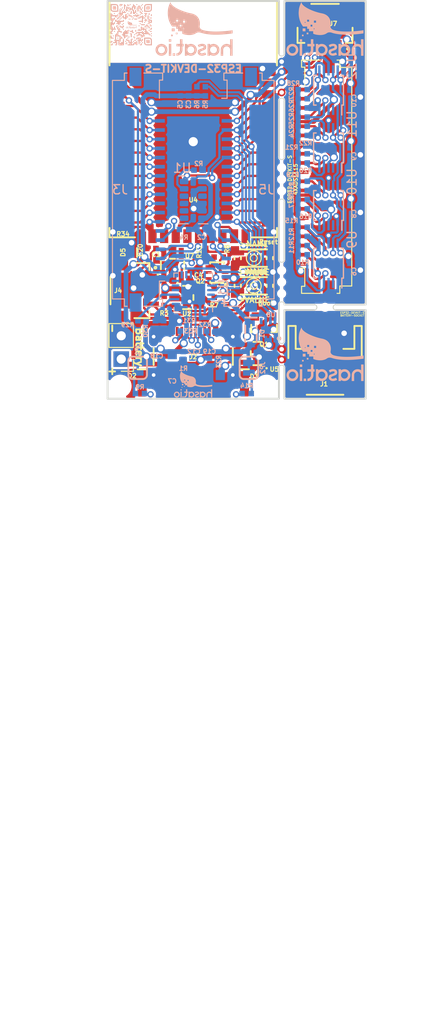
<source format=kicad_pcb>
(kicad_pcb (version 20221018) (generator pcbnew)
  (layers (0 "F.Cu" signal) (31 "B.Cu" signal) (34 "B.Paste" user) (35 "F.Paste" user) (36 "B.SilkS" user "B.Silkscreen") (37 "F.SilkS" user "F.Silkscreen") (38 "B.Mask" user) (39 "F.Mask" user) (44 "Edge.Cuts" user))
  (net 0 "")
  (net 1 "3.3V")
  (net 2 "GND")
  (net 3 "V_USB")
  (net 4 "V_BATT")
  (net 5 "VIN")
  (net 6 "Net-(D2-PadA)")
  (net 7 "Net-(U7-OUT)")
  (net 8 "Net-(D3-PadA)")
  (net 9 "/GPIO_36{slash}ADC1_0")
  (net 10 "Net-(JP1-Pad1)")
  (net 11 "/CH340-DTR")
  (net 12 "Net-(U5-STAT)")
  (net 13 "/~{RESET}")
  (net 14 "/CH340-RTS")
  (net 16 "/GPIO_39{slash}ADC1_3")
  (net 17 "/GPIO_34{slash}ADC1_6")
  (net 18 "/GPIO_35{slash}ADC1_7")
  (net 19 "/GPIO_32{slash}ADC1_4")
  (net 20 "/GPIO_33{slash}ADC1_5")
  (net 21 "/GPIO_25{slash}ADC2_8")
  (net 22 "/GPIO_26{slash}ADC2_9")
  (net 23 "/EN")
  (net 25 "Net-(J2-CC2)")
  (net 26 "Net-(J2-CC1)")
  (net 27 "/D+")
  (net 28 "/D-")
  (net 29 "/GPIO_27{slash}ADC2_7")
  (net 30 "/GPIO_14{slash}ADC2_6")
  (net 31 "/GPIO_12{slash}ADC2_5")
  (net 32 "/GPIO_13{slash}ADC2_4{slash}LED")
  (net 33 "/GPIO_9{slash}SHD")
  (net 34 "/GPIO_10{slash}SWP")
  (net 35 "/GPIO_11{slash}SCS")
  (net 36 "/GPIO_6{slash}SCK")
  (net 37 "/GPIO_22{slash}SCL")
  (net 38 "/GPIO_21{slash}SDA")
  (net 39 "/GPIO_23{slash}COPI")
  (net 40 "/GPIO_1{slash}TX")
  (net 41 "/GPIO_3{slash}RX")
  (net 42 "/GPIO_19{slash}CIPO")
  (net 43 "/GPIO_18{slash}SCK")
  (net 44 "/GPIO_5{slash}SD_CS")
  (net 45 "/GPIO_17{slash}TX")
  (net 46 "/GPIO_16{slash}RX")
  (net 47 "/GPIO_4{slash}ADC2_0")
  (net 48 "/GPIO_0{slash}ADC2_1{slash}QPWR")
  (net 49 "/GPIO_15{slash}ADC2_3")
  (net 50 "/GPIO_8{slash}SDI")
  (net 51 "/GPIO_7{slash}SDO")
  (net 54 "Net-(Q2B-B)")
  (net 55 "Net-(Q2A-B)")
  (net 56 "Net-(U1-SDO{slash}ADDR)")
  (net 57 "Net-(U1-~{CS})")
  (net 58 "Net-(U5-PROG)")
  (net 59 "Net-(U14-~{RST})")
  (net 60 "Net-(U14-VBUS)")
  (net 74 "/GPIO_2{slash}ADC2_2")
  (net 75 "/A1")
  (net 76 "/A2")
  (net 77 "/A3")
  (net 78 "/A4")
  (net 79 "/A5")
  (net 80 "/A6")
  (net 81 "/A7")
  (net 82 "/A8")
  (net 83 "/A9")
  (net 84 "/A10")
  (net 85 "/A11")
  (net 86 "/A12")
  (net 87 "/A13")
  (net 88 "/A14")
  (net 89 "/A15")
  (net 90 "/A16")
  (net 91 "Net-(D5-PadA)")
  (net 92 "Net-(JP2-Pad1)")
  (footprint "SparkFun ESP32 Thing Plus C:0402-TIGHT" (layer "F.Cu") (at 92.866735 69.066954 180)
    (fp_text reference "R34")
    (fp_text value "1k")
  )
  (footprint "SparkFun ESP32 Thing Plus C:0402-TIGHT" (layer "F.Cu") (at 100.816735 72.626954 -90)
    (fp_text reference "C4")
    (fp_text value "10uF" hide)
  )
  (footprint "SparkFun ESP32 Thing Plus C:0402-TIGHT" (layer "F.Cu") (at 103.436735 74.546954 90)
    (fp_text reference "R7")
    (fp_text value "10k")
  )
  (footprint "SparkFun ESP32 Thing Plus C:SOT23-3" (layer "F.Cu") (at 108.87 78.13 180)
    (fp_text reference "Q1")
    (fp_text value "DMG2305UX 20V/4.2A/52mΩ/1.4W")
  )
  (footprint "Panelization:mouse-bite-1mm 2" (layer "F.Cu") (at 110.786735 81.256954 90)
    (fp_text reference "mouse-bite-emm-slot" hide)
    (fp_text value "VAL**" hide)
  )
  (footprint "Panelization:mouse-bite-1mm x4" (layer "F.Cu") (at 110.786735 62.181954 90)
    (fp_text reference "mouse-bite-1mm-slot" hide)
    (fp_text value "VAL**" hide)
  )
  (footprint "SparkFun ESP32 Thing Plus C:SOT23-5" (layer "F.Cu") (at 108.126635 81.166954 90)
    (fp_text reference "U5")
    (fp_text value "MCP73831")
  )
  (footprint "SparkFun ESP32 Thing Plus C:JST04_1MM_RA" (layer "F.Cu") (at 115.516735 47.660254 180)
    (fp_text reference "J7")
    (fp_text value "QWIIC_RIGHT_ANGLE")
  )
  (footprint "SparkFun ESP32 Thing Plus C:0402-TIGHT" (layer "F.Cu") (at 102.506735 70.206954 90)
    (fp_text reference "R13")
    (fp_text value "10k")
  )
  (footprint "SparkFun ESP32 Thing Plus C:SOT23-5" (layer "F.Cu") (at 98.886735 71.547054)
    (property "Value" "")
    (fp_text reference "U7")
    (fp_text value "AP2112K-3.3")
  )
  (footprint "SparkFun ESP32 Thing Plus C:0402-TIGHT" (layer "F.Cu") (at 96.576735 69.716954 180)
    (fp_text reference "C20")
    (fp_text value "1.0uF")
  )
  (footprint "SparkFun ESP32 Thing Plus C:0402-TIGHT" (layer "F.Cu") (at 97.076735 71.426954 90)
    (fp_text reference "C1")
    (fp_text value "1.0uF")
  )
  (footprint "Panelization:mouse-bite-1mm x4" (layer "F.Cu") (at 110.786735 73.376954 90)
    (fp_text reference "mouse-bite-1mm-slot" hide)
    (fp_text value "VAL**" hide)
  )
  (footprint "SparkFun ESP32 Thing Plus C:USB-C-16P-2LAYER-PADS" (layer "F.Cu") (at 101.146032 78.412046)
    (fp_text reference "J2")
    (fp_text value "USB_C_2-LAYER_PADS")
  )
  (footprint "" (layer "F.Cu") (at 93.176735 84.716954)
    (fp_text reference "")
    (fp_text value "")
  )
  (footprint "SparkFun ESP32 Thing Plus C:TACTILE_SWITCH_SMD_4.6X2.8MM" (layer "F.Cu") (at 107.746735 73.786954)
    (fp_text reference "S1" hide)
    (fp_text value "Boot")
  )
  (footprint "SparkFun ESP32 Thing Plus C:TACTILE_SWITCH_SMD_4.6X2.8MM" (layer "F.Cu") (at 107.746735 70.766954 180)
    (fp_text reference "S2" hide)
    (fp_text value "Reset")
  )
  (footprint "SparkFun ESP32 Thing Plus C:0402-TIGHT" (layer "F.Cu") (at 103.916735 70.656954)
    (fp_text reference "R8")
    (fp_text value "10k")
  )
  (footprint "SparkFun ESP32 Thing Plus C:LED-0603" (layer "F.Cu") (at 93.426735 70.146954)
    (fp_text reference "D5")
    (fp_text value "BLUE")
  )
  (footprint "" (layer "F.Cu") (at 109.126735 84.716954)
    (fp_text reference "")
    (fp_text value "")
  )
  (footprint "SparkFun ESP32 Thing Plus C:LED-0603" (layer "F.Cu") (at 106.736735 84.466954 90)
    (fp_text reference "D3")
    (fp_text value "Yellow")
  )
  (footprint "Panelization:mouse-bite-1mm x2" (layer "F.Cu") (at 115.516735 76.128654)
    (fp_text reference "mouse-bite-1mm-slot" hide)
    (fp_text value "VAL**" hide)
  )
  (footprint "SparkFun ESP32 Thing Plus C:JST04_1MM_RA" (layer "F.Cu") (at 96.721735 74.306954 -90)
    (fp_text reference "J4")
    (fp_text value "QWIIC_RIGHT_ANGLE")
  )
  (footprint "SparkFun ESP32 Thing Plus C:ESP-WROOM-32-NARROW" (layer "F.Cu") (at 101.146735 56.806954 90)
    (fp_text reference "U4")
    (fp_text value ">VALUE")
  )
  (footprint "Panelization:mouse-bite-1mm 4" (layer "F.Cu") (at 110.786735 51.036954 90)
    (fp_text reference "mouse-bite-1mm-slot" hide)
    (fp_text value "VAL**" hide)
  )
  (footprint "SparkFun ESP32 Thing Plus C:LED-0603" (layer "F.Cu") (at 95.566735 84.479954 90)
    (fp_text reference "D2")
    (fp_text value "RED")
  )
  (footprint "SparkFun ESP32 Thing Plus C:SC70-6" (layer "F.Cu") (at 103.736735 72.336954 90)
    (fp_text reference "Q2")
    (fp_text value "MBT3904DW1T1")
  )
  (footprint "SparkFun ESP32 Thing Plus C:JST-2-SMD" (layer "F.Cu") (at 115.516735 82.658654 180)
    (fp_text reference "J1")
    (fp_text value "JST_2MM_MALE")
  )
  (footprint "Switches:TACTILE_SWITCH_SMD_2.8X1.9MM" (layer "F.Cu") (at 107.746735 73.786943)
    (fp_text reference ">NAME")
    (fp_text value ">VALUE")
  )
  (footprint "SparkFun ESP32 Thing Plus C:SOT23-5" (layer "F.Cu") (at 100.456635 75.056954 -90)
    (property "Value" "")
    (fp_text reference "U2")
    (fp_text value "AP2112K-3.3" hide)
  )
  (footprint "SparkFun ESP32 Thing Plus C:0402-TIGHT" (layer "F.Cu") (at 97.976735 75.426954 -90)
    (fp_text reference "R3")
    (fp_text value "10k")
  )
  (footprint "Switches:TACTILE_SWITCH_SMD_2.8X1.9MM" (layer "F.Cu") (at 107.746735 70.766954)
    (fp_text reference ">NAME")
    (fp_text value ">VALUE")
  )
  (footprint "Connector_PinHeader_2.54mm:PinHeader_1x02_P2.54mm_Vertical" (layer "F.Cu") (at 93.296735 81.771954 180)
    (fp_text reference "REF**" hide)
    (fp_text value "PinHeader_1x02_P2.54mm_Vertical")
  )
  (footprint "SparkFun ESP32 Thing Plus C:CREATIVE_COMMONS" (layer "F.Cu") (at 119.9261 153.2636)
    (fp_text reference "FRAME1" hide)
    (fp_text value "FRAME-LEDGER" hide)
  )
  (footprint "Connector_FFC-FPC:Molex_200528-0200_1x20-1MP_P1.00mm_Horizontal" (layer "F.Cu") (at 114.126735 61.896954 90)
    (fp_text reference "J6" hide)
    (fp_text value "Conn_01x20")
  )
  (footprint "SparkFun ESP32 Thing Plus C:DFN-8" (layer "B.Cu") (at 109.306735 78.61 180)
    (fp_text reference "U8")
    (fp_text value "MAX17048")
  )
  (footprint "SparkFun ESP32 Thing Plus C:0402-TIGHT" (layer "B.Cu") (at 100.636735 52.586954 90)
    (fp_text reference "C3")
    (fp_text value "1.0uF")
  )
  (footprint "SparkFun ESP32 Thing Plus C:0402-TIGHT" (layer "B.Cu") (at 101.546735 52.586954 90)
    (fp_text reference "R6")
    (fp_text value "4k7")
  )
  (footprint "SparkFun ESP32 Thing Plus C:0402-TIGHT" (layer "B.Cu") (at 113.076735 68.396954 180)
    (fp_text reference "R12")
    (fp_text value "150k")
  )
  (footprint "logo:Hasatio_logo_mini" (layer "B.Cu") (at 101.146735 45.807307 180)
    (fp_text reference "G***" hide)
    (fp_text value "LOGO" hide)
  )
  (footprint "SparkFun ESP32 Thing Plus C:0402-TIGHT" (layer "B.Cu") (at 113.076735 60.396954)
    (fp_text reference "R20")
    (fp_text value "150k")
  )
  (footprint "Package_DFN_QFN:QFN-24-1EP_4x4mm_P0.5mm_EP2.6x2.6mm" (layer "B.Cu") (at 101.146735 74.504454 90)
    (fp_text reference "U14")
    (fp_text value "CP2102N-Axx-xQFN24")
  )
  (footprint "Package_SO:TSSOP-10_3x3mm_P0.5mm" (layer "B.Cu") (at 115.896745 71.324547 90)
    (fp_text reference "U9")
    (fp_text value "ADS1115IDGS")
  )
  (footprint "logo:Hasatio_logo_mini" (layer "B.Cu") (at 115.427275 81.256954 180)
    (fp_text reference "G***" hide)
    (fp_text value "LOGO" hide)
  )
  (footprint "logo:qr-esp32-devkit-s" (layer "B.Cu") (at 94.386735 45.326954 180)
    (fp_text reference "G***" hide)
    (fp_text value "LOGO" hide)
  )
  (footprint "SparkFun ESP32 Thing Plus C:0402-TIGHT" (layer "B.Cu") (at 118.726735 58.752547)
    (fp_text reference "C9")
    (fp_text value "1.0uF")
  )
  (footprint "Connector_FFC-FPC:Molex_200528-0200_1x20-1MP_P1.00mm_Horizontal" (layer "B.Cu") (at 96.636735 63.306954 90)
    (fp_text reference "J3")
    (fp_text value "Conn_01x20" hide)
  )
  (footprint "SparkFun ESP32 Thing Plus C:0402-TIGHT" (layer "B.Cu") (at 103.116735 78.716954 180)
    (fp_text reference "R32")
    (fp_text value "5.1k")
  )
  (footprint "SparkFun ESP32 Thing Plus C:0402-TIGHT" (layer "B.Cu") (at 99.226735 78.716954)
    (fp_text reference "R33")
    (fp_text value "5.1k")
  )
  (footprint "SparkFun ESP32 Thing Plus C:SMT-JUMPER_2_NC_TRACE_SILK" (layer "B.Cu") (at 95.086735 82.726254 90)
    (fp_text reference "JP1")
    (fp_text value "JUMPER-SMT_2_NC_TRACE_SILK")
  )
  (footprint "SparkFun ESP32 Thing Plus C:0402-TIGHT" (layer "B.Cu") (at 113.076735 70.396954 180)
    (fp_text reference "R10")
    (fp_text value "150k")
  )
  (footprint "SparkFun ESP32 Thing Plus C:0402-TIGHT" (layer "B.Cu") (at 101.006735 82.166954 -90)
    (fp_text reference "C12")
    (fp_text value "4.7uF")
  )
  (footprint "SparkFun ESP32 Thing Plus C:0402-TIGHT" (layer "B.Cu") (at 99.726735 52.586954 90)
    (fp_text reference "C5")
    (fp_text value "10uF")
  )
  (footprint "SparkFun ESP32 Thing Plus C:0402-TIGHT" (layer "B.Cu") (at 95.106735 78.086954 -90)
    (fp_text reference "R29")
    (fp_text value "10k")
  )
  (footprint "SparkFun ESP32 Thing Plus C:0402-TIGHT" (layer "B.Cu") (at 113.076735 62.396954 180)
    (fp_text reference "R19")
    (fp_text value "150k")
  )
  (footprint "SparkFun ESP32 Thing Plus C:0402-TIGHT" (layer "B.Cu") (at 113.076735 67.396954 180)
    (fp_text reference "R15")
    (fp_text value "150k")
  )
  (footprint "Package_SO:TSSOP-10_3x3mm_P0.5mm" (layer "B.Cu") (at 115.895245 58.752547 90)
    (fp_text reference "U11")
    (fp_text value "ADS1115IDGS")
  )
  (footprint "SparkFun ESP32 Thing Plus C:0402-TIGHT" (layer "B.Cu") (at 113.076735 69.396954 180)
    (fp_text reference "R11")
    (fp_text value "150k")
  )
  (footprint "SparkFun ESP32 Thing Plus C:SOD-323" (layer "B.Cu") (at 107.44 79.02 -90)
    (fp_text reference "D1")
    (fp_text value "S4 3A/10V/280mV")
  )
  (footprint "SparkFun ESP32 Thing Plus C:0402-TIGHT" (layer "B.Cu") (at 102.916735 82.166954 -90)
    (fp_text reference "C19")
    (fp_text value "0.1uF")
  )
  (footprint "SparkFun ESP32 Thing Plus C:0402-TIGHT" (layer "B.Cu") (at 113.076735 63.396954 180)
    (fp_text reference "R18")
    (fp_text value "150k")
  )
  (footprint "SparkFun ESP32 Thing Plus C:0402-TIGHT" (layer "B.Cu") (at 118.726735 65.033547)
    (fp_text reference "C8")
    (fp_text value "1.0uF")
  )
  (footprint "SparkFun ESP32 Thing Plus C:0402-TIGHT" (layer "B.Cu") (at 100.066735 81.446954 90)
    (fp_text reference "R1")
    (fp_text value "10k")
  )
  (footprint "Connector_FFC-FPC:Molex_200528-0200_1x20-1MP_P1.00mm_Horizontal" (layer "B.Cu") (at 105.656735 63.306954 -90)
    (fp_text reference "J5")
    (fp_text value "Conn_01x20" hide)
  )
  (footprint "SparkFun ESP32 Thing Plus C:0402-TIGHT" (layer "B.Cu") (at 113.076735 57.396954)
    (fp_text reference "R22")
    (fp_text value "150k")
  )
  (footprint "SparkFun ESP32 Thing Plus C:0402-TIGHT" (layer "B.Cu") (at 113.076735 59.396954)
    (fp_text reference "R21")
    (fp_text value "150k")
  )
  (footprint "SparkFun ESP32 Thing Plus C:0603" (layer "B.Cu") (at 98.856735 82.086954 -90)
    (fp_text reference "C7")
    (fp_text value "4.7uF")
  )
  (footprint "SparkFun ESP32 Thing Plus C:0402-TIGHT" (layer "B.Cu") (at 100.136735 67.646954 180)
    (fp_text reference "R4")
    (fp_text value "10k")
  )
  (footprint "SparkFun ESP32 Thing Plus C:0402-TIGHT" (layer "B.Cu") (at 113.076735 65.396954 180)
    (fp_text reference "R16")
    (fp_text value "150k")
  )
  (footprint "SparkFun ESP32 Thing Plus C:0402-TIGHT" (layer "B.Cu") (at 101.736735 61.176954)
    (fp_text reference "R2")
    (fp_text value "4k7")
  )
  (footprint "SparkFun ESP32 Thing Plus C:0402-TIGHT" (layer "B.Cu") (at 113.076735 52.396954)
    (fp_text reference "R28")
    (fp_text value "150k")
  )
  (footprint "SparkFun ESP32 Thing Plus C:0402-TIGHT" (layer "B.Cu") (at 102.466735 52.586954 90)
    (fp_text reference "R5")
    (fp_text value "4k7")
  )
  (footprint "SparkFun ESP32 Thing Plus C:0402-TIGHT" (layer "B.Cu") (at 113.076735 53.396954)
    (fp_text reference "R27")
    (fp_text value "150k")
  )
  (footprint "SparkFun ESP32 Thing Plus C:0402-TIGHT" (layer "B.Cu") (at 113.076735 54.396954)
    (fp_text reference "R26")
    (fp_text value "150k")
  )
  (footprint "SparkFun ESP32 Thing Plus C:0402-TIGHT" (layer "B.Cu") (at 113.076735 55.396954)
    (fp_text reference "R25")
    (fp_text value "150k")
  )
  (footprint "SparkFun ESP32 Thing Plus C:0402-TIGHT" (layer "B.Cu") (at 113.076735 64.396954 180)
    (fp_text reference "R17")
    (fp_text value "150k")
  )
  (footprint "logo:Hasatio_logo_micro" (layer "B.Cu") (at 101.08 84.51 180)
    (fp_text reference "G***" hide)
    (fp_text value "LOGO" hide)
  )
  (footprint "SparkFun ESP32 Thing Plus C:0402-TIGHT" (layer "B.Cu") (at 118.726735 52.464547)
    (fp_text reference "C10")
    (fp_text value "1.0uF")
  )
  (footprint "logo:Hasatio_logo_mini" (layer "B.Cu") (at 115.417275 45.807307 180)
    (fp_text reference "G***" hide)
    (fp_text value "LOGO" hide)
  )
  (footprint "SparkFun ESP32 Thing Plus C:0402-TIGHT" (layer "B.Cu") (at 102.046735 67.646954)
    (fp_text reference "C2")
    (fp_text value "1.0uF")
  )
  (footprint "SparkFun ESP32 Thing Plus C:0402-TIGHT" (layer "B.Cu") (at 96.516735 77.586954)
    (fp_text reference "R30")
    (fp_text value "22k")
  )
  (footprint "Package_LGA:LGA-14_3x5mm_P0.8mm_LayoutBorder1x6y" (layer "B.Cu") (at 101.146735 64.416954 180)
    (fp_text reference "U1")
    (fp_text value "ADXL345" hide)
  )
  (footprint "Package_SO:TSSOP-10_3x3mm_P0.5mm" (layer "B.Cu") (at 115.896745 65.033547 90)
    (fp_text reference "U10")
    (fp_text value "ADS1115IDGS")
  )
  (footprint "Package_SO:TSSOP-10_3x3mm_P0.5mm" (layer "B.Cu") (at 115.896745 52.464547 90)
    (fp_text reference "U12")
    (fp_text value "ADS1115IDGS")
  )
  (footprint "SparkFun ESP32 Thing Plus C:0402-TIGHT" (layer "B.Cu") (at 113.076735 56.396954)
    (fp_text reference "R24")
    (fp_text value "150k")
  )
  (footprint "SparkFun ESP32 Thing Plus C:0402-TIGHT" (layer "B.Cu") (at 97.166735 82.146954)
    (fp_text reference "C18")
    (fp_text value "0.1uF")
  )
  (footprint "SparkFun ESP32 Thing Plus C:SMT-JUMPER_2_NC_TRACE_SILK" (layer "B.Cu") (at 107.216735 82.726254 90)
    (fp_text reference "JP2")
    (fp_text value "JUMPER-SMT_2_NC_TRACE_SILK")
  )
  (footprint "SparkFun ESP32 Thing Plus C:0402-TIGHT" (layer "B.Cu") (at 106.966735 85.526954 180)
    (fp_text reference "R14")
    (fp_text value "1k")
  )
  (footprint "SparkFun ESP32 Thing Plus C:0402-TIGHT" (layer "B.Cu") (at 95.336735 85.526954)
    (fp_text reference "R9")
    (fp_text value "1k")
  )
  (footprint "SparkFun ESP32 Thing Plus C:0402-TIGHT" (layer "B.Cu") (at 118.726735 71.324547)
    (fp_text reference "C6")
    (fp_text value "1.0uF")
  )
  (footprint "SparkFun ESP32 Thing Plus C:0402-TIGHT" (layer "B.Cu") (at 98.426735 77.586954 180)
    (fp_text reference "R31")
    (fp_text value "33k")
  )
  (footprint "SparkFun ESP32 Thing Plus C:0603" (layer "B.Cu") (at 104.096735 84.356954 90)
    (fp_text reference "R23")
    (fp_text value "2.0k")
  )
  (gr_line (start 116.706735 76.426954) (end 119.946735 76.426954) (stroke (width 0.2)) (layer "Edge.Cuts"))
  (gr_arc (start 114.326735 75.826954) (mid 114.626735 76.126954) (end 114.326735 76.426954) (stroke (width 0.1)) (layer "Edge.Cuts"))
  (gr_arc (start 111.086735 59.731954) (mid 110.786735 60.031954) (end 110.486735 59.731954) (stroke (width 0.1)) (layer "Edge.Cuts"))
  (gr_line (start 110.486735 82.726954) (end 110.486735 86.086954) (stroke (width 0.2)) (layer "Edge.Cuts"))
  (gr_arc (start 110.486735 53.626954) (mid 110.786735 53.326954) (end 111.086735 53.626954) (stroke (width 0.1)) (layer "Edge.Cuts"))
  (gr_line (start 110.486735 42.746954) (end 91.806735 42.746954) (stroke (width 0.2)) (layer "Edge.Cuts"))
  (gr_line (start 110.486735 59.731954) (end 110.486735 53.626954) (stroke (width 0.2)) (layer "Edge.Cuts"))
  (gr_arc (start 110.486735 75.826954) (mid 110.786735 75.526954) (end 111.086735 75.826954) (stroke (width 0.1)) (layer "Edge.Cuts"))
  (gr_line (start 111.086735 64.631954) (end 111.086735 70.926954) (stroke (width 0.2)) (layer "Edge.Cuts"))
  (gr_arc (start 110.486735 82.726954) (mid 110.786735 82.426954) (end 111.086735 82.726954) (stroke (width 0.1)) (layer "Edge.Cuts"))
  (gr_line (start 111.086735 75.826954) (end 114.326735 75.826954) (stroke (width 0.2)) (layer "Edge.Cuts"))
  (gr_line (start 116.706735 75.826954) (end 119.946735 75.826954) (stroke (width 0.2)) (layer "Edge.Cuts"))
  (gr_line (start 111.086735 86.086954) (end 119.946735 86.086954) (stroke (width 0.2)) (layer "Edge.Cuts"))
  (gr_line (start 110.486735 48.446954) (end 110.486735 42.746954) (stroke (width 0.2)) (layer "Edge.Cuts"))
  (gr_arc (start 111.086735 48.446954) (mid 110.786735 48.746954) (end 110.486735 48.446954) (stroke (width 0.1)) (layer "Edge.Cuts"))
  (gr_line (start 111.086735 86.086954) (end 111.086735 82.726954) (stroke (width 0.2)) (layer "Edge.Cuts"))
  (gr_line (start 91.806735 42.746954) (end 91.806735 86.086954) (stroke (width 0.2)) (layer "Edge.Cuts"))
  (gr_arc (start 111.086735 70.926954) (mid 110.786735 71.226954) (end 110.486735 70.926954) (stroke (width 0.1)) (layer "Edge.Cuts"))
  (gr_line (start 111.086735 76.426954) (end 114.326735 76.426954) (stroke (width 0.2)) (layer "Edge.Cuts"))
  (gr_line (start 111.086735 42.746954) (end 111.086735 48.446954) (stroke (width 0.2)) (layer "Edge.Cuts"))
  (gr_line (start 110.486735 75.826954) (end 110.486735 79.786954) (stroke (width 0.2)) (layer "Edge.Cuts"))
  (gr_line (start 111.086735 53.626954) (end 111.086735 59.731954) (stroke (width 0.2)) (layer "Edge.Cuts"))
  (gr_arc (start 111.086735 79.786954) (mid 110.786735 80.086954) (end 110.486735 79.786954) (stroke (width 0.1)) (layer "Edge.Cuts"))
  (gr_line (start 119.946735 75.826954) (end 119.946735 42.746954) (stroke (width 0.2)) (layer "Edge.Cuts"))
  (gr_arc (start 110.486735 64.631954) (mid 110.786735 64.331954) (end 111.086735 64.631954) (stroke (width 0.1)) (layer "Edge.Cuts"))
  (gr_line (start 91.806735 86.086954) (end 110.486735 86.086954) (stroke (width 0.2)) (layer "Edge.Cuts"))
  (gr_line (start 119.946735 42.746954) (end 111.086735 42.746954) (stroke (width 0.2)) (layer "Edge.Cuts"))
  (gr_arc (start 116.706735 76.426954) (mid 116.406735 76.126954) (end 116.706735 75.826954) (stroke (width 0.1)) (layer "Edge.Cuts"))
  (gr_line (start 110.486735 64.631954) (end 110.486735 70.926954) (stroke (width 0.2)) (layer "Edge.Cuts"))
  (gr_line (start 119.946735 76.426954) (end 119.946735 86.086954) (stroke (width 0.2)) (layer "Edge.Cuts"))
  (gr_line (start 111.086735 76.426954) (end 111.086735 79.786954) (stroke (width 0.2)) (layer "Edge.Cuts"))
  (gr_text "ESP32-DEVKIT-S" (at 101.156735 50.126954) (layer "B.SilkS") (effects (font (size 0.8 0.8) (thickness 0.2) bold) (justify mirror)))
  (gr_text "-" (at 92.37 78.42 270) (layer "F.SilkS") (effects (font (size 0.8 0.8) (thickness 0.2) bold)))
  (gr_text "ESP32-DEVKIT-S" (at 118.486735 76.726954) (layer "F.SilkS") (effects (font (size 0.2 0.2) (thickness 0.05) bold)))
  (gr_text "BATTERY-SOCKET" (at 118.486735 77.026954) (layer "F.SilkS") (effects (font (size 0.2 0.2) (thickness 0.05) bold)))
  (gr_text "Battery" (at 95.28 80.46 270) (layer "F.SilkS") (effects (font (size 0.8 0.8) (thickness 0.2) bold)))
  (gr_text "4XADS1115" (at 112.316735 62.186954 90) (layer "F.SilkS") (effects (font (size 0.4 0.4) (thickness 0.1) bold)))
  (gr_text "+" (at 92.37 83.12 270) (layer "F.SilkS") (effects (font (size 0.8 0.8) (thickness 0.2) bold)))
  (gr_text "ESP32-DEVKIT-S" (at 111.676735 62.186954 90) (layer "F.SilkS") (effects (font (size 0.4 0.4) (thickness 0.1) bold)))
  (segment (start 117.89106 46.935206) (end 117.560108 46.604254) (width 0.508) (layer "F.Cu") (net 1))
  (segment (start 95.762045 54.022264) (end 93.386735 51.646954) (width 0.508) (layer "F.Cu") (net 1))
  (segment (start 96.596735 54.803457) (end 96.35671 54.803457) (width 0.3048) (layer "F.Cu") (net 1))
  (segment (start 107.499735 53.152663) (end 105.845444 54.806954) (width 0.508) (layer "F.Cu") (net 1))
  (segment (start 116.016735 47.045465) (end 116.016735 47.660254) (width 0.508) (layer "F.Cu") (net 1))
  (segment (start 110.806592 50.476954) (end 111.506664 49.776882) (width 0.508) (layer "F.Cu") (net 1))
  (segment (start 101.717936 72.356954) (end 101.910233 72.164657) (width 0.508) (layer "F.Cu") (net 1))
  (segment (start 116.996735 45.215254) (end 116.996735 45.125254) (width 0.3048) (layer "F.Cu") (net 1))
  (segment (start 95.039099 71.432094) (end 95.823235 70.647958) (width 0.508) (layer "F.Cu") (net 1))
  (segment (start 118.336735 45.264654) (end 119.294435 45.264654) (width 0.3048) (layer "F.Cu") (net 1))
  (segment (start 111.592735 48.472954) (end 111.556735 48.436954) (width 0.508) (layer "F.Cu") (net 1))
  (segment (start 101.717936 73.146954) (end 101.717936 74.068155) (width 0.508) (layer "F.Cu") (net 1))
  (segment (start 117.246735 45.074054) (end 117.246735 44.816954) (width 0.3048) (layer "F.Cu") (net 1))
  (segment (start 117.560108 46.604254) (end 116.457946 46.604254) (width 0.508) (layer "F.Cu") (net 1))
  (segment (start 114.068435 45.215254) (end 116.996735 45.215254) (width 0.508) (layer "F.Cu") (net 1))
  (segment (start 116.444735 75.474954) (end 116.646735 75.474954) (width 0.25) (layer "F.Cu") (net 1))
  (segment (start 101.717936 72.666155) (end 101.717936 73.146954) (width 0.508) (layer "F.Cu") (net 1))
  (segment (start 114.722735 75.448954) (end 114.696735 75.474954) (width 0.25) (layer "F.Cu") (net 1))
  (segment (start 100.966735 72.126954) (end 101.416735 72.576954) (width 0.508) (layer "F.Cu") (net 1))
  (segment (start 116.940735 75.448954) (end 114.722735 75.448954) (width 0.25) (layer "F.Cu") (net 1))
  (segment (start 101.910233 71.200954) (end 102.404233 70.706954) (width 0.508) (layer "F.Cu") (net 1))
  (segment (start 111.592735 49.690811) (end 111.592735 48.472954) (width 0.508) (layer "F.Cu") (net 1))
  (segment (start 117.385135 45.316854) (end 116.876735 45.316854) (width 0.3048) (layer "F.Cu") (net 1))
  (segment (start 114.413235 48.904489) (end 114.413235 49.149147) (width 0.3048) (layer "F.Cu") (net 1))
  (segment (start 107.499735 53.065603) (end 107.499735 53.152663) (width 0.508) (layer "F.Cu") (net 1))
  (segment (start 96.35671 54.803457) (end 95.762045 54.208792) (width 0.508) (layer "F.Cu") (net 1))
  (segment (start 110.706735 50.478654) (end 110.788435 50.396954) (width 0.25) (layer "F.Cu") (net 1))
  (segment (start 112.666735 49.001362) (end 112.666735 46.616954) (width 0.508) (layer "F.Cu") (net 1))
  (segment (start 101.178735 72.126954) (end 101.717936 72.666155) (width 0.508) (layer "F.Cu") (net 1))
  (segment (start 117.866735 45.316854) (end 117.098335 45.316854) (width 0.3048) (layer "F.Cu") (net 1))
  (segment (start 111.506664 49.776882) (end 111.592735 49.690811) (width 0.508) (layer "F.Cu") (net 1))
  (segment (start 96.04 81.490546) (end 96.251912 81.490546) (width 0.508) (layer "F.Cu") (net 1))
  (segment (start 116.457946 46.604254) (end 116.016735 47.045465) (width 0.508) (layer "F.Cu") (net 1))
  (segment (start 111.953939 49.714158) (end 112.666735 49.001362) (width 0.508) (layer "F.Cu") (net 1))
  (segment (start 96.251912 81.490546) (end 96.271248 81.47121) (width 0.508) (layer "F.Cu") (net 1))
  (segment (start 101.416735 72.585753) (end 101.717936 72.886954) (width 0.508) (layer "F.Cu") (net 1))
  (segment (start 117.866735 45.316854) (end 118.370552 45.316854) (width 0.3048) (layer "F.Cu") (net 1))
  (segment (start 119.37446 46.320762) (end 119.37446 50.399229) (width 0.3048) (layer "F.Cu") (net 1))
  (segment (start 117.696735 45.316854) (end 117.748935 45.264654) (width 0.3048) (layer "F.Cu") (net 1))
  (segment (start 101.416735 72.576954) (end 101.416735 72.585753) (width 0.508) (layer "F.Cu") (net 1))
  (segment (start 100.816735 72.126954) (end 100.966735 72.126954) (width 0.508) (layer "F.Cu") (net 1))
  (segment (start 117.748935 45.264654) (end 118.336735 45.264654) (width 0.3048) (layer "F.Cu") (net 1))
  (segment (start 118.336735 45.264654) (end 117.437335 45.264654) (width 0.3048) (layer "F.Cu") (net 1))
  (segment (start 101.347936 72.256954) (end 101.717936 71.886954) (width 0.508) (layer "F.Cu") (net 1))
  (segment (start 114.413235 49.149147) (end 113.966735 49.595647) (width 0.3048) (layer "F.Cu") (net 1))
  (segment (start 101.717936 71.886954) (end 101.717936 72.356954) (width 0.508) (layer "F.Cu") (net 1))
  (segment (start 101.717936 73.146954) (end 101.717936 72.356954) (width 0.508) (layer "F.Cu") (net 1))
  (segment (start 112.07245 49.595647) (end 111.953939 49.714158) (width 0.3048) (layer "F.Cu") (net 1))
  (segment (start 101.910233 71.401247) (end 101.184526 72.126954) (width 0.508) (layer "F.Cu") (net 1))
  (segment (start 101.717936 74.068155) (end 101.756735 74.106954) (width 0.508) (layer "F.Cu") (net 1))
  (segment (start 119.294435 45.264654) (end 119.326735 45.296954) (width 0.3048) (layer "F.Cu") (net 1))
  (segment (start 110.786735 50.476954) (end 111.191143 50.476954) (width 0.508) (layer "F.Cu") (net 1))
  (segment (start 101.910233 71.200954) (end 101.910233 72.164657) (width 0.508) (layer "F.Cu") (net 1))
  (segment (start 93.386735 51.646954) (end 92.908735 51.646954) (width 0.508) (layer "F.Cu") (net 1))
  (segment (start 102.404233 70.706954) (end 102.506735 70.706954) (width 0.508) (layer "F.Cu") (net 1))
  (segment (start 117.098335 45.316854) (end 116.996735 45.215254) (width 0.3048) (layer "F.Cu") (net 1))
  (segment (start 116.966735 75.474954) (end 116.940735 75.448954) (width 0.25) (layer "F.Cu") (net 1))
  (segment (start 100.816735 72.126954) (end 101.178735 72.126954) (width 0.508) (layer "F.Cu") (net 1))
  (segment (start 96.271248 81.47121) (end 98.677507 81.47121) (width 0.508) (layer "F.Cu") (net 1))
  (segment (start 95.762045 54.208792) (end 95.762045 54.022264) (width 0.508) (layer "F.Cu") (net 1))
  (segment (start 112.666735 46.616954) (end 114.068435 45.215254) (width 0.508) (layer "F.Cu") (net 1))
  (segment (start 117.437335 45.264654) (end 117.385135 45.316854) (width 0.3048) (layer "F.Cu") (net 1))
  (segment (start 118.370552 45.316854) (end 119.37446 46.320762) (width 0.3048) (layer "F.Cu") (net 1))
  (segment (start 114.696735 75.474954) (end 116.444735 75.474954) (width 0.25) (layer "F.Cu") (net 1))
  (segment (start 105.845444 54.806954) (end 105.696735 54.806954) (width 0.508) (layer "F.Cu") (net 1))
  (segment (start 117.866735 45.316854) (end 117.696735 45.316854) (width 0.3048) (layer "F.Cu") (net 1))
  (segment (start 111.191143 50.476954) (end 111.953939 49.714158) (width 0.508) (layer "F.Cu") (net 1))
  (segment (start 98.677507 81.47121) (end 100.109668 80.039049) (width 0.508) (layer "F.Cu") (net 1))
  (segment (start 110.786735 50.476954) (end 110.806592 50.476954) (width 0.508) (layer "F.Cu") (net 1))
  (segment (start 107.403382 52.96925) (end 107.499735 53.065603) (width 0.508) (layer "F.Cu") (net 1))
  (segment (start 94.623236 71.432094) (end 95.039099 71.432094) (width 0.508) (layer "F.Cu") (net 1))
  (segment (start 101.184526 72.126954) (end 100.816735 72.126954) (width 0.508) (layer "F.Cu") (net 1))
  (segment (start 117.437335 45.264654) (end 117.246735 45.074054) (width 0.3048) (layer "F.Cu") (net 1))
  (segment (start 101.910233 71.200954) (end 101.910233 71.401247) (width 0.508) (layer "F.Cu") (net 1))
  (segment (start 113.966735 49.595647) (end 112.07245 49.595647) (width 0.3048) (layer "F.Cu") (net 1))
  (via (at 114.413235 48.904489) (size 0.7) (drill 0.4) (layers "F.Cu" "B.Cu") (net 1))
  (via (at 118.066726 70.574486) (size 0.9) (drill 0.6) (layers "F.Cu" "B.Cu") (net 1))
  (via (at 100.109668 80.039049) (size 0.9) (drill 0.6) (layers "F.Cu" "B.Cu") (net 1))
  (via (at 96.04 81.490546) (size 0.9) (drill 0.6) (layers "F.Cu" "B.Cu") (net 1))
  (via (at 112.875235 72.173456) (size 0.9) (drill 0.6) (layers "F.Cu" "B.Cu") (net 1))
  (via (at 107.403382 52.96925) (size 0.9) (drill 0.6) (layers "F.Cu" "B.Cu") (net 1))
  (via (at 116.753497 66.19726) (size 0.7) (drill 0.4) (layers "F.Cu" "B.Cu") (net 1))
  (via (at 117.89106 46.935206) (size 0.9) (drill 0.6) (layers "F.Cu" "B.Cu") (net 1))
  (via (at 95.823235 70.647958) (size 0.9) (drill 0.6) (layers "F.Cu" "B.Cu") (net 1))
  (via (at 115.907313 62.026558) (size 0.7) (drill 0.4) (layers "F.Cu" "B.Cu") (net 1))
  (via (at 118.343732 58.006954) (size 0.9) (drill 0.6) (layers "F.Cu" "B.Cu") (net 1))
  (via (at 96.596735 54.803457) (size 0.9) (drill 0.6) (layers "F.Cu" "B.Cu") (net 1))
  (via (at 115.893395 68.297639) (size 0.7) (drill 0.4) (layers "F.Cu" "B.Cu") (net 1))
  (via (at 115.902947 55.748993) (size 0.7) (drill 0.4) (layers "F.Cu" "B.Cu") (net 1))
  (via (at 118.314081 51.710402) (size 0.9) (drill 0.6) (layers "F.Cu" "B.Cu") (net 1))
  (via (at 118.343732 64.286954) (size 0.9) (drill 0.6) (layers "F.Cu" "B.Cu") (net 1))
  (via (at 94.623236 71.432094) (size 0.9) (drill 0.6) (layers "F.Cu" "B.Cu") (net 1))
  (via (at 105.696735 54.806954) (size 0.9) (drill 0.6) (layers "F.Cu" "B.Cu") (net 1))
  (via (at 101.910233 71.200954) (size 0.9) (drill 0.6) (layers "F.Cu" "B.Cu") (net 1))
  (segment (start 115.896745 50.314547) (end 115.896745 49.672954) (width 0.25) (layer "B.Cu") (net 1))
  (segment (start 116.773745 67.985547) (end 116.896745 67.862547) (width 0.25) (layer "B.Cu") (net 1))
  (segment (start 112.646735 52.228654) (end 112.646735 52.398654) (width 0.3048) (layer "B.Cu") (net 1))
  (segment (start 99.209235 75.754454) (end 99.554235 76.099454) (width 0.25) (layer "B.Cu") (net 1))
  (segment (start 99.209235 75.754454) (end 99.435451 75.754454) (width 0.25) (layer "B.Cu") (net 1))
  (segment (start 99.206735 76.396954) (end 99.251735 76.441954) (width 0.25) (layer "B.Cu") (net 1))
  (segment (start 103.034735 62.879007) (end 103.034735 65.954901) (width 0.508) (layer "B.Cu") (net 1))
  (segment (start 103.362143 71.197954) (end 103.688939 71.52475) (width 0.508) (layer "B.Cu") (net 1))
  (segment (start 95.106735 78.586954) (end 95.106735 79.61) (width 0.508) (layer "B.Cu") (net 1))
  (segment (start 102.466735 53.086954) (end 100.636735 53.086954) (width 0.508) (layer "B.Cu") (net 1))
  (segment (start 96.226523 54.806954) (end 97.841735 54.806954) (width 0.508) (layer "B.Cu") (net 1))
  (segment (start 96.596735 54.803457) (end 96.23002 54.803457) (width 0.508) (layer "B.Cu") (net 1))
  (segment (start 100.109668 80.039049) (end 100.109668 79.567678) (width 0.508) (layer "B.Cu") (net 1))
  (segment (start 101.646735 67.146954) (end 101.146735 67.646954) (width 0.508) (layer "B.Cu") (net 1))
  (segment (start 99.435451 75.754454) (end 99.766735 76.085738) (width 0.25) (layer "B.Cu") (net 1))
  (segment (start 95.106735 79.61) (end 95.106735 81.3) (width 0.508) (layer "B.Cu") (net 1))
  (segment (start 99.606735 76.441954) (end 99.896735 76.441954) (width 0.25) (layer "B.Cu") (net 1))
  (segment (start 102.136479 71.198698) (end 102.486735 71.198698) (width 0.508) (layer "B.Cu") (net 1))
  (segment (start 99.209235 75.754454) (end 99.211735 75.756954) (width 0.25) (layer "B.Cu") (net 1))
  (segment (start 115.341487 48.904489) (end 114.413235 48.904489) (width 0.3048) (layer "B.Cu") (net 1))
  (segment (start 108.274582 52.96925) (end 110.766878 50.476954) (width 0.508) (layer "B.Cu") (net 1))
  (segment (start 95.823235 70.647958) (end 95.660735 70.485458) (width 0.508) (layer "B.Cu") (net 1))
  (segment (start 93.815735 77.485954) (end 93.815735 72.239595) (width 0.508) (layer "B.Cu") (net 1))
  (segment (start 102.146735 66.416954) (end 102.146735 66.646954) (width 0.508) (layer "B.Cu") (net 1))
  (segment (start 96.077515 52.945962) (end 95.660735 53.362742) (width 0.508) (layer "B.Cu") (net 1))
  (segment (start 95.106735 80.557281) (end 96.04 81.490546) (width 0.508) (layer "B.Cu") (net 1))
  (segment (start 95.660735 55.736954) (end 95.660735 53.556954) (width 0.508) (layer "B.Cu") (net 1))
  (segment (start 99.426735 76.196954) (end 99.336735 76.106954) (width 0.25) (layer "B.Cu") (net 1))
  (segment (start 115.896745 68.300989) (end 115.893395 68.297639) (width 0.3048) (layer "B.Cu") (net 1))
  (segment (start 102.797735 71.197954) (end 103.362143 71.197954) (width 0.508) (layer "B.Cu") (net 1))
  (segment (start 97.078249 53.086954) (end 96.937257 52.945962) (width 0.508) (layer "B.Cu") (net 1))
  (segment (start 93.815735 72.239595) (end 94.623236 71.432094) (width 0.508) (layer "B.Cu") (net 1))
  (segment (start 100.396735 76.441954) (end 100.396735 76.085738) (width 0.25) (layer "B.Cu") (net 1))
  (segment (start 101.646735 67.146954) (end 101.444735 67.348954) (width 0.508) (layer "B.Cu") (net 1))
  (segment (start 95.861629 55.171848) (end 95.861629 54.47206) (width 0.508) (layer "B.Cu") (net 1))
  (segment (start 102.396735 69.773784) (end 102.396735 69.586954) (width 0.508) (layer "B.Cu") (net 1))
  (segment (start 97.841735 54.806954) (end 96.401735 54.806954) (width 0.508) (layer "B.Cu") (net 1))
  (segment (start 95.660735 55.736954) (end 95.660735 55.372742) (width 0.508) (layer "B.Cu") (net 1))
  (segment (start 99.606735 76.236954) (end 99.649235 76.194454) (width 0.25) (layer "B.Cu") (net 1))
  (segment (start 99.426735 76.441954) (end 99.426735 76.226954) (width 0.25) (layer "B.Cu") (net 1))
  (segment (start 101.912489 71.198698) (end 102.486735 71.198698) (width 0.508) (layer "B.Cu") (net 1))
  (segment (start 116.896745 67.862547) (end 116.896745 67.183547) (width 0.25) (layer "B.Cu") (net 1))
  (segment (start 104.456735 54.806954) (end 105.542043 54.806954) (width 0.3048) (layer "B.Cu") (net 1))
  (segment (start 96.596735 54.803457) (end 96.213026 54.803457) (width 0.508) (layer "B.Cu") (net 1))
  (segment (start 96.608135 82.205554) (end 96.666735 82.146954) (width 0.508) (layer "B.Cu") (net 1))
  (segment (start 100.415735 77.000658) (end 100.106735 76.691658) (width 0.508) (layer "B.Cu") (net 1))
  (segment (start 112.576735 52.396954) (end 112.576735 70.396954) (width 0.508) (layer "B.Cu") (net 1))
  (segment (start 96 82.146954) (end 96.666735 82.146954) (width 0.508) (layer "B.Cu") (net 1))
  (segment (start 99.426735 76.441954) (end 99.606735 76.441954) (width 0.25) (layer "B.Cu") (net 1))
  (segment (start 96.982231 71.806954) (end 97.546735 71.806954) (width 0.508) (layer "B.Cu") (net 1))
  (segment (start 118.226735 52.464547) (end 118.226735 51.797748) (width 0.508) (layer "B.Cu") (net 1))
  (segment (start 99.426735 76.226954) (end 99.554235 76.099454) (width 0.25) (layer "B.Cu") (net 1))
  (segment (start 102.146735 62.416954) (end 102.572682 62.416954) (width 0.508) (layer "B.Cu") (net 1))
  (segment (start 100.106735 76.691658) (end 100.106735 76.441954) (width 0.508) (layer "B.Cu") (net 1))
  (segment (start 115.896745 49.459747) (end 115.341487 48.904489) (width 0.3048) (layer "B.Cu") (net 1))
  (segment (start 95.660735 53.362742) (end 95.660735 53.556954) (width 0.508) (layer "B.Cu") (net 1))
  (segment (start 96.04 81.490546) (end 96.04 81.520219) (width 0.508) (layer "B.Cu") (net 1))
  (segment (start 101.910233 71.200954) (end 101.24652 70.537241) (width 0.508) (layer "B.Cu") (net 1))
  (segment (start 102.973939 70.80975) (end 101.903939 70.80975) (width 0.508) (layer "B.Cu") (net 1))
  (segment (start 118.066726 70.574486) (end 118.066726 71.164538) (width 0.508) (layer "B.Cu") (net 1))
  (segment (start 95.850546 81.68) (end 95.106735 81.68) (width 0.508) (layer "B.Cu") (net 1))
  (segment (start 102.796991 71.198698) (end 102.797735 71.197954) (width 0.508) (layer "B.Cu") (net 1))
  (segment (start 100.396735 76.441954) (end 100.201459 76.441954) (width 0.25) (layer "B.Cu") (net 1))
  (segment (start 95.086735 82.205554) (end 96.608135 82.205554) (width 0.508) (layer "B.Cu") (net 1))
  (segment (start 96.937257 52.945962) (end 96.077515 52.945962) (width 0.508) (layer "B.Cu") (net 1))
  (segment (start 95.086735 78.756954) (end 93.815735 77.485954) (width 0.508) (layer "B.Cu") (net 1))
  (segment (start 112.576735 71.874956) (end 112.875235 72.173456) (width 0.508) (layer "B.Cu") (net 1))
  (segment (start 118.226735 64.403951) (end 118.343732 64.286954) (width 0.508) (layer "B.Cu") (net 1))
  (segment (start 95.823235 70.647958) (end 96.982231 71.806954) (width 0.508) (layer "B.Cu") (net 1))
  (segment (start 99.567951 76.085738) (end 99.554235 76.099454) (width 0.25) (layer "B.Cu") (net 1))
  (segment (start 103.034735 65.954901) (end 102.572682 66.416954) (width 0.508) (layer "B.Cu") (net 1))
  (segment (start 101.146735 67.646954) (end 100.636735 67.646954) (width 0.508) (layer "B.Cu") (net 1))
  (segment (start 112.646735 52.398654) (end 112.646735 70.398654) (width 0.3048) (layer "B.Cu") (net 1))
  (segment (start 96.089607 53.077554) (end 95.978471 53.18869) (width 0.3048) (layer "B.Cu") (net 1))
  (segment (start 96.596735 54.803457) (end 96.405232 54.803457) (width 0.3048) (layer "B.Cu") (net 1))
  (segment (start 103.929143 71.764954) (end 104.704735 71.764954) (width 0.508) (layer "B.Cu") (net 1))
  (segment (start 100.415735 79.261611) (end 100.415735 77.000658) (width 0.508) (layer "B.Cu") (net 1))
  (segment (start 102.486735 71.198698) (end 102.796991 71.198698) (width 0.508) (layer "B.Cu") (net 1))
  (segment (start 95.660735 55.736954) (end 95.660735 55.514163) (width 0.508) (layer "B.Cu") (net 1))
  (segment (start 117.89106 46.935206) (end 118.314081 47.358227) (width 0.508) (layer "B.Cu") (net 1))
  (segment (start 95.106735 82.154754) (end 95.086735 82.154754) (width 0.508) (layer "B.Cu") (net 1))
  (segment (start 118.226735 65.033547) (end 118.226735 64.403951) (width 0.508) (layer "B.Cu") (net 1))
  (segment (start 99.649235 76.194454) (end 99.701735 76.246954) (width 0.25) (layer "B.Cu") (net 1))
  (segment (start 99.408543 76.306954) (end 99.585139 76.130358) (width 0.508) (layer "B.Cu") (net 1))
  (segment (start 103.688939 71.52475) (end 103.929143 71.764954) (width 0.508) (layer "B.Cu") (net 1))
  (segment (start 96.04 81.490546) (end 95.850546 81.68) (width 0.508) (layer "B.Cu") (net 1))
  (segment (start 95.660735 53.556954) (end 95.660735 54.019864) (width 0.508) (layer "B.Cu") (net 1))
  (segment (start 101.903939 70.80975) (end 101.836735 70.876954) (width 0.508) (layer "B.Cu") (net 1))
  (segment (start 115.896745 62.037126) (end 115.896745 62.883547) (width 0.3048) (layer "B.Cu") (net 1))
  (segment (start 97.841735 54.806954) (end 105.542043 54.806954) (width 0.508) (layer "B.Cu") (net 1))
  (segment (start 110.766878 50.476954) (end 110.786735 50.476954) (width 0.508) (layer "B.Cu") (net 1))
  (segment (start 96.04 81.520219) (end 96.666735 82.146954) (width 0.508) (layer "B.Cu") (net 1))
  (segment (start 112.576735 70.396954) (end 112.576735 71.874956) (width 0.508) (layer "B.Cu") (net 1))
  (segment (start 95.106735 79.61) (end 95.106735 80.557281) (width 0.508) (layer "B.Cu") (net 1))
  (segment (start 99.585139 76.130358) (end 99.896735 76.441954) (width 0.25) (layer "B.Cu") (net 1))
  (segment (start 116.753497 66.19726) (end 116.896745 66.340508) (width 0.3048) (layer "B.Cu") (net 1))
  (segment (start 118.226735 58.123951) (end 118.343732 58.006954) (width 0.508) (layer "B.Cu") (net 1))
  (segment (start 99.426735 76.441954) (end 99.426735 76.196954) (width 0.25) (layer "B.Cu") (net 1))
  (segment (start 96.04 82.106954) (end 96 82.146954) (width 0.508) (layer "B.Cu") (net 1))
  (segment (start 96.405232 54.803457) (end 96.401735 54.806954) (width 0.3048) (layer "B.Cu") (net 1))
  (segment (start 118.314081 47.358227) (end 118.314081 49.436954) (width 0.508) (layer "B.Cu") (net 1))
  (segment (start 99.206735 75.756954) (end 99.206735 76.396954) (width 0.25) (layer "B.Cu") (net 1))
  (segment (start 102.146735 66.646954) (end 101.646735 67.146954) (width 0.508) (layer "B.Cu") (net 1))
  (segment (start 107.403382 52.96925) (end 108.274582 52.96925) (width 0.508) (layer "B.Cu") (net 1))
  (segment (start 115.895245 55.756695) (end 115.895245 56.602547) (width 0.3048) (layer "B.Cu") (net 1))
  (segment (start 115.896745 69.174547) (end 115.896745 68.300989) (width 0.3048) (layer "B.Cu") (net 1))
  (segment (start 118.226735 51.797748) (end 118.314081 51.710402) (width 0.508) (layer "B.Cu") (net 1))
  (segment (start 95.849454 81.3) (end 95.106735 81.3) (width 0.508) (layer "B.Cu") (net 1))
  (segment (start 99.649235 76.194454) (end 99.896735 76.441954) (width 0.25) (layer "B.Cu") (net 1))
  (segment (start 115.896745 49.672954) (end 115.890745 49.666954) (width 0.25) (layer "B.Cu") (net 1))
  (segment (start 101.590981 67.646954) (end 100.636735 67.646954) (width 0.508) (layer "B.Cu") (net 1))
  (segment (start 102.396735 70.232546) (end 102.396735 69.586954) (width 0.508) (layer "B.Cu") (net 1))
  (segment (start 102.396735 68.637954) (end 101.546735 67.787954) (width 0.508) (layer "B.Cu") (net 1))
  (segment (start 99.606735 76.441954) (end 99.606735 76.236954) (width 0.25) (layer "B.Cu") (net 1))
  (segment (start 96.444328 54.803457) (end 96.596735 54.803457) (width 0.508) (layer "B.Cu") (net 1))
  (segment (start 102.723939 70.55975) (end 102.396735 70.232546) (width 0.508) (layer "B.Cu") (net 1))
  (segment (start 96.596735 54.803457) (end 96.583238 54.816954) (width 0.3048) (layer "B.Cu") (net 1))
  (segment (start 96.583238 54.816954) (end 96.370207 54.816954) (width 0.3048) (layer "B.Cu") (net 1))
  (segment (start 100.201459 76.441954) (end 100.106735 76.441954) (width 0.25) (layer "B.Cu") (net 1))
  (segment (start 102.70143 70.537241) (end 102.723939 70.55975) (width 0.508) (layer "B.Cu") (net 1))
  (segment (start 100.396735 76.085738) (end 99.766735 76.085738) (width 0.25) (layer "B.Cu") (net 1))
  (segment (start 101.632778 70.537741) (end 102.396735 69.773784) (width 0.508) (layer "B.Cu") (net 1))
  (segment (start 97.546735 71.806954) (end 97.786735 71.806954) (width 0.508) (layer "B.Cu") (net 1))
  (segment (start 96.04 81.490546) (end 95.849454 81.3) (width 0.508) (layer "B.Cu") (net 1))
  (segment (start 116.205487 67.985547) (end 116.773745 67.985547) (width 0.25) (layer "B.Cu") (net 1))
  (segment (start 95.660735 55.372742) (end 95.861629 55.171848) (width 0.508) (layer "B.Cu") (net 1))
  (segment (start 102.396735 69.586954) (end 102.396735 68.637954) (width 0.508) (layer "B.Cu") (net 1))
  (segment (start 95.660735 70.485458) (end 95.660735 55.736954) (width 0.508) (layer "B.Cu") (net 1))
  (segment (start 95.861629 54.47206) (end 95.871629 54.46206) (width 0.508) (layer "B.Cu") (net 1))
  (segment (start 102.572682 62.416954) (end 103.034735 62.879007) (width 0.508) (layer "B.Cu") (net 1))
  (segment (start 95.8 82.146954) (end 96 82.146954) (width 0.508) (layer "B.Cu") (net 1))
  (segment (start 115.907313 62.026558) (end 115.896745 62.037126) (width 0.3048) (layer "B.Cu") (net 1))
  (segment (start 116.896745 66.340508) (end 116.896745 67.183547) (width 0.3048) (layer "B.Cu") (net 1))
  (segment (start 100.106735 76.441954) (end 99.896735 76.441954) (width 0.25) (layer "B.Cu") (net 1))
  (segment (start 99.211735 75.756954) (end 99.585139 75.756954) (width 0.25) (layer "B.Cu") (net 1))
  (segment (start 102.973939 70.80975) (end 102.723939 70.55975) (width 0.508) (layer "B.Cu") (net 1))
  (segment (start 115.893395 68.297639) (end 116.205487 67.985547) (width 0.25) (layer "B.Cu") (net 1))
  (segment (start 101.910233 71.200954) (end 101.912489 71.198698) (width 0.508) (layer "B.Cu") (net 1))
  (segment (start 118.066726 71.164538) (end 118.226735 71.324547) (width 0.508) (layer "B.Cu") (net 1))
  (segment (start 96.213026 54.803457) (end 95.871629 54.46206) (width 0.508) (layer "B.Cu") (net 1))
  (segment (start 95.660735 55.514163) (end 96.371441 54.803457) (width 0.508) (layer "B.Cu") (net 1))
  (segment (start 96.04 81.490546) (end 96.04 82.106954) (width 0.508) (layer "B.Cu") (net 1))
  (segment (start 115.896745 50.314547) (end 115.896745 49.459747) (width 0.3048) (layer "B.Cu") (net 1))
  (segment (start 105.696735 54.806954) (end 105.542043 54.806954) (width 0.508) (layer "B.Cu") (net 1))
  (segment (start 101.546735 67.787954) (end 101.546735 67.646954) (width 0.508) (layer "B.Cu") (net 1))
  (segment (start 99.554235 76.099454) (end 99.649235 76.194454) (width 0.25) (layer "B.Cu") (net 1))
  (segment (start 95.106735 81.3) (end 95.106735 81.68) (width 0.508) (layer "B.Cu") (net 1))
  (segment (start 96.371441 54.803457) (end 96.596735 54.803457) (width 0.508) (layer "B.Cu") (net 1))
  (segment (start 99.251735 76.441954) (end 100.201459 76.441954) (width 0.25) (layer "B.Cu") (net 1))
  (segment (start 99.209235 75.754454) (end 99.206735 75.756954) (width 0.25) (layer "B.Cu") (net 1))
  (segment (start 103.688939 71.52475) (end 102.973939 70.80975) (width 0.508) (layer "B.Cu") (net 1))
  (segment (start 101.24652 70.537241) (end 102.70143 70.537241) (width 0.508) (layer "B.Cu") (net 1))
  (segment (start 115.902947 55.748993) (end 115.895245 55.756695) (width 0.3048) (layer "B.Cu") (net 1))
  (segment (start 97.786735 71.806954) (end 99.055948 70.537741) (width 0.508) (layer "B.Cu") (net 1))
  (segment (start 99.766735 76.085738) (end 99.567951 76.085738) (width 0.25) (layer "B.Cu") (net 1))
  (segment (start 101.444735 67.348954) (end 101.444735 67.5912) (width 0.508) (layer "B.Cu") (net 1))
  (segment (start 95.660735 54.019864) (end 96.444328 54.803457) (width 0.508) (layer "B.Cu") (net 1))
  (segment (start 118.226735 58.752547) (end 118.226735 58.123951) (width 0.508) (layer "B.Cu") (net 1))
  (segment (start 99.701735 76.246954) (end 100.276735 76.246954) (width 0.25) (layer "B.Cu") (net 1))
  (segment (start 101.24652 70.537241) (end 100.891528 70.537241) (width 0.508) (layer "B.Cu") (net 1))
  (segment (start 96.666735 82.117281) (end 96.666735 82.146954) (width 0.508) (layer "B.Cu") (net 1))
  (segment (start 99.585139 75.756954) (end 99.585139 76.130358) (width 0.25) (layer "B.Cu") (net 1))
  (segment (start 118.314081 49.436954) (end 118.314081 51.710402) (width 0.508) (layer "B.Cu") (net 1))
  (segment (start 102.146735 66.416954) (end 102.572682 66.416954) (width 0.508) (layer "B.Cu") (net 1))
  (segment (start 100.109668 79.567678) (end 100.415735 79.261611) (width 0.508) (layer "B.Cu") (net 1))
  (segment (start 99.055948 70.537741) (end 101.632778 70.537741) (width 0.508) (layer "B.Cu") (net 1))
  (segment (start 100.636735 53.086954) (end 97.078249 53.086954) (width 0.508) (layer "B.Cu") (net 1))
  (segment (start 95.106735 80.557281) (end 95.106735 82.154754) (width 0.508) (layer "B.Cu") (net 1))
  (segment (start 96.23002 54.803457) (end 95.861629 55.171848) (width 0.508) (layer "B.Cu") (net 1))
  (segment (start 107.721735 82.481954) (end 107.721735 82.600754) (width 0.25) (layer "F.Cu") (net 2))
  (segment (start 112.851735 58.701954) (end 112.851735 58.091954) (width 0.25) (layer "F.Cu") (net 2))
  (segment (start 112.851735 58.701954) (end 113.156735 58.396954) (width 0.25) (layer "F.Cu") (net 2))
  (segment (start 113.996135 64.220357) (end 113.996135 64.065754) (width 0.3048) (layer "F.Cu") (net 2))
  (segment (start 110.786735 49.356954) (end 110.486735 49.656954) (width 0.508) (layer "F.Cu") (net 2))
  (segment (start 107.106735 82.837954) (end 107.909735 82.837954) (width 0.25) (layer "F.Cu") (net 2))
  (segment (start 114.101963 55.876354) (end 113.556735 55.876354) (width 0.3048) (layer "F.Cu") (net 2))
  (segment (start 112.416335 55.917554) (end 112.996735 55.917554) (width 0.3048) (layer "F.Cu") (net 2))
  (segment (start 117.016735 48.947661) (end 117.016735 47.660254) (width 0.508) (layer "F.Cu") (net 2))
  (segment (start 109.84 72.28) (end 109.84 71.610219) (width 0.25) (layer "F.Cu") (net 2))
  (segment (start 109.384735 50.376954) (end 109.684735 50.376954) (width 0.25) (layer "F.Cu") (net 2))
  (segment (start 108.056735 82.696954) (end 107.912735 82.840954) (width 0.25) (layer "F.Cu") (net 2))
  (segment (start 96.65794 83.336954) (end 96.828032 83.507046) (width 0.25) (layer "F.Cu") (net 2))
  (segment (start 95.014235 77.514454) (end 95.240735 77.287954) (width 0.25) (layer "F.Cu") (net 2))
  (segment (start 112.335735 63.676954) (end 112.335735 55.836954) (width 0.508) (layer "F.Cu") (net 2))
  (segment (start 113.996135 64.316954) (end 113.996135 64.216954) (width 0.3048) (layer "F.Cu") (net 2))
  (segment (start 103.046552 77.023454) (end 103.713235 77.023454) (width 0.25) (layer "F.Cu") (net 2))
  (segment (start 112.851735 58.091954) (end 112.831735 58.071954) (width 0.25) (layer "F.Cu") (net 2))
  (segment (start 107.106735 82.837954) (end 107.359735 82.837954) (width 0.25) (layer "F.Cu") (net 2))
  (segment (start 109.447735 81.145954) (end 110.095878 81.145954) (width 0.508) (layer "F.Cu") (net 2))
  (segment (start 114.097735 64.019154) (end 113.954935 63.876354) (width 0.3048) (layer "F.Cu") (net 2))
  (segment (start 105.985429 82.985648) (end 106.133123 82.837954) (width 0.25) (layer "F.Cu") (net 2))
  (segment (start 100.744218 75.493454) (end 100.519718 75.268954) (width 0.25) (layer "F.Cu") (net 2))
  (segment (start 110.706735 49.478654) (end 110.788435 49.396954) (width 0.25) (layer "F.Cu") (net 2))
  (segment (start 112.996735 55.917554) (end 114.381735 55.917554) (width 0.3048) (layer "F.Cu") (net 2))
  (segment (start 116.476478 53.684274) (end 114.284398 55.876354) (width 0.508) (layer "F.Cu") (net 2))
  (segment (start 112.335735 65.977954) (end 112.335735 64.176954) (width 0.508) (layer "F.Cu") (net 2))
  (segment (start 112.651735 58.901954) (end 112.651735 57.971954) (width 0.25) (layer "F.Cu") (net 2))
  (segment (start 110.742735 81.820954) (end 110.796735 81.766954) (width 0.508) (layer "F.Cu") (net 2))
  (segment (start 99.384621 77.365046) (end 95.163643 77.365046) (width 0.25) (layer "F.Cu") (net 2))
  (segment (start 112.464735 57.704954) (end 112.464735 57.636954) (width 0.25) (layer "F.Cu") (net 2))
  (segment (start 115.185181 65.409403) (end 114.097735 64.321957) (width 0.508) (layer "F.Cu") (net 2))
  (segment (start 98.886735 72.847154) (end 98.886735 72.273937) (width 0.25) (layer "F.Cu") (net 2))
  (segment (start 112.637335 63.917554) (end 112.396735 63.676954) (width 0.3048) (layer "F.Cu") (net 2))
  (segment (start 107.960535 82.600754) (end 108.056735 82.696954) (width 0.25) (layer "F.Cu") (net 2))
  (segment (start 112.651735 58.901954) (end 112.851735 58.701954) (width 0.25) (layer "F.Cu") (net 2))
  (segment (start 113.146735 66.396954) (end 113.356735 66.396954) (width 0.25) (layer "F.Cu") (net 2))
  (segment (start 107.362735 82.840954) (end 107.721735 82.481954) (width 0.25) (layer "F.Cu") (net 2))
  (segment (start 96.828032 79.327046) (end 97.346032 79.327046) (width 0.25) (layer "F.Cu") (net 2))
  (segment (start 112.595135 63.917554) (end 112.335735 64.176954) (width 0.3048) (layer "F.Cu") (net 2))
  (segment (start 112.335735 64.176954) (end 112.335735 63.676954) (width 0.508) (layer "F.Cu") (net 2))
  (segment (start 115.122115 58.396954) (end 116.472358 59.747197) (width 0.508) (layer "F.Cu") (net 2))
  (segment (start 110.786735 49.350138) (end 110.744551 49.307954) (width 0.508) (layer "F.Cu") (net 2))
  (segment (start 113.556735 55.876354) (end 113.957335 55.876354) (width 0.3048) (layer "F.Cu") (net 2))
  (segment (start 113.216735 66.396954) (end 112.754735 66.396954) (width 0.508) (layer "F.Cu") (net 2))
  (segment (start 110.430735 81.460954) (end 109.720735 81.460954) (width 0.508) (layer "F.Cu") (net 2))
  (segment (start 110.095878 81.145954) (end 110.351808 81.401884) (width 0.508) (layer "F.Cu") (net 2))
  (segment (start 113.156735 58.396954) (end 112.831735 58.071954) (width 0.25) (layer "F.Cu") (net 2))
  (segment (start 107.721735 82.600754) (end 107.960535 82.600754) (width 0.25) (layer "F.Cu") (net 2))
  (segment (start 113.146735 66.396954) (end 113.066735 66.316954) (width 0.25) (layer "F.Cu") (net 2))
  (segment (start 115.474435 81.816954) (end 114.996735 81.816954) (width 0.762) (layer "F.Cu") (net 2))
  (segment (start 110.786735 49.356954) (end 110.786735 49.350138) (width 0.508) (layer "F.Cu") (net 2))
  (segment (start 99.646735 77.287954) (end 102.782052 77.287954) (width 0.25) (layer "F.Cu") (net 2))
  (segment (start 113.556735 55.876354) (end 112.375135 55.876354) (width 0.3048) (layer "F.Cu") (net 2))
  (segment (start 114.284398 55.876354) (end 114.097735 55.876354) (width 0.508) (layer "F.Cu") (net 2))
  (segment (start 113.996135 63.917554) (end 113.116735 63.917554) (width 0.3048) (layer "F.Cu") (net 2))
  (segment (start 114.097735 64.321957) (end 114.001138 64.321957) (width 0.3048) (layer "F.Cu") (net 2))
  (segment (start 116.516735 80.774654) (end 115.474435 81.816954) (width 0.762) (layer "F.Cu") (net 2))
  (segment (start 108.328714 81.551558) (end 108.328714 81.874975) (width 0.25) (layer "F.Cu") (net 2))
  (segment (start 105.464032 83.507046) (end 105.985429 82.985648) (width 0.25) (layer "F.Cu") (net 2))
  (segment (start 109.746878 50.376954) (end 109.384735 50.376954) (width 0.508) (layer "F.Cu") (net 2))
  (segment (start 108.328714 81.874975) (end 107.721735 82.481954) (width 0.25) (layer "F.Cu") (net 2))
  (segment (start 113.216735 58.396954) (end 115.122115 58.396954) (width 0.508) (layer "F.Cu") (net 2))
  (segment (start 109.84 71.610219) (end 109.796735 71.566954) (width 0.25) (layer "F.Cu") (net 2))
  (segment (start 99.635235 77.61566) (end 99.384621 77.365046) (width 0.25) (layer "F.Cu") (net 2))
  (segment (start 110.766878 49.356954) (end 110.181806 49.942025) (width 0.508) (layer "F.Cu") (net 2))
  (segment (start 110.786735 81.816954) (end 110.430735 81.460954) (width 0.508) (layer "F.Cu") (net 2))
  (segment (start 113.957335 55.876354) (end 114.046735 55.786954) (width 0.3048) (layer "F.Cu") (net 2))
  (segment (start 99.368535 75.268954) (end 99.156535 75.056954) (width 0.25) (layer "F.Cu") (net 2))
  (segment (start 116.516735 78.958654) (end 116.516735 80.774654) (width 0.762) (layer "F.Cu") (net 2))
  (segment (start 110.181806 49.942025) (end 109.746878 50.376954) (width 0.508) (layer "F.Cu") (net 2))
  (segment (start 107.678535 82.643954) (end 105.893735 82.643954) (width 0.25) (layer "F.Cu") (net 2))
  (segment (start 106.133123 82.837954) (end 107.106735 82.837954) (width 0.25) (layer "F.Cu") (net 2))
  (segment (start 110.181806 49.942025) (end 110.012388 50.111443) (width 0.508) (layer "F.Cu") (net 2))
  (segment (start 116.476478 53.488045) (end 116.476478 53.684274) (width 0.508) (layer "F.Cu") (net 2))
  (segment (start 112.843237 51.520452) (end 113.40301 51.520452) (width 0.508) (layer "F.Cu") (net 2))
  (segment (start 116.518435 78.956954) (end 116.516735 78.958654) (width 0.762) (layer "F.Cu") (net 2))
  (segment (start 112.335735 55.836954) (end 112.416335 55.917554) (width 0.3048) (layer "F.Cu") (net 2))
  (segment (start 108.856735 50.376954) (end 108.766735 50.486954) (width 0.25) (layer "F.Cu") (net 2))
  (segment (start 113.156735 58.396954) (end 113.216735 58.396954) (width 0.25) (layer "F.Cu") (net 2))
  (segment (start 107.909735 82.837954) (end 107.912735 82.840954) (width 0.25) (layer "F.Cu") (net 2))
  (segment (start 102.782052 77.287954) (end 103.046552 77.023454) (width 0.25) (layer "F.Cu") (net 2))
  (segment (start 112.535135 63.876354) (end 112.335735 63.676954) (width 0.3048) (layer "F.Cu") (net 2))
  (segment (start 100.580235 73.885949) (end 100.866735 73.599449) (width 0.25) (layer "F.Cu") (net 2))
  (segment (start 116.12797 65.409403) (end 115.185181 65.409403) (width 0.508) (layer "F.Cu") (net 2))
  (segment (start 95.240735 77.287954) (end 99.646735 77.287954) (width 0.25) (layer "F.Cu") (net 2))
  (segment (start 109.720735 81.460954) (end 109.426735 81.166954) (width 0.508) (layer "F.Cu") (net 2))
  (segment (start 99.635235 77.299454) (end 99.646735 77.287954) (width 0.25) (layer "F.Cu") (net 2))
  (segment (start 112.335735 52.027954) (end 112.843237 51.520452) (width 0.508) (layer "F.Cu") (net 2))
  (segment (start 116.472358 59.747197) (end 116.472358 59.771062) (width 0.508) (layer "F.Cu") (net 2))
  (segment (start 112.375135 55.876354) (end 112.335735 55.836954) (width 0.3048) (layer "F.Cu") (net 2))
  (segment (start 97.346032 79.327046) (end 97.921032 78.752046) (width 0.25) (layer "F.Cu") (net 2))
  (segment (start 105.696735 72.838956) (end 105.563237 72.972454) (width 0.25) (layer "F.Cu") (net 2))
  (segment (start 107.359735 82.837954) (end 107.362735 82.840954) (width 0.25) (layer "F.Cu") (net 2))
  (segment (start 109.84 72.28) (end 108.278954 70.718954) (width 0.25) (layer "F.Cu") (net 2))
  (segment (start 109.426735 81.166954) (end 109.447735 81.145954) (width 0.508) (layer "F.Cu") (net 2))
  (segment (start 114.001138 64.321957) (end 113.996135 64.316954) (width 0.3048) (layer "F.Cu") (net 2))
  (segment (start 105.696735 71.566954) (end 105.696735 72.838956) (width 0.25) (layer "F.Cu") (net 2))
  (segment (start 107.721735 82.600754) (end 107.678535 82.643954) (width 0.25) (layer "F.Cu") (net 2))
  (segment (start 99.635235 77.61566) (end 99.635235 77.299454) (width 0.25) (layer "F.Cu") (net 2))
  (segment (start 117.390384 49.32131) (end 117.016735 48.947661) (width 0.508) (layer "F.Cu") (net 2))
  (segment (start 112.754735 66.396954) (end 112.335735 65.977954) (width 0.508) (layer "F.Cu") (net 2))
  (segment (start 93.496735 50.376954) (end 92.766735 50.376954) (width 0.25) (layer "F.Cu") (net 2))
  (segment (start 108.766735 50.486954) (end 109.384735 50.376954) (width 0.25) (layer "F.Cu") (net 2))
  (segment (start 99.145536 72.015136) (end 99.136735 72.023937) (width 0.25) (layer "F.Cu") (net 2))
  (segment (start 113.996135 64.065754) (end 113.806735 63.876354) (width 0.3048) (layer "F.Cu") (net 2))
  (segment (start 105.464032 79.327046) (end 105.464032 78.774251) (width 0.25) (layer "F.Cu") (net 2))
  (segment (start 110.786735 49.356954) (end 110.766878 49.356954) (width 0.508) (layer "F.Cu") (net 2))
  (segment (start 110.012388 50.111443) (end 108.696039 50.111443) (width 0.508) (layer "F.Cu") (net 2))
  (segment (start 115.474435 81.816954) (end 110.846735 81.816954) (width 0.762) (layer "F.Cu") (net 2))
  (segment (start 112.335735 55.836954) (end 112.335735 52.027954) (width 0.508) (layer "F.Cu") (net 2))
  (segment (start 114.097735 64.321957) (end 114.097735 64.019154) (width 0.3048) (layer "F.Cu") (net 2))
  (segment (start 100.866735 73.599449) (end 100.866735 73.256954) (width 0.25) (layer "F.Cu") (net 2))
  (segment (start 98.886735 72.273937) (end 99.145536 72.015136) (width 0.25) (layer "F.Cu") (net 2))
  (segment (start 113.806735 63.876354) (end 112.535135 63.876354) (width 0.3048) (layer "F.Cu") (net 2))
  (segment (start 103.713235 77.023454) (end 104.576735 77.886954) (width 0.25) (layer "F.Cu") (net 2))
  (segment (start 116.175307 65.45674) (end 116.12797 65.409403) (width 0.508) (layer "F.Cu") (net 2))
  (segment (start 114.097735 64.019154) (end 113.996135 63.917554) (width 0.3048) (layer "F.Cu") (net 2))
  (segment (start 105.985429 82.985648) (end 106.130124 82.840954) (width 0.25) (layer "F.Cu") (net 2))
  (segment (start 105.464032 78.774251) (end 104.576735 77.886954) (width 0.25) (layer "F.Cu") (net 2))
  (segment (start 113.954935 63.876354) (end 113.806735 63.876354) (width 0.3048) (layer "F.Cu") (net 2))
  (segment (start 112.396735 63.676954) (end 112.335735 63.676954) (width 0.3048) (layer "F.Cu") (net 2))
  (segment (start 100.519718 75.268954) (end 99.368535 75.268954) (width 0.25) (layer "F.Cu") (net 2))
  (segment (start 99.136735 72.023937) (end 99.136735 72.341025) (width 0.25) (layer "F.Cu") (net 2))
  (segment (start 113.116735 63.917554) (end 112.595135 63.917554) (width 0.3048) (layer "F.Cu") (net 2))
  (segment (start 112.831735 58.071954) (end 112.691735 57.931954) (width 0.25) (layer "F.Cu") (net 2))
  (segment (start 112.691735 57.931954) (end 112.464735 57.704954) (width 0.25) (layer "F.Cu") (net 2))
  (segment (start 117.596735 78.956954) (end 116.518435 78.956954) (width 0.762) (layer "F.Cu") (net 2))
  (segment (start 95.163643 77.365046) (end 95.014235 77.514454) (width 0.25) (layer "F.Cu") (net 2))
  (segment (start 114.097735 64.321957) (end 113.996135 64.220357) (width 0.3048) (layer "F.Cu") (net 2))
  (segment (start 112.651735 57.971954) (end 112.691735 57.931954) (width 0.25) (layer "F.Cu") (net 2))
  (segment (start 93.296735 79.231954) (end 95.014235 77.514454) (width 0.25) (layer "F.Cu") (net 2))
  (segment (start 108.278954 70.718954) (end 106.254028 70.718954) (width 0.25) (layer "F.Cu") (net 2))
  (segment (start 105.696735 71.276247) (end 105.696735 71.566954) (width 0.25) (layer "F.Cu") (net 2))
  (segment (start 99.136735 72.837054) (end 99.136735 73.162054) (width 0.25) (layer "F.Cu") (net 2))
  (segment (start 113.116735 63.917554) (end 112.637335 63.917554) (width 0.3048) (layer "F.Cu") (net 2))
  (segment (start 106.254028 70.718954) (end 105.696735 71.276247) (width 0.25) (layer "F.Cu") (net 2))
  (via (at 99.635235 77.61566) (size 0.8) (drill 0.5) (layers "F.Cu" "B.Cu") (net 2))
  (via (at 100.744218 75.493454) (size 0.7) (drill 0.4) (layers "F.Cu" "B.Cu") (net 2))
  (via (at 113.40301 51.520452) (size 0.9) (drill 0.6) (layers "F.Cu" "B.Cu") (net 2))
  (via (at 108.696039 50.111443) (size 0.9) (drill 0.6) (layers "F.Cu" "B.Cu") (net 2))
  (via (at 103.743504 66.281746) (size 0.8) (drill 0.5) (layers "F.Cu" "B.Cu") (net 2))
  (via (at 109.84 72.28) (size 0.9) (drill 0.6) (layers "F.Cu" "B.Cu") (net 2))
  (via (at 109.910235 67.913456) (size 0.9) (drill 0.6) (layers "F.Cu" "B.Cu") (net 2))
  (via (at 116.175307 65.45674) (size 0.9) (drill 0.6) (layers "F.Cu" "B.Cu") (net 2))
  (via (at 105.696735 53.780451) (size 0.9) (drill 0.6) (layers "F.Cu" "B.Cu") (net 2))
  (via (at 92.383235 72.683456) (size 0.9) (drill 0.6) (layers "F.Cu" "B.Cu") (net 2))
  (via (at 116.472358 59.771062) (size 0.9) (drill 0.6) (layers "F.Cu" "B.Cu") (net 2))
  (via (at 119.370235 65.786954) (size 0.9) (drill 0.6) (layers "F.Cu" "B.Cu") (net 2))
  (via (at 109.923301 75.663456) (size 0.9) (drill 0.6) (layers "F.Cu" "B.Cu") (net 2))
  (via (at 119.370235 59.506954) (size 0.9) (drill 0.6) (layers "F.Cu" "B.Cu") (net 2))
  (via (at 94.646235 74.030452) (size 0.9) (drill 0.6) (layers "F.Cu" "B.Cu") (net 2))
  (via (at 108.328714 81.551558) (size 0.9) (drill 0.6) (layers "F.Cu" "B.Cu") (net 2))
  (via (at 92.383235 67.913456) (size 0.9) (drill 0.6) (layers "F.Cu" "B.Cu") (net 2))
  (via (at 99.145536 72.015136) (size 0.7) (drill 0.4) (layers "F.Cu" "B.Cu") (net 2))
  (via (at 117.596735 78.956954) (size 0.9) (drill 0.6) (layers "F.Cu" "B.Cu") (net 2))
  (via (at 96.593045 53.776962) (size 0.9) (drill 0.6) (layers "F.Cu" "B.Cu") (net 2))
  (via (at 109.910235 78.546502) (size 0.9) (drill 0.6) (layers "F.Cu" "B.Cu") (net 2))
  (via locked (at 101.146735 58.076954) (size 1.4) (drill 1) (layers "F.Cu" "B.Cu") (net 2))
  (via (at 94.419735 69.086954) (size 0.9) (drill 0.6) (layers "F.Cu" "B.Cu") (net 2))
  (via (at 116.476478 53.488045) (size 0.9) (drill 0.6) (layers "F.Cu" "B.Cu") (net 2))
  (via (at 95.592771 72.59299) (size 0.9) (drill 0.6) (layers "F.Cu" "B.Cu") (net 2))
  (via (at 100.580235 73.885949) (size 0.9) (drill 0.6) (layers "F.Cu" "B.Cu") (net 2))
  (via (at 105.563237 72.972454) (size 0.9) (drill 0.6) (layers "F.Cu" "B.Cu") (net 2))
  (via (at 117.390384 49.32131) (size 0.9) (drill 0.6) (layers "F.Cu" "B.Cu") (net 2))
  (via (at 119.370235 72.076954) (size 0.9) (drill 0.6) (layers "F.Cu" "B.Cu") (net 2))
  (via (at 101.196897 65.365454) (size 0.9) (drill 0.6) (layers "F.Cu" "B.Cu") (net 2))
  (via (at 119.370235 53.216954) (size 0.9) (drill 0.6) (layers "F.Cu" "B.Cu") (net 2))
  (segment (start 115.895245 60.364754) (end 116.152006 60.107993) (width 0.25) (layer "B.Cu") (net 2))
  (segment (start 109.910235 78.546502) (end 109.910235 78.8535) (width 0.25) (layer "B.Cu") (net 2))
  (segment (start 93.716135 49.727554) (end 93.556735 49.886954) (width 0.3048) (layer "B.Cu") (net 2))
  (segment (start 101.896735 65.066954) (end 102.146735 64.816954) (width 0.25) (layer "B.Cu") (net 2))
  (segment (start 107.88 77.018) (end 108.814735 77.018) (width 0.25) (layer "B.Cu") (net 2))
  (segment (start 116.152007 53.812516) (end 116.152007 53.826311) (width 0.25) (layer "B.Cu") (net 2))
  (segment (start 100.580235 73.885949) (end 100.580235 75.329471) (width 0.25) (layer "B.Cu") (net 2))
  (segment (start 97.916735 78.746954) (end 98.406735 78.746954) (width 0.25) (layer "B.Cu") (net 2))
  (segment (start 99.606529 77.586954) (end 98.756735 77.586954) (width 0.25) (layer "B.Cu") (net 2))
  (segment (start 115.896745 54.081573) (end 115.896745 54.614547) (width 0.25) (layer "B.Cu") (net 2))
  (segment (start 108.31155 49.726954) (end 106.436735 49.726954) (width 0.3048) (layer "B.Cu") (net 2))
  (segment (start 100.580235 73.885949) (end 101.146735 74.452449) (width 0.25) (layer "B.Cu") (net 2))
  (segment (start 102.146735 65.616954) (end 102.146735 65.436954) (width 0.25) (layer "B.Cu") (net 2))
  (segment (start 101.896735 65.186954) (end 101.896735 65.066954) (width 0.25) (layer "B.Cu") (net 2))
  (segment (start 115.895245 60.364754) (end 115.895245 60.902547) (width 0.25) (layer "B.Cu") (net 2))
  (segment (start 110.786735 49.356954) (end 111.736735 49.356954) (width 0.508) (layer "B.Cu") (net 2))
  (segment (start 116.152007 53.826311) (end 115.896745 54.081573) (width 0.25) (layer "B.Cu") (net 2))
  (segment (start 98.526735 78.136954) (end 97.916735 78.746954) (width 0.25) (layer "B.Cu") (net 2))
  (segment (start 116.896745 74.153547) (end 116.900142 74.153547) (width 0.25) (layer "B.Cu") (net 2))
  (segment (start 100.580235 75.329471) (end 100.744218 75.493454) (width 0.25) (layer "B.Cu") (net 2))
  (segment (start 110.854843 49.356954) (end 111.646735 48.565062) (width 0.508) (layer "B.Cu") (net 2))
  (segment (start 105.906735 53.806954) (end 104.456735 53.806954) (width 0.25) (layer "B.Cu") (net 2))
  (segment (start 99.746735 53.806954) (end 104.456735 53.806954) (width 0.508) (layer "B.Cu") (net 2))
  (segment (start 104.105701 85.206954) (end 105.464032 83.848623) (width 0.25) (layer "B.Cu") (net 2))
  (segment (start 116.773745 74.276547) (end 116.019745 74.276547) (width 0.25) (layer "B.Cu") (net 2))
  (segment (start 101.656735 65.156954) (end 101.656735 64.816954) (width 0.25) (layer "B.Cu") (net 2))
  (segment (start 101.895235 65.365454) (end 102.146735 65.616954) (width 0.508) (layer "B.Cu") (net 2))
  (segment (start 101.419735 64.333468) (end 101.419735 63.70044) (width 0.25) (layer "B.Cu") (net 2))
  (segment (start 119.370235 72.076954) (end 119.370235 71.468047) (width 0.508) (layer "B.Cu") (net 2))
  (segment (start 110.386806 49.737025) (end 109.436877 50.686954) (width 0.508) (layer "B.Cu") (net 2))
  (segment (start 97.841735 53.806954) (end 99.746735 53.806954) (width 0.508) (layer "B.Cu") (net 2))
  (segment (start 101.196897 65.365454) (end 101.745397 64.816954) (width 0.25) (layer "B.Cu") (net 2))
  (segment (start 102.546735 67.646954) (end 102.546735 67.478515) (width 0.25) (layer "B.Cu") (net 2))
  (segment (start 108.696039 50.111443) (end 108.31155 49.726954) (width 0.3048) (layer "B.Cu") (net 2))
  (segment (start 101.368274 65.194077) (end 101.693858 65.194077) (width 0.25) (layer "B.Cu") (net 2))
  (segment (start 108.696039 50.111443) (end 108.696039 51.78765) (width 0.254) (layer "B.Cu") (net 2))
  (segment (start 116.472358 59.771062) (end 116.472359 59.771062) (width 0.25) (layer "B.Cu") (net 2))
  (segment (start 112.97009 51.520452) (end 113.40301 51.520452) (width 0.508) (layer "B.Cu") (net 2))
  (segment (start 103.635632 66.281746) (end 102.546735 67.370643) (width 0.508) (layer "B.Cu") (net 2))
  (segment (start 101.903221 64.816954) (end 101.419735 64.333468) (width 0.25) (layer "B.Cu") (net 2))
  (segment (start 96.593045 53.776962) (end 96.623037 53.806954) (width 0.25) (layer "B.Cu") (net 2))
  (segment (start 119.370235 71.468047) (end 119.226735 71.324547) (width 0.508) (layer "B.Cu") (net 2))
  (segment (start 110.336877 49.786954) (end 109.486735 49.786954) (width 0.508) (layer "B.Cu") (net 2))
  (segment (start 102.116735 64.816954) (end 101.872735 64.816954) (width 0.25) (layer "B.Cu") (net 2))
  (segment (start 101.826735 64.816954) (end 101.571735 65.071954) (width 0.25) (layer "B.Cu") (net 2))
  (segment (start 108.946735 78.61) (end 109.306735 78.61) (width 0.25) (layer "B.Cu") (net 2))
  (segment (start 101.571735 65.071954) (end 101.693858 65.194077) (width 0.25) (layer "B.Cu") (net 2))
  (segment (start 101.196897 65.365454) (end 101.242643 65.4112) (width 0.25) (layer "B.Cu") (net 2))
  (segment (start 109.056735 78.36) (end 109.306735 78.61) (width 0.25) (layer "B.Cu") (net 2))
  (segment (start 110.766877 49.356954) (end 110.386806 49.737025) (width 0.508) (layer "B.Cu") (net 2))
  (segment (start 109.436877 50.686954) (end 109.326735 50.686954) (width 0.508) (layer "B.Cu") (net 2))
  (segment (start 109.910235 78.546502) (end 109.479237 78.546502) (width 0.25) (layer "B.Cu") (net 2))
  (segment (start 101.896735 75.86202) (end 101.896735 76.441954) (width 0.25) (layer "B.Cu") (net 2))
  (segment (start 104.096735 85.206954) (end 104.105701 85.206954) (width 0.25) (layer "B.Cu") (net 2))
  (segment (start 101.745397 64.816954) (end 102.116735 64.816954) (width 0.25) (layer "B.Cu") (net 2))
  (segment (start 97.367335 49.727554) (end 97.329101 49.68932) (width 0.3048) (layer "B.Cu") (net 2))
  (segment (start 110.386806 49.737025) (end 109.986806 50.137026) (width 0.508) (layer "B.Cu") (net 2))
  (segment (start 102.146735 64.816954) (end 102.146735 65.616954) (width 0.25) (layer "B.Cu") (net 2))
  (segment (start 101.389735 64.333954) (end 101.389735 64.549954) (width 0.25) (layer "B.Cu") (net 2))
  (segment (start 102.116735 64.816954) (end 101.826735 64.816954) (width 0.25) (layer "B.Cu") (net 2))
  (segment (start 97.329101 49.68932) (end 93.205053 49.68932) (width 0.3048) (layer "B.Cu") (net 2))
  (segment (start 119.370235 65.786954) (end 119.370235 65.177047) (width 0.508) (layer "B.Cu") (net 2))
  (segment (start 116.472358 59.787641) (end 115.895245 60.364754) (width 0.25) (layer "B.Cu") (net 2))
  (segment (start 102.116735 65.186954) (end 102.116735 65.616954) (width 0.25) (layer "B.Cu") (net 2))
  (segment (start 108.814735 77.018) (end 109.056735 77.26) (width 0.25) (layer "B.Cu") (net 2))
  (segment (start 116.151997 65.48005) (end 116.151997 66.38976) (width 0.25) (layer "B.Cu") (net 2))
  (segment (start 101.389735 63.70044) (end 101.389735 64.333954) (width 0.25) (layer "B.Cu") (net 2))
  (segment (start 98.756735 77.906954) (end 98.526735 78.136954) (width 0.25) (layer "B.Cu") (net 2))
  (segment (start 102.116735 64.816954) (end 101.656735 64.816954) (width 0.25) (layer "B.Cu") (net 2))
  (segment (start 109.010233 78.546502) (end 108.556735 79) (width 0.25) (layer "B.Cu") (net 2))
  (segment (start 96.828032 79.327046) (end 97.408124 78.746954) (width 0.25) (layer "B.Cu") (net 2))
  (segment (start 101.196897 65.365454) (end 101.368274 65.194077) (width 0.25) (layer "B.Cu") (net 2))
  (segment (start 116.896745 73.474547) (end 116.896745 74.153547) (width 0.25) (layer "B.Cu") (net 2))
  (segment (start 108.696039 51.78765) (end 108.217939 52.26575) (width 0.254) (layer "B.Cu") (net 2))
  (segment (start 102.116735 65.586954) (end 102.146735 65.616954) (width 0.25) (layer "B.Cu") (net 2))
  (segment (start 101.656735 64.816954) (end 101.389735 64.549954) (width 0.25) (layer "B.Cu") (net 2))
  (segment (start 119.370235 58.896047) (end 119.226735 58.752547) (width 0.508) (layer "B.Cu") (net 2))
  (segment (start 98.406735 78.746954) (end 98.406735 78.256954) (width 0.25) (layer "B.Cu") (net 2))
  (segment (start 101.389735 65.172616) (end 101.389735 64.889954) (width 0.25) (layer "B.Cu") (net 2))
  (segment (start 116.472358 59.771062) (end 116.472358 59.787641) (width 0.25) (layer "B.Cu") (net 2))
  (segment (start 111.646735 48.565062) (end 111.646735 48.406954) (width 0.508) (layer "B.Cu") (net 2))
  (segment (start 108.696039 50.111443) (end 108.274096 49.6895) (width 0.3048) (layer "B.Cu") (net 2))
  (segment (start 99.836735 53.716954) (end 99.746735 53.806954) (width 0.25) (layer "B.Cu") (net 2))
  (segment (start 101.242643 65.4112) (end 101.666735 65.4112) (width 0.25) (layer "B.Cu") (net 2))
  (segment (start 98.406735 78.256954) (end 98.526735 78.136954) (width 0.25) (layer "B.Cu") (net 2))
  (segment (start 101.487735 51.155954) (end 100.636735 52.006954) (width 0.254) (layer "B.Cu") (net 2))
  (segment (start 108.556735 79) (end 108.946735 78.61) (width 0.25) (layer "B.Cu") (net 2))
  (segment (start 110.056735 79.6) (end 110.056735 79) (width 0.25) (layer "B.Cu") (net 2))
  (segment (start 101.791735 65.291954) (end 102.116735 65.616954) (width 0.25) (layer "B.Cu") (net 2))
  (segment (start 101.872735 64.816954) (end 101.389735 64.333954) (width 0.25) (layer "B.Cu") (net 2))
  (segment (start 105.464032 83.848623) (end 105.464032 83.507046) (width 0.25) (layer "B.Cu") (net 2))
  (segment (start 116.151997 66.38976) (end 115.896745 66.645012) (width 0.25) (layer "B.Cu") (net 2))
  (segment (start 119.370235 52.608047) (end 119.226735 52.464547) (width 0.508) (layer "B.Cu") (net 2))
  (segment (start 109.056735 77.62) (end 109.056735 78.36) (width 0.25) (layer "B.Cu") (net 2))
  (segment (start 98.756735 77.586954) (end 98.756735 77.906954) (width 0.25) (layer "B.Cu") (net 2))
  (segment (start 119.370235 53.216954) (end 119.370235 52.608047) (width 0.508) (layer "B.Cu") (net 2))
  (segment (start 110.386806 49.737025) (end 110.336877 49.786954) (width 0.508) (layer "B.Cu") (net 2))
  (segment (start 103.031722 51.155954) (end 101.487735 51.155954) (width 0.254) (layer "B.Cu") (net 2))
  (segment (start 101.419735 63.70044) (end 101.903221 63.216954) (width 0.25) (layer "B.Cu") (net 2))
  (segment (start 97.408124 78.746954) (end 97.916735 78.746954) (width 0.25) (layer "B.Cu") (net 2))
  (segment (start 116.896745 74.153547) (end 116.773745 74.276547) (width 0.25) (layer "B.Cu") (net 2))
  (segment (start 110.786735 49.356954) (end 110.854843 49.356954) (width 0.508) (layer "B.Cu") (net 2))
  (segment (start 99.635235 77.61566) (end 99.606529 77.586954) (width 0.25) (layer "B.Cu") (net 2))
  (segment (start 103.743504 66.281746) (end 103.635632 66.281746) (width 0.508) (layer "B.Cu") (net 2))
  (segment (start 101.196897 65.365454) (end 101.895235 65.365454) (width 0.508) (layer "B.Cu") (net 2))
  (segment (start 110.056735 79) (end 109.666735 78.61) (width 0.25) (layer "B.Cu") (net 2))
  (segment (start 101.873221 63.216954) (end 101.389735 63.70044) (width 0.25) (layer "B.Cu") (net 2))
  (segment (start 101.488331 75.453616) (end 101.896735 75.86202) (width 0.25) (layer "B.Cu") (net 2))
  (segment (start 102.546735 67.646954) (end 102.546735 67.478535) (width 0.25) (layer "B.Cu") (net 2))
  (segment (start 100.636735 52.006954) (end 100.636735 52.086954) (width 0.254) (layer "B.Cu") (net 2))
  (segment (start 97.367335 49.727554) (end 93.716135 49.727554) (width 0.3048) (layer "B.Cu") (net 2))
  (segment (start 109.910235 78.8535) (end 110.056735 79) (width 0.25) (layer "B.Cu") (net 2))
  (segment (start 101.196897 65.365454) (end 101.389735 65.172616) (width 0.25) (layer "B.Cu") (net 2))
  (segment (start 101.146735 74.452449) (end 101.146735 74.504454) (width 0.25) (layer "B.Cu") (net 2))
  (segment (start 99.726735 52.086954) (end 97.367335 49.727554) (width 0.3048) (layer "B.Cu") (net 2))
  (segment (start 119.370235 59.506954) (end 119.370235 58.896047) (width 0.508) (layer "B.Cu") (net 2))
  (segment (start 101.896735 65.186954) (end 101.791735 65.291954) (width 0.25) (layer "B.Cu") (net 2))
  (segment (start 108.217939 52.26575) (end 104.141517 52.26575) (width 0.254) (layer "B.Cu") (net 2))
  (segment (start 108.556735 79.6) (end 108.556735 79) (width 0.25) (layer "B.Cu") (net 2))
  (segment (start 109.910235 78.546502) (end 109.010233 78.546502) (width 0.25) (layer "B.Cu") (net 2))
  (segment (start 109.961223 50.111443) (end 108.696039 50.111443) (width 0.508) (layer "B.Cu") (net 2))
  (segment (start 110.806592 49.356954) (end 112.97009 51.520452) (width 0.508) (layer "B.Cu") (net 2))
  (segment (start 109.056735 77.26) (end 109.056735 77.62) (width 0.25) (layer "B.Cu") (net 2))
  (segment (start 116.175307 65.45674) (end 116.151997 65.48005) (width 0.25) (layer "B.Cu") (net 2))
  (segment (start 119.370235 65.177047) (end 119.226735 65.033547) (width 0.508) (layer "B.Cu") (net 2))
  (segment (start 109.986806 50.137026) (end 109.961223 50.111443) (width 0.508) (layer "B.Cu") (net 2))
  (segment (start 102.146735 64.816954) (end 101.806735 65.156954) (width 0.25) (layer "B.Cu") (net 2))
  (segment (start 116.476478 53.488045) (end 116.152007 53.812516) (width 0.25) (layer "B.Cu") (net 2))
  (segment (start 100.744218 74.906971) (end 101.146735 74.504454) (width 0.25) (layer "B.Cu") (net 2))
  (segment (start 101.389735 64.549954) (end 101.389735 64.889954) (width 0.25) (layer "B.Cu") (net 2))
  (segment (start 109.479237 78.546502) (end 109.056735 78.124) (width 0.25) (layer "B.Cu") (net 2))
  (segment (start 109.056735 78.124) (end 109.056735 77.62) (width 0.25) (layer "B.Cu") (net 2))
  (segment (start 102.146735 65.436954) (end 101.896735 65.186954) (width 0.25) (layer "B.Cu") (net 2))
  (segment (start 110.786735 49.356954) (end 110.766877 49.356954) (width 0.508) (layer "B.Cu") (net 2))
  (segment (start 102.146735 64.816954) (end 101.903221 64.816954) (width 0.25) (layer "B.Cu") (net 2))
  (segment (start 115.896745 74.153547) (end 115.896745 73.474547) (width 0.25) (layer "B.Cu") (net 2))
  (segment (start 101.806735 65.156954) (end 101.656735 65.156954) (width 0.25) (layer "B.Cu") (net 2))
  (segment (start 104.141517 52.26575) (end 103.031722 51.155954) (width 0.254) (layer "B.Cu") (net 2))
  (segment (start 102.116735 65.186954) (end 101.896735 65.186954) (width 0.25) (layer "B.Cu") (net 2))
  (segment (start 111.736735 49.356954) (end 111.766735 49.326954) (width 0.508) (layer "B.Cu") (net 2))
  (segment (start 96.623037 53.806954) (end 97.841735 53.806954) (width 0.25) (layer "B.Cu") (net 2))
  (segment (start 102.546735 67.370643) (end 102.546735 67.646954) (width 0.508) (layer "B.Cu") (net 2))
  (segment (start 101.389735 64.889954) (end 101.571735 65.071954) (width 0.25) (layer "B.Cu") (net 2))
  (segment (start 101.791735 65.291954) (end 101.656735 65.156954) (width 0.25) (layer "B.Cu") (net 2))
  (segment (start 116.019745 74.276547) (end 115.896745 74.153547) (width 0.25) (layer "B.Cu") (net 2))
  (segment (start 102.116735 64.816954) (end 102.116735 65.586954) (width 0.25) (layer "B.Cu") (net 2))
  (segment (start 115.896745 66.645012) (end 115.896745 67.183547) (width 0.25) (layer "B.Cu") (net 2))
  (segment (start 100.744218 75.493454) (end 100.744218 74.906971) (width 0.25) (layer "B.Cu") (net 2))
  (segment (start 109.666735 78.61) (end 109.306735 78.61) (width 0.25) (layer "B.Cu") (net 2))
  (segment (start 101.693858 65.194077) (end 101.791735 65.291954) (width 0.25) (layer "B.Cu") (net 2))
  (segment (start 116.472359 59.771062) (end 116.476505 59.766916) (width 0.25) (layer "B.Cu") (net 2))
  (segment (start 110.786735 49.356954) (end 110.806592 49.356954) (width 0.508) (layer "B.Cu") (net 2))
  (segment (start 101.903221 63.216954) (end 102.146735 63.216954) (width 0.25) (layer "B.Cu") (net 2))
  (segment (start 108.274096 49.6895) (end 106.112659 49.6895) (width 0.3048) (layer "B.Cu") (net 2))
  (segment (start 96.46111 80.763046) (end 95.945032 80.246968) (width 0.508) (layer "F.Cu") (net 3))
  (segment (start 103.596032 77.898323) (end 103.596032 78.752046) (width 0.508) (layer "F.Cu") (net 3))
  (segment (start 97.590257 80.64021) (end 97.467421 80.763046) (width 0.508) (layer "F.Cu") (net 3))
  (segment (start 95.945032 80.246968) (end 95.945032 78.397124) (width 0.508) (layer "F.Cu") (net 3))
  (segment (start 96.47111 77.871046) (end 98.390827 77.871046) (width 0.508) (layer "F.Cu") (net 3))
  (segment (start 105.826954 80.763046) (end 106.373046 80.216954) (width 0.508) (layer "F.Cu") (net 3))
  (segment (start 106.373046 80.216954) (end 106.826535 80.216954) (width 0.508) (layer "F.Cu") (net 3))
  (segment (start 107.893839 78.760192) (end 109.524031 77.13) (width 0.508) (layer "F.Cu") (net 3))
  (segment (start 97.467421 80.763046) (end 96.46111 80.763046) (width 0.508) (layer "F.Cu") (net 3))
  (segment (start 104.700618 80.643034) (end 104.82063 80.763046) (width 0.508) (layer "F.Cu") (net 3))
  (segment (start 98.390827 77.871046) (end 98.696032 78.176251) (width 0.508) (layer "F.Cu") (net 3))
  (segment (start 98.696032 78.176251) (end 98.696032 78.752046) (width 0.508) (layer "F.Cu") (net 3))
  (segment (start 95.945032 78.397124) (end 96.47111 77.871046) (width 0.508) (layer "F.Cu") (net 3))
  (segment (start 109.524031 77.13) (end 109.82 77.13) (width 0.508) (layer "F.Cu") (net 3))
  (segment (start 103.538163 77.840454) (end 103.596032 77.898323) (width 0.508) (layer "F.Cu") (net 3))
  (segment (start 104.82063 80.763046) (end 105.826954 80.763046) (width 0.508) (layer "F.Cu") (net 3))
  (via (at 103.538163 77.840454) (size 0.9) (drill 0.6) (layers "F.Cu" "B.Cu") (net 3))
  (via (at 97.590257 80.64021) (size 0.9) (drill 0.6) (layers "F.Cu" "B.Cu") (net 3))
  (via (at 107.893839 78.760192) (size 0.9) (drill 0.6) (layers "F.Cu" "B.Cu") (net 3))
  (via (at 104.700618 80.643034) (size 0.9) (drill 0.6) (layers "F.Cu" "B.Cu") (net 3))
  (segment (start 97.910569 80.960522) (end 97.590257 80.64021) (width 0.508) (layer "B.Cu") (net 3))
  (segment (start 107.44 80.303689) (end 106.916735 80.826954) (width 0.508) (layer "B.Cu") (net 3))
  (segment (start 103.538163 77.840454) (end 103.361663 78.016954) (width 0.508) (layer "B.Cu") (net 3))
  (segment (start 102.32338 80.660309) (end 102.023167 80.960522) (width 0.508) (layer "B.Cu") (net 3))
  (segment (start 102.757643 80.686046) (end 102.912171 80.531518) (width 0.508) (layer "B.Cu") (net 3))
  (segment (start 102.912171 80.531518) (end 103.341175 80.960522) (width 0.508) (layer "B.Cu") (net 3))
  (segment (start 104.700618 80.643034) (end 104.38313 80.960522) (width 0.508) (layer "B.Cu") (net 3))
  (segment (start 95.945032 77.658657) (end 95.945032 80.246968) (width 0.508) (layer "B.Cu") (net 3))
  (segment (start 104.38313 80.960522) (end 103.536735 80.960522) (width 0.508) (layer "B.Cu") (net 3))
  (segment (start 102.349117 80.686046) (end 102.757643 80.686046) (width 0.508) (layer "B.Cu") (net 3))
  (segment (start 103.536735 80.960522) (end 106.206735 80.960522) (width 0.508) (layer "B.Cu") (net 3))
  (segment (start 103.341175 80.960522) (end 103.806735 80.960522) (width 0.508) (layer "B.Cu") (net 3))
  (segment (start 106.783167 80.960522) (end 106.916735 80.826954) (width 0.508) (layer "B.Cu") (net 3))
  (segment (start 102.349117 80.686046) (end 102.32338 80.660309) (width 0.508) (layer "B.Cu") (net 3))
  (segment (start 106.206735 80.960522) (end 107.050303 80.960522) (width 0.508) (layer "B.Cu") (net 3))
  (segment (start 107.916927 78.760192) (end 108.025735 78.869) (width 0.508) (layer "B.Cu") (net 3))
  (segment (start 102.370454 79.62017) (end 102.370454 79.989801) (width 0.508) (layer "B.Cu") (net 3))
  (segment (start 95.945032 80.246968) (end 96.46111 80.763046) (width 0.508) (layer "B.Cu") (net 3))
  (segment (start 107.216735 80.526954) (end 107.296735 80.446954) (width 0.508) (layer "B.Cu") (net 3))
  (segment (start 96.016735 77.586954) (end 95.945032 77.658657) (width 0.508) (layer "B.Cu") (net 3))
  (segment (start 102.023167 80.960522) (end 101.576735 80.960522) (width 0.508) (layer "B.Cu") (net 3))
  (segment (start 107.216735 82.205554) (end 107.216735 81.386954) (width 0.508) (layer "B.Cu") (net 3))
  (segment (start 108.025735 78.869) (end 108.025735 79.717954) (width 0.508) (layer "B.Cu") (net 3))
  (segment (start 102.166735 78.016954) (end 101.877735 78.305954) (width 0.508) (layer "B.Cu") (net 3))
  (segment (start 107.050303 80.960522) (end 107.216735 81.126954) (width 0.508) (layer "B.Cu") (net 3))
  (segment (start 106.206735 80.960522) (end 105.018106 80.960522) (width 0.508) (layer "B.Cu") (net 3))
  (segment (start 107.44 80.17) (end 107.44 80.303689) (width 0.508) (layer "B.Cu") (net 3))
  (segment (start 102.370454 79.62017) (end 102.370454 80.613235) (width 0.508) (layer "B.Cu") (net 3))
  (segment (start 97.467421 80.763046) (end 97.590257 80.64021) (width 0.508) (layer "B.Cu") (net 3))
  (segment (start 96.46111 80.763046) (end 97.467421 80.763046) (width 0.508) (layer "B.Cu") (net 3))
  (segment (start 107.216735 81.386954) (end 107.216735 81.126954) (width 0.508) (layer "B.Cu") (net 3))
  (segment (start 108.025735 79.717954) (end 107.296735 80.446954) (width 0.508) (layer "B.Cu") (net 3))
  (segment (start 107.216735 81.126954) (end 106.916735 80.826954) (width 0.508) (layer "B.Cu") (net 3))
  (segment (start 101.877735 79.127451) (end 102.370454 79.62017) (width 0.508) (layer "B.Cu") (net 3))
  (segment (start 106.206735 80.960522) (end 106.783167 80.960522) (width 0.508) (layer "B.Cu") (net 3))
  (segment (start 102.370454 79.989801) (end 102.912171 80.531518) (width 0.508) (layer "B.Cu") (net 3))
  (segment (start 107.893839 78.760192) (end 107.916927 78.760192) (width 0.508) (layer "B.Cu") (net 3))
  (segment (start 101.877735 78.305954) (end 101.877735 79.127451) (width 0.508) (layer "B.Cu") (net 3))
  (segment (start 105.018106 80.960522) (end 104.700618 80.643034) (width 0.508) (layer "B.Cu") (net 3))
  (segment (start 107.296735 80.446954) (end 106.916735 80.826954) (width 0.508) (layer "B.Cu") (net 3))
  (segment (start 102.370454 80.613235) (end 102.32338 80.660309) (width 0.508) (layer "B.Cu") (net 3))
  (segment (start 101.576735 80.960522) (end 103.536735 80.960522) (width 0.508) (layer "B.Cu") (net 3))
  (segment (start 103.361663 78.016954) (end 102.166735 78.016954) (width 0.508) (layer "B.Cu") (net 3))
  (segment (start 107.216735 81.386954) (end 107.216735 80.526954) (width 0.508) (layer "B.Cu") (net 3))
  (segment (start 101.576735 80.960522) (end 97.910569 80.960522) (width 0.508) (layer "B.Cu") (net 3))
  (segment (start 113.666735 81.006954) (end 113.966735 81.006954) (width 0.508) (layer "F.Cu") (net 4))
  (segment (start 108.233485 80.230204) (end 109.40291 80.230204) (width 0.508) (layer "F.Cu") (net 4))
  (segment (start 111.467735 80.084062) (end 111.467735 79.356954) (width 0.508) (layer "F.Cu") (net 4))
  (segment (start 93.845827 82.321046) (end 101.482643 82.321046) (width 0.508) (layer "F.Cu") (net 4))
  (segment (start 108.87 79.23) (end 109.69 80.05) (width 0.508) (layer "F.Cu") (net 4))
  (segment (start 110.716954 80.696954) (end 110.236954 80.216954) (width 0.508) (layer "F.Cu") (net 4))
  (segment (start 107.590735 80.872954) (end 108.046735 80.416954) (width 0.508) (layer "F.Cu") (net 4))
  (segment (start 109.426735 80.216954) (end 109.470627 80.216954) (width 0.25) (layer "F.Cu") (net 4))
  (segment (start 109.720735 80.510954) (end 109.426735 80.216954) (width 0.508) (layer "F.Cu") (net 4))
  (segment (start 110.846735 80.696954) (end 112.778435 80.696954) (width 0.762) (layer "F.Cu") (net 4))
  (segment (start 106.615072 80.872954) (end 107.22 80.872954) (width 0.508) (layer "F.Cu") (net 4))
  (segment (start 107.807535 80.656154) (end 108.87 79.593689) (width 0.508) (layer "F.Cu") (net 4))
  (segment (start 109.69 80.05) (end 109.69 80.17) (width 0.508) (layer "F.Cu") (net 4))
  (segment (start 108.046735 80.416954) (end 108.246735 80.216954) (width 0.508) (layer "F.Cu") (net 4))
  (segment (start 110.600735 80.510954) (end 110.786735 80.696954) (width 0.508) (layer "F.Cu") (net 4))
  (segment (start 113.666735 81.006954) (end 114.366735 81.006954) (width 0.508) (layer "F.Cu") (net 4))
  (segment (start 110.544904 80.696954) (end 110.786735 80.696954) (width 0.508) (layer "F.Cu") (net 4))
  (segment (start 106.013992 81.474034) (end 106.615072 80.872954) (width 0.508) (layer "F.Cu") (net 4))
  (segment (start 113.966735 81.006954) (end 114.536735 80.436954) (width 0.508) (layer "F.Cu") (net 4))
  (segment (start 111.096735 81.006954) (end 113.666735 81.006954) (width 0.508) (layer "F.Cu") (net 4))
  (segment (start 110.236954 80.216954) (end 109.426735 80.216954) (width 0.508) (layer "F.Cu") (net 4))
  (segment (start 110.600735 80.510954) (end 109.720735 80.510954) (width 0.508) (layer "F.Cu") (net 4))
  (segment (start 109.25 79.23) (end 110.236954 80.216954) (width 0.508) (layer "F.Cu") (net 4))
  (segment (start 109.556735 80.086954) (end 109.426735 80.216954) (width 0.25) (layer "F.Cu") (net 4))
  (segment (start 110.786735 80.696954) (end 110.854843 80.696954) (width 0.508) (layer "F.Cu") (net 4))
  (segment (start 110.108735 80.510954) (end 110.600735 80.510954) (width 0.508) (layer "F.Cu") (net 4))
  (segment (start 108.246735 80.216954) (end 109.426735 80.216954) (width 0.508) (layer "F.Cu") (net 4))
  (segment (start 110.854843 80.696954) (end 111.467735 80.084062) (width 0.508) (layer "F.Cu") (net 4))
  (segment (start 112.778435 80.696954) (end 114.516735 78.958654) (width 0.762) (layer "F.Cu") (net 4))
  (segment (start 101.966735 81.836954) (end 102.329655 81.474034) (width 0.508) (layer "F.Cu") (net 4))
  (segment (start 108.87 79.697294) (end 109.40291 80.230204) (width 0.508) (layer "F.Cu") (net 4))
  (segment (start 107.807535 80.656154) (end 108.233485 80.230204) (width 0.508) (layer "F.Cu") (net 4))
  (segment (start 110.786735 80.696954) (end 111.096735 81.006954) (width 0.508) (layer "F.Cu") (net 4))
  (segment (start 114.366735 81.006954) (end 114.396735 80.976954) (width 0.508) (layer "F.Cu") (net 4))
  (segment (start 107.22 80.872954) (end 107.590735 80.872954) (width 0.508) (layer "F.Cu") (net 4))
  (segment (start 101.482643 82.321046) (end 101.966735 81.836954) (width 0.508) (layer "F.Cu") (net 4))
  (segment (start 108.87 79.23) (end 109.25 79.23) (width 0.508) (layer "F.Cu") (net 4))
  (segment (start 108.87 79.593689) (end 108.87 79.23) (width 0.508) (layer "F.Cu") (net 4))
  (segment (start 102.329655 81.474034) (end 106.013992 81.474034) (width 0.508) (layer "F.Cu") (net 4))
  (segment (start 110.786735 80.696954) (end 110.716954 80.696954) (width 0.508) (layer "F.Cu") (net 4))
  (segment (start 107.807535 80.656154) (end 107.590735 80.872954) (width 0.508) (layer "F.Cu") (net 4))
  (segment (start 93.296735 81.771954) (end 93.845827 82.321046) (width 0.508) (layer "F.Cu") (net 4))
  (segment (start 108.87 79.23) (end 108.87 79.697294) (width 0.508) (layer "F.Cu") (net 4))
  (via (at 101.966735 81.836954) (size 0.9) (drill 0.6) (layers "F.Cu" "B.Cu") (net 4))
  (via (at 109.40291 80.230204) (size 0.9) (drill 0.6) (layers "F.Cu" "B.Cu") (net 4))
  (segment (start 101.006735 81.666954) (end 102.916735 81.666954) (width 0.508) (layer "B.Cu") (net 4))
  (segment (start 109.3 79.6) (end 109.3 80.127294) (width 0.25) (layer "B.Cu") (net 4))
  (segment (start 109.3 79.6) (end 109.556735 79.6) (width 0.25) (layer "B.Cu") (net 4))
  (segment (start 109.556735 79.6) (end 109.556735 80.076379) (width 0.25) (layer "B.Cu") (net 4))
  (segment (start 109.056735 79.6) (end 109.3 79.6) (width 0.25) (layer "B.Cu") (net 4))
  (segment (start 109.056735 79.884029) (end 109.40291 80.230204) (width 0.25) (layer "B.Cu") (net 4))
  (segment (start 109.3 80.127294) (end 109.40291 80.230204) (width 0.25) (layer "B.Cu") (net 4))
  (segment (start 109.056735 79.6) (end 109.056735 79.884029) (width 0.25) (layer "B.Cu") (net 4))
  (segment (start 109.556735 80.076379) (end 109.40291 80.230204) (width 0.25) (layer "B.Cu") (net 4))
  (segment (start 104.04 75.763454) (end 104.235144 75.763454) (width 0.508) (layer "F.Cu") (net 5))
  (segment (start 97.976735 74.599754) (end 98.469535 74.106954) (width 0.508) (layer "F.Cu") (net 5))
  (segment (start 97.936735 74.886954) (end 97.976735 74.926954) (width 0.508) (layer "F.Cu") (net 5))
  (segment (start 97.966735 74.336954) (end 97.966735 73.589958) (width 0.508) (layer "F.Cu") (net 5))
  (segment (start 97.936735 72.847154) (end 97.936735 74.886954) (width 0.508) (layer "F.Cu") (net 5))
  (segment (start 105.487743 75.663456) (end 105.351206 75.799993) (width 0.508) (layer "F.Cu") (net 5))
  (segment (start 97.976735 74.926954) (end 97.976735 74.599754) (width 0.508) (layer "F.Cu") (net 5))
  (segment (start 98.241235 74.062454) (end 97.966735 74.336954) (width 0.508) (layer "F.Cu") (net 5))
  (segment (start 98.021235 74.062454) (end 97.966735 74.116954) (width 0.508) (layer "F.Cu") (net 5))
  (segment (start 100.282028 74.762954) (end 102.005592 74.762954) (width 0.508) (layer "F.Cu") (net 5))
  (segment (start 97.578735 71.926954) (end 97.306735 71.926954) (width 0.508) (layer "F.Cu") (net 5))
  (segment (start 98.098988 74.014701) (end 97.973237 73.88895) (width 0.508) (layer "F.Cu") (net 5))
  (segment (start 97.306735 71.926954) (end 97.41044 71.926954) (width 0.508) (layer "F.Cu") (net 5))
  (segment (start 97.936735 73.574154) (end 98.469535 74.106954) (width 0.508) (layer "F.Cu") (net 5))
  (segment (start 97.973237 73.583456) (end 97.973237 72.321456) (width 0.508) (layer "F.Cu") (net 5))
  (segment (start 97.966735 73.589958) (end 97.973237 73.583456) (width 0.508) (layer "F.Cu") (net 5))
  (segment (start 97.973237 72.321456) (end 97.578735 71.926954) (width 0.508) (layer "F.Cu") (net 5))
  (segment (start 107.00795 79.278751) (end 107.00795 78.04205) (width 0.508) (layer "F.Cu") (net 5))
  (segment (start 97.973237 73.88895) (end 97.973237 73.583456) (width 0.508) (layer "F.Cu") (net 5))
  (segment (start 97.936735 72.847154) (end 97.936735 73.574154) (width 0.508) (layer "F.Cu") (net 5))
  (segment (start 107.00795 78.04205) (end 107.92 77.13) (width 0.508) (layer "F.Cu") (net 5))
  (segment (start 105.351206 75.799993) (end 104.271683 75.799993) (width 0.508) (layer "F.Cu") (net 5))
  (segment (start 97.976735 73.586954) (end 97.973237 73.583456) (width 0.508) (layer "F.Cu") (net 5))
  (segment (start 104.271683 75.799993) (end 104.235144 75.763454) (width 0.508) (layer "F.Cu") (net 5))
  (segment (start 97.973237 73.583456) (end 98.021235 73.631454) (width 0.508) (layer "F.Cu") (net 5))
  (segment (start 99.156535 74.106954) (end 99.626028 74.106954) (width 0.508) (layer "F.Cu") (net 5))
  (segment (start 99.626028 74.106954) (end 100.282028 74.762954) (width 0.508) (layer "F.Cu") (net 5))
  (segment (start 98.021235 73.631454) (end 98.021235 74.062454) (width 0.508) (layer "F.Cu") (net 5))
  (segment (start 98.469535 74.106954) (end 99.156535 74.106954) (width 0.508) (layer "F.Cu") (net 5))
  (segment (start 97.976735 74.926954) (end 97.976735 73.586954) (width 0.508) (layer "F.Cu") (net 5))
  (segment (start 102.005592 74.762954) (end 103.006092 75.763454) (width 0.508) (layer "F.Cu") (net 5))
  (segment (start 103.006092 75.763454) (end 104.235144 75.763454) (width 0.508) (layer "F.Cu") (net 5))
  (via (at 107.00795 79.278751) (size 0.9) (drill 0.6) (layers "F.Cu" "B.Cu") (net 5))
  (via (at 105.487743 75.663456) (size 0.9) (drill 0.6) (layers "F.Cu" "B.Cu") (net 5))
  (via (at 98.098988 74.014701) (size 0.9) (drill 0.6) (layers "F.Cu" "B.Cu") (net 5))
  (segment (start 105.487743 75.663456) (end 105.487743 75.917743) (width 0.508) (layer "B.Cu") (net 5))
  (segment (start 105.487743 75.917743) (end 106.87 77.3) (width 0.508) (layer "B.Cu") (net 5))
  (segment (start 107.00795 77.43795) (end 106.87 77.3) (width 0.508) (layer "B.Cu") (net 5))
  (segment (start 107.00795 78.7) (end 107.00795 77.43795) (width 0.508) (layer "B.Cu") (net 5))
  (segment (start 107.00795 78.7) (end 107.00795 79.278751) (width 0.508) (layer "B.Cu") (net 5))
  (segment (start 107.44 77.87) (end 107.00795 78.30205) (width 0.508) (layer "B.Cu") (net 5))
  (segment (start 106.87 77.3) (end 107.44 77.87) (width 0.508) (layer "B.Cu") (net 5))
  (segment (start 107.00795 78.30205) (end 107.00795 78.7) (width 0.508) (layer "B.Cu") (net 5))
  (segment (start 96.486735 85.610454) (end 95.820235 85.610454) (width 0.25) (layer "F.Cu") (net 6))
  (segment (start 95.820235 85.610454) (end 95.566735 85.356954) (width 0.25) (layer "F.Cu") (net 6))
  (via (at 96.486735 85.610454) (size 0.7) (drill 0.4) (layers "F.Cu" "B.Cu") (net 6))
  (segment (start 95.786735 85.526954) (end 95.776735 85.516954) (width 0.25) (layer "B.Cu") (net 6))
  (segment (start 96.426735 85.610454) (end 95.860235 85.610454) (width 0.25) (layer "B.Cu") (net 6))
  (segment (start 95.860235 85.610454) (end 95.776735 85.526954) (width 0.25) (layer "B.Cu") (net 6))
  (segment (start 96.525235 70.938736) (end 96.525235 70.268454) (width 0.25) (layer "F.Cu") (net 7))
  (segment (start 95.813957 73.806954) (end 94.890771 72.883768) (width 0.25) (layer "F.Cu") (net 7))
  (segment (start 96.721735 73.806954) (end 97.200735 73.806954) (width 0.25) (layer "F.Cu") (net 7))
  (segment (start 94.890771 72.302212) (end 95.301993 71.89099) (width 0.25) (layer "F.Cu") (net 7))
  (segment (start 97.406735 69.716954) (end 97.936735 70.246954) (width 0.25) (layer "F.Cu") (net 7))
  (segment (start 94.890771 72.883768) (end 94.890771 72.302212) (width 0.25) (layer "F.Cu") (net 7))
  (segment (start 97.076735 69.716954) (end 97.406735 69.716954) (width 0.25) (layer "F.Cu") (net 7))
  (segment (start 96.721735 73.806954) (end 95.813957 73.806954) (width 0.25) (layer "F.Cu") (net 7))
  (segment (start 96.525235 70.268454) (end 97.076735 69.716954) (width 0.25) (layer "F.Cu") (net 7))
  (segment (start 95.572981 71.89099) (end 96.525235 70.938736) (width 0.25) (layer "F.Cu") (net 7))
  (segment (start 95.301993 71.89099) (end 95.572981 71.89099) (width 0.25) (layer "F.Cu") (net 7))
  (segment (start 106.470235 85.610454) (end 106.736735 85.343954) (width 0.25) (layer "F.Cu") (net 8))
  (segment (start 105.816735 85.610454) (end 106.470235 85.610454) (width 0.25) (layer "F.Cu") (net 8))
  (via (at 105.816735 85.610454) (size 0.7) (drill 0.4) (layers "F.Cu" "B.Cu") (net 8))
  (segment (start 106.443235 85.610454) (end 106.526735 85.526954) (width 0.25) (layer "B.Cu") (net 8))
  (segment (start 105.876735 85.610454) (end 106.443235 85.610454) (width 0.25) (layer "B.Cu") (net 8))
  (segment (start 92.766735 54.186954) (end 94.761735 54.186954) (width 0.25) (layer "F.Cu") (net 9))
  (segment (start 94.761735 54.186954) (end 96.391735 55.816954) (width 0.25) (layer "F.Cu") (net 9))
  (via (at 96.391735 55.816954) (size 0.7) (drill 0.4) (layers "F.Cu" "B.Cu") (net 9))
  (segment (start 96.406735 55.816954) (end 97.856735 55.816954) (width 0.3048) (layer "B.Cu") (net 9))
  (segment (start 94.701385 85.451604) (end 94.701385 83.246954) (width 0.25) (layer "B.Cu") (net 10))
  (segment (start 94.776735 85.526954) (end 94.701385 85.451604) (width 0.25) (layer "B.Cu") (net 10))
  (segment (start 94.776735 85.526954) (end 94.786735 85.526954) (width 0.25) (layer "B.Cu") (net 10))
  (segment (start 104.900217 74.93186) (end 104.995235 74.836842) (width 0.25) (layer "F.Cu") (net 11))
  (segment (start 104.66 72.990219) (end 104.656735 72.986954) (width 0.25) (layer "F.Cu") (net 11))
  (segment (start 103.551829 74.93186) (end 103.436735 75.046954) (width 0.25) (layer "F.Cu") (net 11))
  (segment (start 104.625951 74.93186) (end 104.41 74.93186) (width 0.25) (layer "F.Cu") (net 11))
  (segment (start 104.66 73.745268) (end 104.66 72.990219) (width 0.25) (layer "F.Cu") (net 11))
  (segment (start 104.41 74.93186) (end 103.551829 74.93186) (width 0.25) (layer "F.Cu") (net 11))
  (segment (start 104.995235 74.836842) (end 104.995235 74.080503) (width 0.25) (layer "F.Cu") (net 11))
  (segment (start 104.41 74.93186) (end 104.900217 74.93186) (width 0.25) (layer "F.Cu") (net 11))
  (segment (start 104.995235 74.080503) (end 104.66 73.745268) (width 0.25) (layer "F.Cu") (net 11))
  (segment (start 104.763084 75.068993) (end 104.625951 74.93186) (width 0.25) (layer "F.Cu") (net 11))
  (segment (start 104.763084 75.068993) (end 104.995235 74.836842) (width 0.25) (layer "F.Cu") (net 11))
  (via (at 104.763084 75.068993) (size 0.7) (drill 0.4) (layers "F.Cu" "B.Cu") (net 11))
  (segment (start 104.763084 75.068993) (end 104.625951 74.93186) (width 0.25) (layer "B.Cu") (net 11))
  (segment (start 103.091735 75.246954) (end 103.084235 75.254454) (width 0.25) (layer "B.Cu") (net 11))
  (segment (start 103.771829 74.93186) (end 103.456735 75.246954) (width 0.25) (layer "B.Cu") (net 11))
  (segment (start 103.456735 75.246954) (end 103.091735 75.246954) (width 0.25) (layer "B.Cu") (net 11))
  (segment (start 104.625951 74.93186) (end 103.771829 74.93186) (width 0.25) (layer "B.Cu") (net 11))
  (segment (start 107.953735 83.589954) (end 106.736735 83.589954) (width 0.25) (layer "F.Cu") (net 12))
  (segment (start 109.426735 82.116954) (end 107.953735 83.589954) (width 0.25) (layer "F.Cu") (net 12))
  (segment (start 101.789095 70.329314) (end 101.589095 70.529314) (width 0.25) (layer "F.Cu") (net 13))
  (segment (start 105.171735 70.491954) (end 105.171735 70.114454) (width 0.25) (layer "F.Cu") (net 13))
  (segment (start 104.994735 71.348954) (end 104.994735 70.906954) (width 0.25) (layer "F.Cu") (net 13))
  (segment (start 105.592735 70.078954) (end 105.648735 70.134954) (width 0.25) (layer "F.Cu") (net 13))
  (segment (start 104.994735 70.486954) (end 104.994735 70.244223) (width 0.25) (layer "F.Cu") (net 13))
  (segment (start 104.976735 70.079454) (end 105.206735 70.079454) (width 0.25) (layer "F.Cu") (net 13))
  (segment (start 104.656735 71.686954) (end 104.994735 71.348954) (width 0.25) (layer "F.Cu") (net 13))
  (segment (start 104.994735 70.097454) (end 104.976735 70.079454) (width 0.25) (layer "F.Cu") (net 13))
  (segment (start 102.506735 69.706954) (end 102.134735 70.078954) (width 0.25) (layer "F.Cu") (net 13))
  (segment (start 104.994735 70.244223) (end 104.829966 70.079454) (width 0.25) (layer "F.Cu") (net 13))
  (segment (start 105.584235 70.079454) (end 105.696735 69.966954) (width 0.25) (layer "F.Cu") (net 13))
  (segment (start 102.879235 70.079454) (end 102.726735 70.079454) (width 0.25) (layer "F.Cu") (net 13))
  (segment (start 93.466737 52.916954) (end 92.908735 52.916954) (width 0.25) (layer "F.Cu") (net 13))
  (segment (start 105.171735 70.114454) (end 105.206735 70.079454) (width 0.25) (layer "F.Cu") (net 13))
  (segment (start 102.506735 69.706954) (end 102.879235 70.079454) (width 0.25) (layer "F.Cu") (net 13))
  (segment (start 104.994735 70.486954) (end 104.994735 70.097454) (width 0.25) (layer "F.Cu") (net 13))
  (segment (start 104.829966 70.079454) (end 104.736735 70.079454) (width 0.25) (layer "F.Cu") (net 13))
  (segment (start 105.696735 69.966954) (end 105.798735 70.068954) (width 0.25) (layer "F.Cu") (net 13))
  (segment (start 100.976735 71.300954) (end 100.976735 71.141674) (width 0.25) (layer "F.Cu") (net 13))
  (segment (start 104.736735 70.079454) (end 104.976735 70.079454) (width 0.25) (layer "F.Cu") (net 13))
  (segment (start 102.038955 70.079454) (end 101.789095 70.329314) (width 0.25) (layer "F.Cu") (net 13))
  (segment (start 105.171735 70.491954) (end 105.696735 69.966954) (width 0.25) (layer "F.Cu") (net 13))
  (segment (start 94.135237 53.585454) (end 93.466737 52.916954) (width 0.25) (layer "F.Cu") (net 13))
  (segment (start 101.789095 70.329314) (end 102.411455 69.706954) (width 0.25) (layer "F.Cu") (net 13))
  (segment (start 109.694735 70.068954) (end 109.796735 69.966954) (width 0.25) (layer "F.Cu") (net 13))
  (segment (start 104.994735 70.668954) (end 105.171735 70.491954) (width 0.25) (layer "F.Cu") (net 13))
  (segment (start 104.994735 70.906954) (end 104.994735 70.668954) (width 0.25) (layer "F.Cu") (net 13))
  (segment (start 100.976735 71.141674) (end 101.589095 70.529314) (width 0.25) (layer "F.Cu") (net 13))
  (segment (start 102.726735 70.079454) (end 104.736735 70.079454) (width 0.25) (layer "F.Cu") (net 13))
  (segment (start 101.589095 70.529314) (end 102.039455 70.078954) (width 0.25) (layer "F.Cu") (net 13))
  (segment (start 102.726735 70.079454) (end 102.038955 70.079454) (width 0.25) (layer "F.Cu") (net 13))
  (segment (start 102.411455 69.706954) (end 102.506735 69.706954) (width 0.25) (layer "F.Cu") (net 13))
  (segment (start 105.206735 70.079454) (end 105.584235 70.079454) (width 0.25) (layer "F.Cu") (net 13))
  (segment (start 105.798735 70.068954) (end 109.694735 70.068954) (width 0.25) (layer "F.Cu") (net 13))
  (segment (start 104.994735 70.906954) (end 104.994735 70.486954) (width 0.25) (layer "F.Cu") (net 13))
  (via (at 100.976735 71.300954) (size 0.7) (drill 0.4) (layers "F.Cu" "B.Cu") (net 13))
  (via (at 94.135237 53.585454) (size 0.7) (drill 0.4) (layers "F.Cu" "B.Cu") (net 13))
  (segment (start 96.50372 72.320514) (end 95.121235 70.938029) (width 0.25) (layer "B.Cu") (net 13))
  (segment (start 95.121235 70.938029) (end 95.121235 54.571452) (width 0.25) (layer "B.Cu") (net 13))
  (segment (start 99.26554 71.043741) (end 98.298735 72.010546) (width 0.25) (layer "B.Cu") (net 13))
  (segment (start 98.298735 72.118514) (end 98.096735 72.320514) (width 0.25) (layer "B.Cu") (net 13))
  (segment (start 100.976735 71.300954) (end 100.719522 71.043741) (width 0.25) (layer "B.Cu") (net 13))
  (segment (start 95.121235 54.571452) (end 94.135237 53.585454) (width 0.25) (layer "B.Cu") (net 13))
  (segment (start 98.096735 72.320514) (end 96.50372 72.320514) (width 0.25) (layer "B.Cu") (net 13))
  (segment (start 100.719522 71.043741) (end 99.26554 71.043741) (width 0.25) (layer "B.Cu") (net 13))
  (segment (start 98.298735 72.010546) (end 98.298735 72.118514) (width 0.25) (layer "B.Cu") (net 13))
  (segment (start 103.253735 71.789954) (end 103.253735 71.303954) (width 0.25) (layer "F.Cu") (net 14))
  (segment (start 103.623237 72.864693) (end 103.623237 72.436954) (width 0.25) (layer "F.Cu") (net 14))
  (segment (start 103.416735 70.656954) (end 103.416735 71.952954) (width 0.25) (layer "F.Cu") (net 14))
  (segment (start 103.150735 71.686954) (end 103.150735 71.352954) (width 0.25) (layer "F.Cu") (net 14))
  (segment (start 103.623237 72.436954) (end 103.623237 72.159456) (width 0.25) (layer "F.Cu") (net 14))
  (segment (start 103.253735 71.789954) (end 103.150735 71.686954) (width 0.25) (layer "F.Cu") (net 14))
  (segment (start 103.226735 71.276954) (end 102.816735 71.686954) (width 0.25) (layer "F.Cu") (net 14))
  (segment (start 103.416735 70.656954) (end 103.416735 71.086954) (width 0.25) (layer "F.Cu") (net 14))
  (segment (start 103.253735 71.303954) (end 103.226735 71.276954) (width 0.25) (layer "F.Cu") (net 14))
  (segment (start 103.150735 71.686954) (end 102.816735 71.686954) (width 0.25) (layer "F.Cu") (net 14))
  (segment (start 103.623237 72.159456) (end 103.150735 71.686954) (width 0.25) (layer "F.Cu") (net 14))
  (segment (start 103.416735 71.086954) (end 103.226735 71.276954) (width 0.25) (layer "F.Cu") (net 14))
  (segment (start 103.493735 72.029954) (end 103.253735 71.789954) (width 0.25) (layer "F.Cu") (net 14))
  (segment (start 103.623237 72.159456) (end 103.493735 72.029954) (width 0.25) (layer "F.Cu") (net 14))
  (segment (start 103.416735 71.952954) (end 103.493735 72.029954) (width 0.25) (layer "F.Cu") (net 14))
  (segment (start 103.150735 71.352954) (end 103.226735 71.276954) (width 0.25) (layer "F.Cu") (net 14))
  (via (at 103.623237 72.864693) (size 0.7) (drill 0.4) (layers "F.Cu" "B.Cu") (net 14))
  (segment (start 103.623237 72.864693) (end 103.233476 73.254454) (width 0.25) (layer "B.Cu") (net 14))
  (segment (start 103.233476 73.254454) (end 103.084235 73.254454) (width 0.25) (layer "B.Cu") (net 14))
  (segment (start 95.031735 55.456954) (end 96.391735 56.816954) (width 0.25) (layer "F.Cu") (net 16))
  (segment (start 92.766735 55.456954) (end 95.031735 55.456954) (width 0.25) (layer "F.Cu") (net 16))
  (via (at 96.391735 56.816954) (size 0.7) (drill 0.4) (layers "F.Cu" "B.Cu") (net 16))
  (segment (start 97.856735 56.816954) (end 96.406735 56.816954) (width 0.25) (layer "B.Cu") (net 16))
  (segment (start 92.766735 56.726954) (end 95.301735 56.726954) (width 0.25) (layer "F.Cu") (net 17))
  (segment (start 95.301735 56.726954) (end 96.391735 57.816954) (width 0.25) (layer "F.Cu") (net 17))
  (via (at 96.391735 57.816954) (size 0.7) (drill 0.4) (layers "F.Cu" "B.Cu") (net 17))
  (segment (start 96.406735 57.816954) (end 97.856735 57.816954) (width 0.25) (layer "B.Cu") (net 17))
  (segment (start 95.571735 57.996954) (end 96.391735 58.816954) (width 0.25) (layer "F.Cu") (net 18))
  (segment (start 92.766735 57.996954) (end 95.571735 57.996954) (width 0.25) (layer "F.Cu") (net 18))
  (via (at 96.391735 58.816954) (size 0.7) (drill 0.4) (layers "F.Cu" "B.Cu") (net 18))
  (segment (start 97.856735 58.816954) (end 96.406735 58.816954) (width 0.25) (layer "B.Cu") (net 18))
  (segment (start 95.841735 59.266954) (end 96.391735 59.816954) (width 0.25) (layer "F.Cu") (net 19))
  (segment (start 92.766735 59.266954) (end 95.841735 59.266954) (width 0.25) (layer "F.Cu") (net 19))
  (via (at 96.391735 59.816954) (size 0.7) (drill 0.4) (layers "F.Cu" "B.Cu") (net 19))
  (segment (start 96.406735 59.816954) (end 97.856735 59.816954) (width 0.25) (layer "B.Cu") (net 19))
  (segment (start 96.111735 60.536954) (end 96.391735 60.816954) (width 0.25) (layer "F.Cu") (net 20))
  (segment (start 92.766735 60.536954) (end 96.111735 60.536954) (width 0.25) (layer "F.Cu") (net 20))
  (via (at 96.391735 60.816954) (size 0.7) (drill 0.4) (layers "F.Cu" "B.Cu") (net 20))
  (segment (start 96.406735 60.816954) (end 97.856735 60.816954) (width 0.25) (layer "B.Cu") (net 20))
  (segment (start 93.278735 61.806254) (end 96.381035 61.806254) (width 0.25) (layer "F.Cu") (net 21))
  (segment (start 93.278035 61.806954) (end 93.278735 61.806254) (width 0.25) (layer "F.Cu") (net 21))
  (segment (start 96.381035 61.806254) (end 96.391735 61.816954) (width 0.25) (layer "F.Cu") (net 21))
  (segment (start 92.766735 61.806954) (end 93.278035 61.806954) (width 0.25) (layer "F.Cu") (net 21))
  (via (at 96.391735 61.816954) (size 0.7) (drill 0.4) (layers "F.Cu" "B.Cu") (net 21))
  (segment (start 97.856735 61.816954) (end 96.406735 61.816954) (width 0.25) (layer "B.Cu") (net 21))
  (segment (start 92.766735 63.076954) (end 96.131735 63.076954) (width 0.25) (layer "F.Cu") (net 22))
  (segment (start 96.131735 63.076954) (end 96.391735 62.816954) (width 0.25) (layer "F.Cu") (net 22))
  (via (at 96.391735 62.816954) (size 0.7) (drill 0.4) (layers "F.Cu" "B.Cu") (net 22))
  (segment (start 96.406735 62.816954) (end 97.856735 62.816954) (width 0.25) (layer "B.Cu") (net 22))
  (segment (start 98.012235 75.962454) (end 97.976735 75.926954) (width 0.25) (layer "F.Cu") (net 23))
  (segment (start 99.146735 75.962454) (end 98.012235 75.962454) (width 0.25) (layer "F.Cu") (net 23))
  (segment (start 103.101454 79.687009) (end 102.896032 79.481587) (width 0.25) (layer "F.Cu") (net 25))
  (segment (start 102.896032 79.481587) (end 102.896032 78.752046) (width 0.25) (layer "F.Cu") (net 25))
  (via (at 103.101454 79.687009) (size 0.7) (drill 0.4) (layers "F.Cu" "B.Cu") (net 25))
  (segment (start 102.616735 79.087643) (end 102.616735 78.716954) (width 0.25) (layer "B.Cu") (net 25))
  (segment (start 103.101454 79.572362) (end 102.616735 79.087643) (width 0.25) (layer "B.Cu") (net 25))
  (segment (start 103.101454 79.687009) (end 103.101454 79.572362) (width 0.25) (layer "B.Cu") (net 25))
  (segment (start 99.192583 79.72554) (end 99.431106 79.72554) (width 0.25) (layer "F.Cu") (net 26))
  (segment (start 99.823212 79.337569) (end 99.896032 79.264749) (width 0.25) (layer "F.Cu") (net 26))
  (segment (start 99.431106 79.72554) (end 99.819077 79.337569) (width 0.25) (layer "F.Cu") (net 26))
  (segment (start 99.896032 79.264749) (end 99.896032 78.752046) (width 0.25) (layer "F.Cu") (net 26))
  (segment (start 99.819077 79.337569) (end 99.823212 79.337569) (width 0.25) (layer "F.Cu") (net 26))
  (via (at 99.192583 79.72554) (size 0.7) (drill 0.4) (layers "F.Cu" "B.Cu") (net 26))
  (segment (start 99.726735 79.191388) (end 99.192583 79.72554) (width 0.25) (layer "B.Cu") (net 26))
  (segment (start 99.726735 78.716954) (end 99.726735 79.191388) (width 0.25) (layer "B.Cu") (net 26))
  (segment (start 101.639954 79.533631) (end 101.896032 79.277553) (width 0.2) (layer "F.Cu") (net 27))
  (segment (start 101.639954 80.229522) (end 101.639954 79.533631) (width 0.2) (layer "F.Cu") (net 27))
  (segment (start 101.896032 78.752046) (end 101.896032 78.148046) (width 0.2) (layer "F.Cu") (net 27))
  (segment (start 101.019032 78.025046) (end 100.896032 78.148046) (width 0.2) (layer "F.Cu") (net 27))
  (segment (start 101.896032 79.277553) (end 101.896032 78.752046) (width 0.2) (layer "F.Cu") (net 27))
  (segment (start 101.896032 78.148046) (end 101.773032 78.025046) (width 0.2) (layer "F.Cu") (net 27))
  (segment (start 100.896032 78.148046) (end 100.896032 78.752046) (width 0.2) (layer "F.Cu") (net 27))
  (segment (start 101.773032 78.025046) (end 101.019032 78.025046) (width 0.2) (layer "F.Cu") (net 27))
  (via (at 101.639954 80.229522) (size 0.7) (drill 0.4) (layers "F.Cu" "B.Cu") (net 27))
  (segment (start 101.639954 80.229522) (end 101.639954 79.569907) (width 0.2) (layer "B.Cu") (net 27))
  (segment (start 101.396735 79.326688) (end 101.396735 76.441954) (width 0.2) (layer "B.Cu") (net 27))
  (segment (start 101.639954 79.569907) (end 101.396735 79.326688) (width 0.2) (layer "B.Cu") (net 27))
  (segment (start 100.982591 79.728546) (end 101.396032 79.315105) (width 0.2) (layer "F.Cu") (net 28))
  (segment (start 101.396032 79.315105) (end 101.396032 78.752046) (width 0.2) (layer "F.Cu") (net 28))
  (segment (start 100.982591 79.728546) (end 100.898327 79.728546) (width 0.2) (layer "F.Cu") (net 28))
  (segment (start 100.396032 79.226251) (end 100.396032 78.752046) (width 0.2) (layer "F.Cu") (net 28))
  (segment (start 100.898327 79.728546) (end 100.396032 79.226251) (width 0.2) (layer "F.Cu") (net 28))
  (via (at 100.982591 79.728546) (size 0.7) (drill 0.4) (layers "F.Cu" "B.Cu") (net 28))
  (segment (start 100.982591 79.728546) (end 100.896735 79.64269) (width 0.2) (layer "B.Cu") (net 28))
  (segment (start 100.896735 79.64269) (end 100.896735 76.441954) (width 0.2) (layer "B.Cu") (net 28))
  (segment (start 95.861735 64.346954) (end 92.766735 64.346954) (width 0.25) (layer "F.Cu") (net 29))
  (segment (start 96.391735 63.816954) (end 95.861735 64.346954) (width 0.25) (layer "F.Cu") (net 29))
  (via (at 96.391735 63.816954) (size 0.7) (drill 0.4) (layers "F.Cu" "B.Cu") (net 29))
  (segment (start 96.406735 63.816954) (end 97.856735 63.816954) (width 0.25) (layer "B.Cu") (net 29))
  (segment (start 92.766735 65.616954) (end 95.591735 65.616954) (width 0.25) (layer "F.Cu") (net 30))
  (segment (start 95.591735 65.616954) (end 96.391735 64.816954) (width 0.25) (layer "F.Cu") (net 30))
  (via (at 96.391735 64.816954) (size 0.7) (drill 0.4) (layers "F.Cu" "B.Cu") (net 30))
  (segment (start 97.856735 64.816954) (end 96.406735 64.816954) (width 0.25) (layer "B.Cu") (net 30))
  (segment (start 96.391735 65.816954) (end 95.321735 66.886954) (width 0.25) (layer "F.Cu") (net 31))
  (segment (start 95.321735 66.886954) (end 92.766735 66.886954) (width 0.25) (layer "F.Cu") (net 31))
  (via (at 96.391735 65.816954) (size 0.7) (drill 0.4) (layers "F.Cu" "B.Cu") (net 31))
  (segment (start 96.406735 65.816954) (end 97.856735 65.816954) (width 0.25) (layer "B.Cu") (net 31))
  (segment (start 96.391235 67.481454) (end 96.546735 67.636954) (width 0.25) (layer "F.Cu") (net 32))
  (segment (start 96.136735 67.276954) (end 96.406735 67.276954) (width 0.25) (layer "F.Cu") (net 32))
  (segment (start 96.391235 66.826976) (end 95.843257 67.374954) (width 0.25) (layer "F.Cu") (net 32))
  (segment (start 96.269235 67.644454) (end 96.701735 68.076954) (width 0.25) (layer "F.Cu") (net 32))
  (segment (start 96.701735 68.376954) (end 96.836735 68.376954) (width 0.25) (layer "F.Cu") (net 32))
  (segment (start 96.701735 67.137476) (end 96.391235 66.826976) (width 0.25) (layer "F.Cu") (net 32))
  (segment (start 96.566735 67.216954) (end 96.546735 67.196954) (width 0.25) (layer "F.Cu") (net 32))
  (segment (start 93.366735 68.826954) (end 93.366735 69.066954) (width 0.25) (layer "F.Cu") (net 32))
  (segment (start 94.818735 67.374954) (end 93.366735 68.826954) (width 0.25) (layer "F.Cu") (net 32))
  (segment (start 96.296735 67.216954) (end 96.406735 67.106954) (width 0.25) (layer "F.Cu") (net 32))
  (segment (start 96.269235 66.948976) (end 96.269235 67.644454) (width 0.25) (layer "F.Cu") (net 32))
  (segment (start 95.999735 67.374954) (end 96.269235 67.644454) (width 0.25) (layer "F.Cu") (net 32))
  (segment (start 95.536735 67.374954) (end 95.999735 67.374954) (width 0.25) (layer "F.Cu") (net 32))
  (segment (start 95.999735 67.374954) (end 96.097735 67.276954) (width 0.25) (layer "F.Cu") (net 32))
  (segment (start 96.391235 66.826976) (end 96.391235 67.481454) (width 0.25) (layer "F.Cu") (net 32))
  (segment (start 96.566735 67.436954) (end 96.566735 67.216954) (width 0.25) (layer "F.Cu") (net 32))
  (segment (start 96.391235 66.826976) (end 96.269235 66.948976) (width 0.25) (layer "F.Cu") (net 32))
  (segment (start 96.701735 68.376954) (end 96.701735 67.831954) (width 0.25) (layer "F.Cu") (net 32))
  (segment (start 96.701735 68.376954) (end 96.701735 67.137476) (width 0.25) (layer "F.Cu") (net 32))
  (segment (start 95.536735 67.374954) (end 94.818735 67.374954) (width 0.25) (layer "F.Cu") (net 32))
  (segment (start 95.843257 67.374954) (end 95.536735 67.374954) (width 0.25) (layer "F.Cu") (net 32))
  (segment (start 96.097735 67.276954) (end 96.136735 67.276954) (width 0.25) (layer "F.Cu") (net 32))
  (segment (start 96.701735 67.831954) (end 96.296735 67.426954) (width 0.25) (layer "F.Cu") (net 32))
  (segment (start 96.701735 68.076954) (end 96.701735 68.376954) (width 0.25) (layer "F.Cu") (net 32))
  (segment (start 96.296735 67.426954) (end 96.296735 67.216954) (width 0.25) (layer "F.Cu") (net 32))
  (segment (start 96.406735 67.276954) (end 96.566735 67.436954) (width 0.25) (layer "F.Cu") (net 32))
  (via (at 96.391235 66.826976) (size 0.7) (drill 0.4) (layers "F.Cu" "B.Cu") (net 32))
  (segment (start 96.411257 66.806954) (end 97.546735 66.806954) (width 0.25) (layer "B.Cu") (net 32))
  (segment (start 96.391235 66.826976) (end 96.411257 66.806954) (width 0.25) (layer "B.Cu") (net 32))
  (segment (start 98.439392 67.276906) (end 97.971735 67.744563) (width 0.25) (layer "F.Cu") (net 33))
  (segment (start 97.971735 67.744563) (end 97.971735 68.376954) (width 0.25) (layer "F.Cu") (net 33))
  (via (at 98.439392 67.276906) (size 0.7) (drill 0.4) (layers "F.Cu" "B.Cu") (net 33))
  (segment (start 98.439392 67.276906) (end 97.909344 67.806954) (width 0.25) (layer "B.Cu") (net 33))
  (segment (start 97.909344 67.806954) (end 97.841735 67.806954) (width 0.25) (layer "B.Cu") (net 33))
  (segment (start 99.054635 66.725016) (end 99.054635 68.189854) (width 0.25) (layer "F.Cu") (net 34))
  (segment (start 99.054635 68.189854) (end 99.241735 68.376954) (width 0.25) (layer "F.Cu") (net 34))
  (via (at 99.054635 66.725016) (size 0.7) (drill 0.4) (layers "F.Cu" "B.Cu") (net 34))
  (segment (start 99.054635 66.725016) (end 99.054635 67.51302) (width 0.25) (layer "B.Cu") (net 34))
  (segment (start 99.054635 67.51302) (end 97.760701 68.806954) (width 0.25) (layer "B.Cu") (net 34))
  (segment (start 97.760701 68.806954) (end 97.546735 68.806954) (width 0.25) (layer "B.Cu") (net 34))
  (segment (start 100.83517 69.429741) (end 100.83517 68.995389) (width 0.25) (layer "F.Cu") (net 35))
  (segment (start 100.83517 68.995389) (end 100.511735 68.671954) (width 0.25) (layer "F.Cu") (net 35))
  (segment (start 100.511735 68.151954) (end 100.511735 67.856954) (width 0.25) (layer "F.Cu") (net 35))
  (via (at 100.83517 69.429741) (size 0.7) (drill 0.4) (layers "F.Cu" "B.Cu") (net 35))
  (segment (start 98.358577 69.806954) (end 97.546735 69.806954) (width 0.25) (layer "B.Cu") (net 35))
  (segment (start 98.73579 69.429741) (end 98.358577 69.806954) (width 0.25) (layer "B.Cu") (net 35))
  (segment (start 100.83517 69.429741) (end 98.73579 69.429741) (width 0.25) (layer "B.Cu") (net 35))
  (segment (start 101.660356 69.476372) (end 101.660356 68.788333) (width 0.25) (layer "F.Cu") (net 36))
  (segment (start 101.660356 68.788333) (end 101.781735 68.666954) (width 0.25) (layer "F.Cu") (net 36))
  (via (at 101.660356 69.476372) (size 0.7) (drill 0.4) (layers "F.Cu" "B.Cu") (net 36))
  (segment (start 98.666948 70.031741) (end 97.891735 70.806954) (width 0.25) (layer "B.Cu") (net 36))
  (segment (start 101.660356 69.476372) (end 101.104987 70.031741) (width 0.25) (layer "B.Cu") (net 36))
  (segment (start 101.104987 70.031741) (end 98.666948 70.031741) (width 0.25) (layer "B.Cu") (net 36))
  (segment (start 113.580767 48.8856) (end 113.580767 48.966747) (width 0.25) (layer "F.Cu") (net 37))
  (segment (start 108.382735 54.330954) (end 108.382735 53.484954) (width 0.25) (layer "F.Cu") (net 37))
  (segment (start 113.780413 50.601547) (end 112.902142 50.601547) (width 0.25) (layer "F.Cu") (net 37))
  (segment (start 114.016735 47.160317) (end 115.455798 45.721254) (width 0.25) (layer "F.Cu") (net 37))
  (segment (start 96.721735 75.806954) (end 97.448735 76.533954) (width 0.25) (layer "F.Cu") (net 37))
  (segment (start 118.97006 46.48827) (end 118.97006 49.59143) (width 0.25) (layer "F.Cu") (net 37))
  (segment (start 114.016735 48.449632) (end 113.580767 48.8856) (width 0.25) (layer "F.Cu") (net 37))
  (segment (start 104.186098 76.43) (end 105.713977 76.43) (width 0.25) (layer "F.Cu") (net 37))
  (segment (start 104.025552 76.269454) (end 104.186098 76.43) (width 0.25) (layer "F.Cu") (net 37))
  (segment (start 114.016735 47.660254) (end 114.016735 47.160317) (width 0.25) (layer "F.Cu") (net 37))
  (segment (start 105.906735 56.806954) (end 108.382735 54.330954) (width 0.25) (layer "F.Cu") (net 37))
  (segment (start 107.260196 74.883781) (end 107.260196 74.130454) (width 0.25) (layer "F.Cu") (net 37))
  (segment (start 102.734235 76.269454) (end 104.025552 76.269454) (width 0.25) (layer "F.Cu") (net 37))
  (segment (start 110.586735 52.916954) (end 109.384735 52.916954) (width 0.25) (layer "F.Cu") (net 37))
  (segment (start 118.203044 45.721254) (end 118.97006 46.48827) (width 0.25) (layer "F.Cu") (net 37))
  (segment (start 112.902142 50.601547) (end 110.586735 52.916954) (width 0.25) (layer "F.Cu") (net 37))
  (segment (start 115.455798 45.721254) (end 118.203044 45.721254) (width 0.25) (layer "F.Cu") (net 37))
  (segment (start 97.448735 76.533954) (end 102.469735 76.533954) (width 0.25) (layer "F.Cu") (net 37))
  (segment (start 102.469735 76.533954) (end 102.734235 76.269454) (width 0.25) (layer "F.Cu") (net 37))
  (segment (start 118.97006 49.59143) (end 117.214275 51.347215) (width 0.25) (layer "F.Cu") (net 37))
  (segment (start 108.382735 53.484954) (end 108.951435 52.916254) (width 0.25) (layer "F.Cu") (net 37))
  (segment (start 114.016735 47.660254) (end 114.016735 48.449632) (width 0.25) (layer "F.Cu") (net 37))
  (segment (start 105.713977 76.43) (end 107.260196 74.883781) (width 0.25) (layer "F.Cu") (net 37))
  (via (at 113.580767 48.966747) (size 0.7) (drill 0.4) (layers "F.Cu" "B.Cu") (net 37))
  (via (at 117.214275 51.347215) (size 0.7) (drill 0.4) (layers "F.Cu" "B.Cu") (net 37))
  (via (at 105.906735 56.806954) (size 0.7) (drill 0.4) (layers "F.Cu" "B.Cu") (net 37))
  (via (at 113.780413 50.601547) (size 0.7) (drill 0.4) (layers "F.Cu" "B.Cu") (net 37))
  (via (at 117.216234 57.636955) (size 0.7) (drill 0.4) (layers "F.Cu" "B.Cu") (net 37))
  (via (at 107.260196 74.130454) (size 0.7) (drill 0.4) (layers "F.Cu" "B.Cu") (net 37))
  (via (at 117.216208 63.916954) (size 0.7) (drill 0.4) (layers "F.Cu" "B.Cu") (net 37))
  (via (at 117.21624 70.206954) (size 0.7) (drill 0.4) (layers "F.Cu" "B.Cu") (net 37))
  (segment (start 116.896745 68.928863) (end 116.896745 69.174547) (width 0.25) (layer "B.Cu") (net 37))
  (segment (start 117.216234 57.636955) (end 117.554331 57.636955) (width 0.25) (layer "B.Cu") (net 37))
  (segment (start 106.322413 57.371276) (end 106.322413 56.422632) (width 0.25) (layer "B.Cu") (net 37))
  (segment (start 117.650745 55.572706) (end 117.650745 53.127806) (width 0.25) (layer "B.Cu") (net 37))
  (segment (start 116.898647 62.878351) (end 116.896745 62.880253) (width 0.25) (layer "B.Cu") (net 37))
  (segment (start 108.356735 72.399429) (end 108.356735 67.657479) (width 0.25) (layer "B.Cu") (net 37))
  (segment (start 107.484696 74.354954) (end 107.93 74.354954) (width 0.25) (layer "B.Cu") (net 37))
  (segment (start 105.758092 56.806954) (end 106.508735 56.056311) (width 0.25) (layer "B.Cu") (net 37))
  (segment (start 117.272245 60.497111) (end 117.272245 61.614602) (width 0.25) (layer "B.Cu") (net 37))
  (segment (start 117.214275 51.32099) (end 117.214275 51.347215) (width 0.25) (layer "B.Cu") (net 37))
  (segment (start 102.829576 61.544113) (end 102.829576 60.986955) (width 0.25) (layer "B.Cu") (net 37))
  (segment (start 117.649245 55.574206) (end 117.650745 55.572706) (width 0.25) (layer "B.Cu") (net 37))
  (segment (start 113.780413 49.166393) (end 113.780413 50.601547) (width 0.25) (layer "B.Cu") (net 37))
  (segment (start 101.146735 62.37344) (end 101.655221 61.864954) (width 0.25) (layer "B.Cu") (net 37))
  (segment (start 102.829576 60.986955) (end 103.994735 59.821796) (width 0.25) (layer "B.Cu") (net 37))
  (segment (start 116.886313 62.873115) (end 116.896745 62.883547) (width 0.25) (layer "B.Cu") (net 37))
  (segment (start 105.986016 53.076954) (end 106.508735 53.599673) (width 0.25) (layer "B.Cu") (net 37))
  (segment (start 107.341119 73.913759) (end 107.782314 74.354954) (width 0.25) (layer "B.Cu") (net 37))
  (segment (start 106.508735 53.599673) (end 106.508735 56.204954) (width 0.25) (layer "B.Cu") (net 37))
  (segment (start 106.508735 58.024439) (end 106.508735 57.557597) (width 0.25) (layer "B.Cu") (net 37))
  (segment (start 117.733735 68.091873) (end 116.896745 68.928863) (width 0.25) (layer "B.Cu") (net 37))
  (segment (start 116.898647 56.598351) (end 116.895245 56.601753) (width 0.25) (layer "B.Cu") (net 37))
  (segment (start 107.262735 59.24528) (end 106.885735 58.868281) (width 0.25) (layer "B.Cu") (net 37))
  (segment (start 117.214275 52.691336) (end 117.214275 51.347215) (width 0.25) (layer "B.Cu") (net 37))
  (segment (start 107.260196 73.495968) (end 107.463082 73.293082) (width 0.25) (layer "B.Cu") (net 37))
  (segment (start 108.356735 67.657479) (end 107.262735 66.563478) (width 0.25) (layer "B.Cu") (net 37))
  (segment (start 116.896745 51.00346) (end 117.214275 51.32099) (width 0.25) (layer "B.Cu") (net 37))
  (segment (start 117.554331 57.636955) (end 117.815533 57.375752) (width 0.25) (layer "B.Cu") (net 37))
  (segment (start 103.883577 53.076954) (end 105.986016 53.076954) (width 0.25) (layer "B.Cu") (net 37))
  (segment (start 117.815533 57.375752) (end 118.098747 57.092539) (width 0.25) (layer "B.Cu") (net 37))
  (segment (start 106.181735 56.531954) (end 106.246735 56.466954) (width 0.25) (layer "B.Cu") (net 37))
  (segment (start 117.551298 60.218058) (end 117.272245 60.497111) (width 0.25) (layer "B.Cu") (net 37))
  (segment (start 106.246735 56.466954) (end 105.906735 56.806954) (width 0.25) (layer "B.Cu") (net 37))
  (segment (start 106.322413 57.371276) (end 105.768092 56.816954) (width 0.25) (layer "B.Cu") (net 37))
  (segment (start 107.260196 74.130454) (end 107.484696 74.354954) (width 0.25) (layer "B.Cu") (net 37))
  (segment (start 106.181735 57.081954) (end 106.181735 56.531954) (width 0.25) (layer "B.Cu") (net 37))
  (segment (start 117.649245 56.144323) (end 117.649245 55.574206) (width 0.25) (layer "B.Cu") (net 37))
  (segment (start 105.516735 56.806954) (end 105.758092 56.806954) (width 0.25) (layer "B.Cu") (net 37))
  (segment (start 116.895245 57.2911) (end 117.216234 57.612089) (width 0.25) (layer "B.Cu") (net 37))
  (segment (start 106.508735 56.056311) (end 106.508735 55.936954) (width 0.25) (layer "B.Cu") (net 37))
  (segment (start 116.895245 56.602547) (end 116.895245 54.616047) (width 0.25) (layer "B.Cu") (net 37))
  (segment (start 106.508735 56.204954) (end 106.508735 57.557597) (width 0.25) (layer "B.Cu") (net 37))
  (segment (start 116.896745 63.572637) (end 117.216208 63.8921) (width 0.25) (layer "B.Cu") (net 37))
  (segment (start 105.768092 56.816954) (end 105.756735 56.816954) (width 0.25) (layer "B.Cu") (net 37))
  (segment (start 117.216208 63.916954) (end 117.216208 65.016427) (width 0.25) (layer "B.Cu") (net 37))
  (segment (start 106.306735 56.406954) (end 106.246735 56.466954) (width 0.25) (layer "B.Cu") (net 37))
  (segment (start 108.203689 74.354954) (end 108.348735 74.5) (width 0.25) (layer "B.Cu") (net 37))
  (segment (start 118.098747 57.092539) (end 118.098747 56.593825) (width 0.25) (layer "B.Cu") (net 37))
  (segment (start 105.516735 56.806954) (end 105.906735 56.806954) (width 0.25) (layer "B.Cu") (net 37))
  (segment (start 106.508735 56.204954) (end 106.306735 56.406954) (width 0.25) (layer "B.Cu") (net 37))
  (segment (start 116.896745 62.883547) (end 116.896745 63.572637) (width 0.25) (layer "B.Cu") (net 37))
  (segment (start 117.216208 65.016427) (end 117.733735 65.533954) (width 0.25) (layer "B.Cu") (net 37))
  (segment (start 107.93 74.354954) (end 108.203689 74.354954) (width 0.25) (layer "B.Cu") (net 37))
  (segment (start 117.216234 57.636955) (end 117.551298 57.972019) (width 0.25) (layer "B.Cu") (net 37))
  (segment (start 108.348735 74.5) (end 108.348735 75.621893) (width 0.25) (layer "B.Cu") (net 37))
  (segment (start 106.181735 57.230597) (end 106.181735 57.081954) (width 0.25) (layer "B.Cu") (net 37))
  (segment (start 118.098747 56.593825) (end 117.649245 56.144323) (width 0.25) (layer "B.Cu") (net 37))
  (segment (start 106.322413 56.422632) (end 106.306735 56.406954) (width 0.25) (layer "B.Cu") (net 37))
  (segment (start 106.322413 57.371276) (end 106.181735 57.230597) (width 0.25) (layer "B.Cu") (net 37))
  (segment (start 103.994735 57.354954) (end 104.542735 56.806954) (width 0.25) (layer "B.Cu") (net 37))
  (segment (start 116.886313 62.000534) (end 116.886313 62.873115) (width 0.25) (layer "B.Cu") (net 37))
  (segment (start 117.21624 70.206954) (end 117.21624 70.166459) (width 0.25) (layer "B.Cu") (net 37))
  (segment (start 107.260196 74.130454) (end 107.260196 73.495968) (width 0.25) (layer "B.Cu") (net 37))
  (segment (start 117.216234 57.612089) (end 117.216234 57.636955) (width 0.25) (layer "B.Cu") (net 37))
  (segment (start 117.650745 53.127806) (end 117.214275 52.691336) (width 0.25) (layer "B.Cu") (net 37))
  (segment (start 116.896745 50.314547) (end 116.896745 51.00346) (width 0.25) (layer "B.Cu") (net 37))
  (segment (start 102.466735 52.086954) (end 102.893577 52.086954) (width 0.25) (layer "B.Cu") (net 37))
  (segment (start 117.733735 65.533954) (end 117.733735 68.091873) (width 0.25) (layer "B.Cu") (net 37))
  (segment (start 102.893577 52.086954) (end 103.883577 53.076954) (width 0.25) (layer "B.Cu") (net 37))
  (segment (start 116.896745 69.846964) (end 116.896745 69.174547) (width 0.25) (layer "B.Cu") (net 37))
  (segment (start 116.895245 56.602547) (end 116.895245 57.2911) (width 0.25) (layer "B.Cu") (net 37))
  (segment (start 117.21624 70.166459) (end 116.896745 69.846964) (width 0.25) (layer "B.Cu") (net 37))
  (segment (start 106.508735 57.557597) (end 106.322413 57.371276) (width 0.25) (layer "B.Cu") (net 37))
  (segment (start 106.885735 58.868281) (end 106.885735 58.401439) (width 0.25) (layer "B.Cu") (net 37))
  (segment (start 117.815533 57.375752) (end 117.551298 57.639987) (width 0.25) (layer "B.Cu") (net 37))
  (segment (start 116.895245 54.616047) (end 116.896745 54.614547) (width 0.25) (layer "B.Cu") (net 37))
  (segment (start 107.463082 73.293082) (end 107.341119 73.415045) (width 0.25) (layer "B.Cu") (net 37))
  (segment (start 113.580767 48.966747) (end 113.780413 49.166393) (width 0.25) (layer "B.Cu") (net 37))
  (segment (start 117.272245 61.614602) (end 116.886313 62.000534) (width 0.25) (layer "B.Cu") (net 37))
  (segment (start 107.262735 66.563478) (end 107.262735 59.24528) (width 0.25) (layer "B.Cu") (net 37))
  (segment (start 103.994735 59.821796) (end 103.994735 57.354954) (width 0.25) (layer "B.Cu") (net 37))
  (segment (start 101.655221 61.864954) (end 102.508735 61.864954) (width 0.25) (layer "B.Cu") (net 37))
  (segment (start 104.542735 56.806954) (end 105.516735 56.806954) (width 0.25) (layer "B.Cu") (net 37))
  (segment (start 108.348735 75.621893) (end 109.556735 76.829893) (width 0.25) (layer "B.Cu") (net 37))
  (segment (start 117.216208 63.8921) (end 117.216208 63.916954) (width 0.25) (layer "B.Cu") (net 37))
  (segment (start 109.556735 76.829893) (end 109.556735 77.62) (width 0.25) (layer "B.Cu") (net 37))
  (segment (start 107.341119 73.415045) (end 107.341119 73.913759) (width 0.25) (layer "B.Cu") (net 37))
  (segment (start 106.885735 58.401439) (end 106.508735 58.024439) (width 0.25) (layer "B.Cu") (net 37))
  (segment (start 107.782314 74.354954) (end 107.93 74.354954) (width 0.25) (layer "B.Cu") (net 37))
  (segment (start 106.181735 57.081954) (end 105.906735 56.806954) (width 0.25) (layer "B.Cu") (net 37))
  (segment (start 102.508735 61.864954) (end 102.829576 61.544113) (width 0.25) (layer "B.Cu") (net 37))
  (segment (start 117.551298 57.639987) (end 117.551298 57.972019) (width 0.25) (layer "B.Cu") (net 37))
  (segment (start 107.463082 73.293082) (end 108.356735 72.399429) (width 0.25) (layer "B.Cu") (net 37))
  (segment (start 101.146735 62.416954) (end 101.146735 62.37344) (width 0.25) (layer "B.Cu") (net 37))
  (segment (start 117.551298 57.972019) (end 117.551298 60.218058) (width 0.25) (layer "B.Cu") (net 37))
  (segment (start 107.943119 74.734016) (end 107.943119 73.664402) (width 0.25) (layer "F.Cu") (net 38))
  (segment (start 96.490735 76.910954) (end 102.625894 76.910954) (width 0.25) (layer "F.Cu") (net 38))
  (segment (start 117.15865 56.843182) (end 116.389732 57.6121) (width 0.25) (layer "F.Cu") (net 38))
  (segment (start 116.389732 57.6121) (end 116.389732 57.636944) (width 0.25) (layer "F.Cu") (net 38))
  (segment (start 116.387773 51.32236) (end 116.387773 51.37207) (width 0.25) (layer "F.Cu") (net 38))
  (segment (start 116.387773 51.32236) (end 116.387773 51.345845) (width 0.25) (layer "F.Cu") (net 38))
  (segment (start 115.016735 48.344954) (end 115.014735 48.346954) (width 0.25) (layer "F.Cu") (net 38))
  (segment (start 103.869392 76.646454) (end 104.029939 76.807) (width 0.25) (layer "F.Cu") (net 38))
  (segment (start 115.930155 46.098254) (end 118.046886 46.098254) (width 0.25) (layer "F.Cu") (net 38))
  (segment (start 103.206576 62.017764) (end 102.949892 61.76108) (width 0.25) (layer "F.Cu") (net 38))
  (segment (start 102.949892 61.76108) (end 100.464734 61.76108) (width 0.25) (layer "F.Cu") (net 38))
  (segment (start 102.625894 76.910954) (end 102.890394 76.646454) (width 0.25) (layer "F.Cu") (net 38))
  (segment (start 115.014735 48.346954) (end 115.014735 49.154346) (width 0.25) (layer "F.Cu") (net 38))
  (segment (start 112.383642 50.000047) (end 110.786735 51.596954) (width 0.25) (layer "F.Cu") (net 38))
  (segment (start 102.890394 76.646454) (end 103.869392 76.646454) (width 0.25) (layer "F.Cu") (net 38))
  (segment (start 96.242735 74.806954) (end 95.794735 75.254954) (width 0.25) (layer "F.Cu") (net 38))
  (segment (start 104.029939 76.807) (end 105.870135 76.807) (width 0.25) (layer "F.Cu") (net 38))
  (segment (start 117.496747 56.843182) (end 117.15865 56.843182) (width 0.25) (layer "F.Cu") (net 38))
  (segment (start 108.987435 56.726254) (end 105.906735 59.806954) (width 0.25) (layer "F.Cu") (net 38))
  (segment (start 96.721735 74.806954) (end 96.242735 74.806954) (width 0.25) (layer "F.Cu") (net 38))
  (segment (start 115.016735 47.660254) (end 115.016735 48.344954) (width 0.25) (layer "F.Cu") (net 38))
  (segment (start 115.016735 47.011674) (end 115.930155 46.098254) (width 0.25) (layer "F.Cu") (net 38))
  (segment (start 95.794735 75.254954) (end 95.794735 76.214954) (width 0.25) (layer "F.Cu") (net 38))
  (segment (start 118.59306 49.117073) (end 116.387773 51.32236) (width 0.25) (layer "F.Cu") (net 38))
  (segment (start 116.387773 51.345845) (end 116.387773 51.37207) (width 0.25) (layer "F.Cu") (net 38))
  (segment (start 115.016735 47.660254) (end 115.016735 47.011674) (width 0.25) (layer "F.Cu") (net 38))
  (segment (start 110.786735 51.596954) (end 110.786735 51.656954) (width 0.25) (layer "F.Cu") (net 38))
  (segment (start 109.754735 56.726254) (end 108.987435 56.726254) (width 0.25) (layer "F.Cu") (net 38))
  (segment (start 118.046886 46.098254) (end 118.59306 46.644428) (width 0.25) (layer "F.Cu") (net 38))
  (segment (start 115.014735 49.154346) (end 114.169034 50.000047) (width 0.25) (layer "F.Cu") (net 38))
  (segment (start 114.169034 50.000047) (end 112.383642 50.000047) (width 0.25) (layer "F.Cu") (net 38))
  (segment (start 118.59306 46.644428) (end 118.59306 49.117073) (width 0.25) (layer "F.Cu") (net 38))
  (segment (start 105.870135 76.807) (end 107.943119 74.734016) (width 0.25) (layer "F.Cu") (net 38))
  (segment (start 95.794735 76.214954) (end 96.490735 76.910954) (width 0.25) (layer "F.Cu") (net 38))
  (via (at 107.487235 58.612792) (size 0.7) (drill 0.4) (layers "F.Cu" "B.Cu") (net 38))
  (via (at 116.389732 57.636944) (size 0.7) (drill 0.4) (layers "F.Cu" "B.Cu") (net 38))
  (via (at 107.943119 73.664402) (size 0.7) (drill 0.4) (layers "F.Cu" "B.Cu") (net 38))
  (via (at 116.387773 51.345845) (size 0.7) (drill 0.4) (layers "F.Cu" "B.Cu") (net 38))
  (via (at 116.389737 70.206954) (size 0.7) (drill 0.4) (layers "F.Cu" "B.Cu") (net 38))
  (via (at 117.496747 56.843182) (size 0.7) (drill 0.4) (layers "F.Cu" "B.Cu") (net 38))
  (via (at 103.206576 62.017764) (size 0.7) (drill 0.4) (layers "F.Cu" "B.Cu") (net 38))
  (via (at 100.464734 61.76108) (size 0.7) (drill 0.4) (layers "F.Cu" "B.Cu") (net 38))
  (via (at 116.389705 63.916954) (size 0.7) (drill 0.4) (layers "F.Cu" "B.Cu") (net 38))
  (via (at 105.906735 59.806954) (size 0.7) (drill 0.4) (layers "F.Cu" "B.Cu") (net 38))
  (segment (start 116.395245 56.601753) (end 116.398647 56.598351) (width 0.25) (layer "B.Cu") (net 38))
  (segment (start 107.943119 73.664402) (end 108.176544 73.664402) (width 0.25) (layer "B.Cu") (net 38))
  (segment (start 116.389705 63.916954) (end 116.389705 63.941808) (width 0.25) (layer "B.Cu") (net 38))
  (segment (start 116.396745 70.199946) (end 116.389737 70.206954) (width 0.25) (layer "B.Cu") (net 38))
  (segment (start 117.273745 55.416547) (end 117.273745 53.283964) (width 0.25) (layer "B.Cu") (net 38))
  (segment (start 116.396745 68.626944) (end 116.396745 69.174547) (width 0.25) (layer "B.Cu") (net 38))
  (segment (start 106.885735 53.443514) (end 106.142174 52.699954) (width 0.25) (layer "B.Cu") (net 38))
  (segment (start 117.272245 56.438791) (end 117.272245 55.418047) (width 0.25) (layer "B.Cu") (net 38))
  (segment (start 108.733735 74.335842) (end 108.725735 74.343842) (width 0.25) (layer "B.Cu") (net 38))
  (segment (start 117.174298 58.446376) (end 117.174298 60.0619) (width 0.25) (layer "B.Cu") (net 38))
  (segment (start 108.733735 67.501321) (end 107.639735 66.407322) (width 0.25) (layer "B.Cu") (net 38))
  (segment (start 116.387773 52.397992) (end 116.387773 51.345845) (width 0.25) (layer "B.Cu") (net 38))
  (segment (start 117.496747 56.843182) (end 117.496747 56.838054) (width 0.25) (layer "B.Cu") (net 38))
  (segment (start 106.142174 52.699954) (end 104.039735 52.699954) (width 0.25) (layer "B.Cu") (net 38))
  (segment (start 107.639735 58.765292) (end 107.487235 58.612792) (width 0.25) (layer "B.Cu") (net 38))
  (segment (start 108.530946 74.149054) (end 108.530946 73.31) (width 0.25) (layer "B.Cu") (net 38))
  (segment (start 106.885735 53.444381) (end 106.885735 53.443514) (width 0.25) (layer "B.Cu") (net 38))
  (segment (start 117.275647 56.616954) (end 117.275647 56.442193) (width 0.25) (layer "B.Cu") (net 38))
  (segment (start 104.456735 59.806954) (end 105.906735 59.806954) (width 0.25) (layer "B.Cu") (net 38))
  (segment (start 108.530946 73.076574) (end 108.60876 72.99876) (width 0.25) (layer "B.Cu") (net 38))
  (segment (start 108.725735 74.343842) (end 108.530946 74.149054) (width 0.25) (layer "B.Cu") (net 38))
  (segment (start 108.530946 73.31) (end 108.530946 73.076574) (width 0.25) (layer "B.Cu") (net 38))
  (segment (start 117.273745 53.283964) (end 116.387773 52.397992) (width 0.25) (layer "B.Cu") (net 38))
  (segment (start 108.330946 73.949054) (end 108.330946 73.51) (width 0.25) (layer "B.Cu") (net 38))
  (segment (start 103.206576 61.143113) (end 104.542735 59.806954) (width 0.25) (layer "B.Cu") (net 38))
  (segment (start 117.174298 60.0619) (end 116.895245 60.340953) (width 0.25) (layer "B.Cu") (net 38))
  (segment (start 100.146735 62.079079) (end 100.146735 62.416954) (width 0.25) (layer "B.Cu") (net 38))
  (segment (start 110.056735 77.62) (end 110.056735 76.796735) (width 0.25) (layer "B.Cu") (net 38))
  (segment (start 107.943119 73.664402) (end 108.60876 72.99876) (width 0.25) (layer "B.Cu") (net 38))
  (segment (start 116.839208 65.172585) (end 117.356735 65.690112) (width 0.25) (layer "B.Cu") (net 38))
  (segment (start 101.546735 51.902954) (end 101.546735 52.086954) (width 0.25) (layer "B.Cu") (net 38))
  (segment (start 116.396745 63.909914) (end 116.389705 63.916954) (width 0.25) (layer "B.Cu") (net 38))
  (segment (start 116.396745 62.883547) (end 116.396745 62.388483) (width 0.25) (layer "B.Cu") (net 38))
  (segment (start 117.496747 56.838054) (end 117.275647 56.616954) (width 0.25) (layer "B.Cu") (net 38))
  (segment (start 116.395245 57.631431) (end 116.389732 57.636944) (width 0.25) (layer "B.Cu") (net 38))
  (segment (start 108.046295 73.664402) (end 107.943119 73.664402) (width 0.25) (layer "B.Cu") (net 38))
  (segment (start 106.885735 53.898119) (end 107.112604 53.67125) (width 0.25) (layer "B.Cu") (net 38))
  (segment (start 110.786735 51.596954) (end 109.063026 53.320663) (width 0.25) (layer "B.Cu") (net 38))
  (segment (start 116.661142 68.362547) (end 116.396745 68.626944) (width 0.25) (layer "B.Cu") (net 38))
  (segment (start 117.356735 65.690112) (end 117.356735 67.935715) (width 0.25) (layer "B.Cu") (net 38))
  (segment (start 117.272245 55.418047) (end 117.273745 55.416547) (width 0.25) (layer "B.Cu") (net 38))
  (segment (start 102.874735 51.534954) (end 101.914735 51.534954) (width 0.25) (layer "B.Cu") (net 38))
  (segment (start 100.464734 61.76108) (end 100.146735 62.079079) (width 0.25) (layer "B.Cu") (net 38))
  (segment (start 107.262735 58.245281) (end 106.885735 57.868281) (width 0.25) (layer "B.Cu") (net 38))
  (segment (start 107.639735 66.407322) (end 107.639735 58.765292) (width 0.25) (layer "B.Cu") (net 38))
  (segment (start 108.712439 53.67125) (end 107.112604 53.67125) (width 0.25) (layer "B.Cu") (net 38))
  (segment (start 108.176544 73.664402) (end 108.330946 73.51) (width 0.25) (layer "B.Cu") (net 38))
  (segment (start 108.725735 75.465735) (end 108.725735 74.343842) (width 0.25) (layer "B.Cu") (net 38))
  (segment (start 104.039735 52.699954) (end 102.874735 51.534954) (width 0.25) (layer "B.Cu") (net 38))
  (segment (start 106.885735 57.868281) (end 106.885735 54.356954) (width 0.25) (layer "B.Cu") (net 38))
  (segment (start 108.733735 72.873786) (end 108.733735 72.67) (width 0.25) (layer "B.Cu") (net 38))
  (segment (start 110.056735 76.796735) (end 108.725735 75.465735) (width 0.25) (layer "B.Cu") (net 38))
  (segment (start 116.396745 62.883547) (end 116.396745 63.909914) (width 0.25) (layer "B.Cu") (net 38))
  (segment (start 116.396745 62.880253) (end 116.398647 62.878351) (width 0.25) (layer "B.Cu") (net 38))
  (segment (start 101.914735 51.534954) (end 101.546735 51.902954) (width 0.25) (layer "B.Cu") (net 38))
  (segment (start 116.389732 57.636944) (end 116.389732 57.66181) (width 0.25) (layer "B.Cu") (net 38))
  (segment (start 116.396745 62.388483) (end 116.509313 62.275915) (width 0.25) (layer "B.Cu") (net 38))
  (segment (start 108.330946 73.949054) (end 108.046295 73.664402) (width 0.25) (layer "B.Cu") (net 38))
  (segment (start 106.885735 54.356954) (end 106.885735 53.443514) (width 0.25) (layer "B.Cu") (net 38))
  (segment (start 116.509313 61.844376) (end 116.886735 61.466954) (width 0.25) (layer "B.Cu") (net 38))
  (segment (start 116.396745 50.314547) (end 116.396745 51.336873) (width 0.25) (layer "B.Cu") (net 38))
  (segment (start 116.895245 60.340953) (end 116.895245 60.902547) (width 0.25) (layer "B.Cu") (net 38))
  (segment (start 116.509313 62.275915) (end 116.509313 61.844376) (width 0.25) (layer "B.Cu") (net 38))
  (segment (start 116.839208 64.391311) (end 116.839208 65.172585) (width 0.25) (layer "B.Cu") (net 38))
  (segment (start 107.487235 58.612792) (end 107.262735 58.388292) (width 0.25) (layer "B.Cu") (net 38))
  (segment (start 117.356735 67.935715) (end 116.929903 68.362547) (width 0.25) (layer "B.Cu") (net 38))
  (segment (start 116.396745 69.174547) (end 116.396745 70.199946) (width 0.25) (layer "B.Cu") (net 38))
  (segment (start 116.389732 57.66181) (end 117.174298 58.446376) (width 0.25) (layer "B.Cu") (net 38))
  (segment (start 116.389705 63.941808) (end 116.839208 64.391311) (width 0.25) (layer "B.Cu") (net 38))
  (segment (start 109.063026 53.320663) (end 108.712439 53.67125) (width 0.25) (layer "B.Cu") (net 38))
  (segment (start 108.733735 72.67) (end 108.733735 67.501321) (width 0.25) (layer "B.Cu") (net 38))
  (segment (start 116.929903 68.362547) (end 116.661142 68.362547) (width 0.25) (layer "B.Cu") (net 38))
  (segment (start 117.275647 56.442193) (end 117.272245 56.438791) (width 0.25) (layer "B.Cu") (net 38))
  (segment (start 108.330946 73.51) (end 108.530946 73.31) (width 0.25) (layer "B.Cu") (net 38))
  (segment (start 106.885735 54.356954) (end 106.885735 53.898119) (width 0.25) (layer "B.Cu") (net 38))
  (segment (start 103.206576 62.017764) (end 103.206576 61.143113) (width 0.25) (layer "B.Cu") (net 38))
  (segment (start 104.542735 59.806954) (end 104.746735 59.806954) (width 0.25) (layer "B.Cu") (net 38))
  (segment (start 107.112604 53.67125) (end 106.885735 53.444381) (width 0.25) (layer "B.Cu") (net 38))
  (segment (start 108.733735 72.67) (end 108.733735 74.335842) (width 0.25) (layer "B.Cu") (net 38))
  (segment (start 116.396745 51.336873) (end 116.387773 51.345845) (width 0.25) (layer "B.Cu") (net 38))
  (segment (start 108.530946 74.149054) (end 108.330946 73.949054) (width 0.25) (layer "B.Cu") (net 38))
  (segment (start 107.262735 58.388292) (end 107.262735 58.245281) (width 0.25) (layer "B.Cu") (net 38))
  (segment (start 108.60876 72.99876) (end 108.733735 72.873786) (width 0.25) (layer "B.Cu") (net 38))
  (segment (start 116.395245 56.602547) (end 116.395245 57.631431) (width 0.25) (layer "B.Cu") (net 38))
  (segment (start 108.005735 53.328796) (end 108.382735 52.951796) (width 0.25) (layer "F.Cu") (net 39))
  (segment (start 108.005735 53.700732) (end 108.005735 53.328796) (width 0.25) (layer "F.Cu") (net 39))
  (segment (start 108.382735 52.214954) (end 108.951435 51.646254) (width 0.25) (layer "F.Cu") (net 39))
  (segment (start 105.906735 55.806954) (end 106.356735 55.356954) (width 0.25) (layer "F.Cu") (net 39))
  (segment (start 106.356735 55.356954) (end 106.356735 55.349732) (width 0.25) (layer "F.Cu") (net 39))
  (segment (start 106.356735 55.349732) (end 108.005735 53.700732) (width 0.25) (layer "F.Cu") (net 39))
  (segment (start 108.382735 52.951796) (end 108.382735 52.214954) (width 0.25) (layer "F.Cu") (net 39))
  (via (at 105.906735 55.806954) (size 0.7) (drill 0.4) (layers "F.Cu" "B.Cu") (net 39))
  (segment (start 105.906735 55.806954) (end 104.456735 55.806954) (width 0.25) (layer "B.Cu") (net 39))
  (segment (start 108.376735 54.870112) (end 109.060593 54.186254) (width 0.25) (layer "F.Cu") (net 40))
  (segment (start 108.376735 55.336954) (end 108.376735 54.870112) (width 0.25) (layer "F.Cu") (net 40))
  (segment (start 105.906735 57.806954) (end 108.376735 55.336954) (width 0.25) (layer "F.Cu") (net 40))
  (via (at 105.906735 57.806954) (size 0.7) (drill 0.4) (layers "F.Cu" "B.Cu") (net 40))
  (segment (start 105.906735 57.806954) (end 104.456735 57.806954) (width 0.25) (layer "B.Cu") (net 40))
  (segment (start 106.885735 66.719636) (end 107.979237 67.81314) (width 0.25) (layer "B.Cu") (net 40))
  (segment (start 107.979237 72.243769) (end 106.171552 74.051454) (width 0.25) (layer "B.Cu") (net 40))
  (segment (start 104.151222 73.721222) (end 103.617991 74.254454) (width 0.25) (layer "B.Cu") (net 40))
  (segment (start 107.979237 67.81314) (end 107.979237 72.243769) (width 0.25) (layer "B.Cu") (net 40))
  (segment (start 106.508735 58.557597) (end 106.508735 59.024439) (width 0.25) (layer "B.Cu") (net 40))
  (segment (start 104.971454 74.051454) (end 104.641222 73.721222) (width 0.25) (layer "B.Cu") (net 40))
  (segment (start 104.641222 73.721222) (end 104.151222 73.721222) (width 0.25) (layer "B.Cu") (net 40))
  (segment (start 106.508735 59.024439) (end 106.885735 59.401439) (width 0.25) (layer "B.Cu") (net 40))
  (segment (start 105.906735 57.955597) (end 106.508735 58.557597) (width 0.25) (layer "B.Cu") (net 40))
  (segment (start 103.617991 74.254454) (end 103.084235 74.254454) (width 0.25) (layer "B.Cu") (net 40))
  (segment (start 106.885735 59.401439) (end 106.885735 66.719636) (width 0.25) (layer "B.Cu") (net 40))
  (segment (start 106.171552 74.051454) (end 104.971454 74.051454) (width 0.25) (layer "B.Cu") (net 40))
  (segment (start 105.906735 57.806954) (end 105.906735 57.955597) (width 0.25) (layer "B.Cu") (net 40))
  (segment (start 108.382735 56.024954) (end 108.382735 56.330954) (width 0.25) (layer "F.Cu") (net 41))
  (segment (start 108.951435 55.456254) (end 108.382735 56.024954) (width 0.25) (layer "F.Cu") (net 41))
  (segment (start 108.382735 56.330954) (end 105.906735 58.806954) (width 0.25) (layer "F.Cu") (net 41))
  (via (at 105.906735 58.806954) (size 0.7) (drill 0.4) (layers "F.Cu" "B.Cu") (net 41))
  (segment (start 103.584832 73.754454) (end 103.995063 73.344222) (width 0.25) (layer "B.Cu") (net 41))
  (segment (start 107.602237 72.087611) (end 107.602237 67.969298) (width 0.25) (layer "B.Cu") (net 41))
  (segment (start 103.995063 73.344222) (end 104.79738 73.344222) (width 0.25) (layer "B.Cu") (net 41))
  (segment (start 106.015394 73.674454) (end 107.602237 72.087611) (width 0.25) (layer "B.Cu") (net 41))
  (segment (start 106.508735 66.875795) (end 106.508735 59.557597) (width 0.25) (layer "B.Cu") (net 41))
  (segment (start 106.508735 59.557597) (end 105.906735 58.955597) (width 0.25) (layer "B.Cu") (net 41))
  (segment (start 104.456735 58.806954) (end 105.906735 58.806954) (width 0.25) (layer "B.Cu") (net 41))
  (segment (start 105.127612 73.674454) (end 106.015394 73.674454) (width 0.25) (layer "B.Cu") (net 41))
  (segment (start 107.602237 67.969298) (end 106.508735 66.875795) (width 0.25) (layer "B.Cu") (net 41))
  (segment (start 104.79738 73.344222) (end 105.127612 73.674454) (width 0.25) (layer "B.Cu") (net 41))
  (segment (start 105.906735 58.955597) (end 105.906735 58.806954) (width 0.25) (layer "B.Cu") (net 41))
  (segment (start 103.441505 73.754454) (end 103.584832 73.754454) (width 0.25) (layer "B.Cu") (net 41))
  (segment (start 107.447435 59.266254) (end 105.906735 60.806954) (width 0.25) (layer "F.Cu") (net 42))
  (segment (start 109.754735 59.266254) (end 107.447435 59.266254) (width 0.25) (layer "F.Cu") (net 42))
  (via (at 105.906735 60.806954) (size 0.7) (drill 0.4) (layers "F.Cu" "B.Cu") (net 42))
  (segment (start 105.906735 60.806954) (end 104.456735 60.806954) (width 0.25) (layer "B.Cu") (net 42))
  (segment (start 105.906735 61.806954) (end 107.176735 60.536954) (width 0.25) (layer "F.Cu") (net 43))
  (segment (start 107.176735 60.536954) (end 109.321435 60.536954) (width 0.25) (layer "F.Cu") (net 43))
  (via (at 105.906735 61.806954) (size 0.7) (drill 0.4) (layers "F.Cu" "B.Cu") (net 43))
  (segment (start 104.456735 61.806954) (end 105.906735 61.806954) (width 0.25) (layer "B.Cu") (net 43))
  (segment (start 105.906735 62.806954) (end 106.906735 61.806954) (width 0.25) (layer "F.Cu") (net 44))
  (segment (start 106.906735 61.806954) (end 109.321435 61.806954) (width 0.25) (layer "F.Cu") (net 44))
  (via (at 105.906735 62.806954) (size 0.7) (drill 0.4) (layers "F.Cu" "B.Cu") (net 44))
  (segment (start 104.456735 62.806954) (end 105.906735 62.806954) (width 0.25) (layer "B.Cu") (net 44))
  (segment (start 106.636735 63.076954) (end 109.321435 63.076954) (width 0.25) (layer "F.Cu") (net 45))
  (segment (start 105.906735 63.806954) (end 106.636735 63.076954) (width 0.25) (layer "F.Cu") (net 45))
  (via (at 105.906735 63.806954) (size 0.7) (drill 0.4) (layers "F.Cu" "B.Cu") (net 45))
  (segment (start 105.906735 63.806954) (end 104.456735 63.806954) (width 0.25) (layer "B.Cu") (net 45))
  (segment (start 105.906735 64.806954) (end 106.366735 64.346954) (width 0.25) (layer "F.Cu") (net 46))
  (segment (start 106.366735 64.346954) (end 109.321435 64.346954) (width 0.25) (layer "F.Cu") (net 46))
  (via (at 105.906735 64.806954) (size 0.7) (drill 0.4) (layers "F.Cu" "B.Cu") (net 46))
  (segment (start 104.456735 64.806954) (end 105.906735 64.806954) (width 0.25) (layer "B.Cu") (net 46))
  (segment (start 109.320735 65.616254) (end 106.097435 65.616254) (width 0.25) (layer "F.Cu") (net 47))
  (segment (start 106.097435 65.616254) (end 105.906735 65.806954) (width 0.25) (layer "F.Cu") (net 47))
  (via (at 105.906735 65.806954) (size 0.7) (drill 0.4) (layers "F.Cu" "B.Cu") (net 47))
  (segment (start 104.456735 65.806954) (end 105.906735 65.806954) (width 0.25) (layer "B.Cu") (net 47))
  (segment (start 104.393235 74.32986) (end 104.393235 74.043454) (width 0.25) (layer "F.Cu") (net 48))
  (segment (start 100.076242 71.645241) (end 99.897267 71.824216) (width 0.25) (layer "F.Cu") (net 48))
  (segment (start 107.15 72.97) (end 107.15 72.804446) (width 0.25) (layer "F.Cu") (net 48))
  (segment (start 106.371735 74.168265) (end 106.82 73.72) (width 0.25) (layer "F.Cu") (net 48))
  (segment (start 109.384735 66.886954) (end 109.696735 66.886954) (width 0.25) (layer "F.Cu") (net 48))
  (segment (start 103.816474 73.466693) (end 103.296474 73.466693) (width 0.25) (layer "F.Cu") (net 48))
  (segment (start 105.685235 74.598454) (end 105.696735 74.586954) (width 0.25) (layer "F.Cu") (net 48))
  (segment (start 107.79 73.062402) (end 107.477598 73.062402) (width 0.25) (layer "F.Cu") (net 48))
  (segment (start 108.192476 73.062402) (end 107.79 73.062402) (width 0.25) (layer "F.Cu") (net 48))
  (segment (start 106.210077 75.08325) (end 106.210077 74.677743) (width 0.25) (layer "F.Cu") (net 48))
  (segment (start 109.121735 74.361943) (end 109.121735 74.171735) (width 0.25) (layer "F.Cu") (net 48))
  (segment (start 103.296474 73.466693) (end 102.816735 72.986954) (width 0.25) (layer "F.Cu") (net 48))
  (segment (start 107.305 73.125) (end 107.15 72.97) (width 0.25) (layer "F.Cu") (net 48))
  (segment (start 104.393235 74.043454) (end 103.816474 73.466693) (width 0.25) (layer "F.Cu") (net 48))
  (segment (start 106.589247 72.243693) (end 106.948735 72.603181) (width 0.25) (layer "F.Cu") (net 48))
  (segment (start 107.79 73.062402) (end 107.407956 73.062402) (width 0.25) (layer "F.Cu") (net 48))
  (segment (start 106.210077 74.677743) (end 106.371735 74.516085) (width 0.25) (layer "F.Cu") (net 48))
  (segment (start 109.384735 66.886954) (end 105.986735 66.886954) (width 0.25) (layer "F.Cu") (net 48))
  (segment (start 108.545119 73.415045) (end 108.192476 73.062402) (width 0.25) (layer "F.Cu") (net 48))
  (segment (start 107.15 73.39) (end 107.15 72.97) (width 0.25) (layer "F.Cu") (net 48))
  (segment (start 99.897267 72.786622) (end 99.836735 72.847154) (width 0.25) (layer "F.Cu") (net 48))
  (segment (start 109.121735 74.171735) (end 108.545119 73.595119) (width 0.25) (layer "F.Cu") (net 48))
  (segment (start 108.545119 73.595119) (end 108.545119 73.415045) (width 0.25) (layer "F.Cu") (net 48))
  (segment (start 109.384735 66.886954) (end 109.906735 66.886954) (width 0.25) (layer "F.Cu") (net 48))
  (segment (start 107.15 72.804446) (end 107.127777 72.782223) (width 0.25) (layer "F.Cu") (net 48))
  (segment (start 107.305 73.235) (end 107.305 73.125) (width 0.25) (layer "F.Cu") (net 48))
  (segment (start 99.897267 71.824216) (end 99.897267 72.786622) (width 0.25) (layer "F.Cu") (net 48))
  (segment (start 107.15 73.39) (end 106.82 73.72) (width 0.25) (layer "F.Cu") (net 48))
  (segment (start 107.407956 73.062402) (end 107.127777 72.782223) (width 0.25) (layer "F.Cu") (net 48))
  (segment (start 107.305 73.235) (end 107.15 73.39) (width 0.25) (layer "F.Cu") (net 48))
  (segment (start 105.986735 66.886954) (end 105.906735 66.806954) (width 0.25) (layer "F.Cu") (net 48))
  (segment (start 106.948735 72.603181) (end 106.948735 73.541341) (width 0.25) (layer "F.Cu") (net 48))
  (segment (start 107.477598 73.062402) (end 107.305 73.235) (width 0.25) (layer "F.Cu") (net 48))
  (segment (start 106.371735 74.516085) (end 106.371735 74.361943) (width 0.25) (layer "F.Cu") (net 48))
  (segment (start 107.127777 72.782223) (end 106.948735 72.603181) (width 0.25) (layer "F.Cu") (net 48))
  (segment (start 106.371735 74.516085) (end 106.371735 74.168265) (width 0.25) (layer "F.Cu") (net 48))
  (via (at 100.076242 71.645241) (size 0.7) (drill 0.4) (layers "F.Cu" "B.Cu") (net 48))
  (via (at 106.589247 72.243693) (size 0.7) (drill 0.4) (layers "F.Cu" "B.Cu") (net 48))
  (via (at 106.210077 75.08325) (size 0.7) (drill 0.4) (layers "F.Cu" "B.Cu") (net 48))
  (via (at 105.906735 66.806954) (size 0.7) (drill 0.4) (layers "F.Cu" "B.Cu") (net 48))
  (via (at 104.393235 74.32986) (size 0.7) (drill 0.4) (layers "F.Cu" "B.Cu") (net 48))
  (segment (start 106.589247 72.243693) (end 107.225237 71.607703) (width 0.25) (layer "B.Cu") (net 48))
  (segment (start 104.491829 74.428454) (end 104.393235 74.32986) (width 0.25) (layer "B.Cu") (net 48))
  (segment (start 106.561986 72.270954) (end 103.719551 72.270954) (width 0.25) (layer "B.Cu") (net 48))
  (segment (start 107.225237 68.125456) (end 105.906735 66.806954) (width 0.25) (layer "B.Cu") (net 48))
  (segment (start 103.719551 72.270954) (end 103.351051 71.902454) (width 0.25) (layer "B.Cu") (net 48))
  (segment (start 103.351051 71.902454) (end 100.333455 71.902454) (width 0.25) (layer "B.Cu") (net 48))
  (segment (start 100.333455 71.902454) (end 100.076242 71.645241) (width 0.25) (layer "B.Cu") (net 48))
  (segment (start 104.456735 66.806954) (end 105.906735 66.806954) (width 0.25) (layer "B.Cu") (net 48))
  (segment (start 107.225237 71.607703) (end 107.225237 68.125456) (width 0.25) (layer "B.Cu") (net 48))
  (segment (start 106.210077 75.08325) (end 105.555281 74.428454) (width 0.25) (layer "B.Cu") (net 48))
  (segment (start 105.555281 74.428454) (end 104.491829 74.428454) (width 0.25) (layer "B.Cu") (net 48))
  (segment (start 106.589247 72.243693) (end 106.561986 72.270954) (width 0.25) (layer "B.Cu") (net 48))
  (segment (start 105.023735 67.374954) (end 105.591735 67.942954) (width 0.25) (layer "F.Cu") (net 49))
  (segment (start 105.591735 67.942954) (end 105.591735 68.376954) (width 0.25) (layer "F.Cu") (net 49))
  (segment (start 103.794399 67.15677) (end 104.012583 67.374954) (width 0.25) (layer "F.Cu") (net 49))
  (segment (start 104.012583 67.374954) (end 105.023735 67.374954) (width 0.25) (layer "F.Cu") (net 49))
  (via (at 103.794399 67.15677) (size 0.7) (drill 0.4) (layers "F.Cu" "B.Cu") (net 49))
  (segment (start 103.994735 68.344954) (end 104.456735 68.806954) (width 0.25) (layer "B.Cu") (net 49))
  (segment (start 103.994735 67.357106) (end 103.994735 68.344954) (width 0.25) (layer "B.Cu") (net 49))
  (segment (start 103.794399 67.15677) (end 103.994735 67.357106) (width 0.25) (layer "B.Cu") (net 49))
  (segment (start 104.11731 69.062655) (end 104.321735 68.85823) (width 0.25) (layer "F.Cu") (net 50))
  (segment (start 104.321735 68.85823) (end 104.321735 68.376954) (width 0.25) (layer "F.Cu") (net 50))
  (segment (start 104.11731 69.466879) (end 104.11731 69.062655) (width 0.25) (layer "F.Cu") (net 50))
  (via (at 104.11731 69.466879) (size 0.7) (drill 0.4) (layers "F.Cu" "B.Cu") (net 50))
  (segment (start 104.11731 69.467529) (end 104.456735 69.806954) (width 0.25) (layer "B.Cu") (net 50))
  (segment (start 104.11731 69.466879) (end 104.11731 69.467529) (width 0.25) (layer "B.Cu") (net 50))
  (segment (start 103.290875 69.050094) (end 103.051735 68.810954) (width 0.25) (layer "F.Cu") (net 51))
  (segment (start 103.051735 68.810954) (end 103.051735 68.376954) (width 0.25) (layer "F.Cu") (net 51))
  (segment (start 103.290875 69.477454) (end 103.290875 69.050094) (width 0.25) (layer "F.Cu") (net 51))
  (via (at 103.290875 69.477454) (size 0.7) (drill 0.4) (layers "F.Cu" "B.Cu") (net 51))
  (segment (start 103.290875 69.477454) (end 103.290875 69.491801) (width 0.25) (layer "B.Cu") (net 51))
  (segment (start 103.290875 69.491801) (end 104.606028 70.806954) (width 0.25) (layer "B.Cu") (net 51))
  (segment (start 104.606028 70.806954) (end 104.746735 70.806954) (width 0.25) (layer "B.Cu") (net 51))
  (segment (start 104.656735 72.336954) (end 104.322735 72.336954) (width 0.25) (layer "F.Cu") (net 54))
  (segment (start 104.074735 72.088954) (end 104.074735 70.998954) (width 0.25) (layer "F.Cu") (net 54))
  (segment (start 104.074735 70.998954) (end 104.416735 70.656954) (width 0.25) (layer "F.Cu") (net 54))
  (segment (start 104.322735 72.336954) (end 104.074735 72.088954) (width 0.25) (layer "F.Cu") (net 54))
  (segment (start 102.376735 73.388954) (end 102.685577 73.388954) (width 0.25) (layer "F.Cu") (net 55))
  (segment (start 102.816735 72.336954) (end 102.482735 72.336954) (width 0.25) (layer "F.Cu") (net 55))
  (segment (start 103.343577 74.046954) (end 103.436735 74.046954) (width 0.25) (layer "F.Cu") (net 55))
  (segment (start 102.234735 72.584954) (end 102.234735 73.246954) (width 0.25) (layer "F.Cu") (net 55))
  (segment (start 102.685577 73.388954) (end 103.343577 74.046954) (width 0.25) (layer "F.Cu") (net 55))
  (segment (start 102.482735 72.336954) (end 102.234735 72.584954) (width 0.25) (layer "F.Cu") (net 55))
  (segment (start 102.234735 73.246954) (end 102.376735 73.388954) (width 0.25) (layer "F.Cu") (net 55))
  (segment (start 99.903221 63.216954) (end 100.146735 63.216954) (width 0.25) (layer "B.Cu") (net 56))
  (segment (start 99.419735 62.733468) (end 99.903221 63.216954) (width 0.25) (layer "B.Cu") (net 56))
  (segment (start 100.215377 61.15908) (end 99.419735 61.954722) (width 0.25) (layer "B.Cu") (net 56))
  (segment (start 101.236735 61.176954) (end 101.218861 61.15908) (width 0.25) (layer "B.Cu") (net 56))
  (segment (start 101.218861 61.15908) (end 100.215377 61.15908) (width 0.25) (layer "B.Cu") (net 56))
  (segment (start 99.419735 61.954722) (end 99.419735 62.733468) (width 0.25) (layer "B.Cu") (net 56))
  (segment (start 100.644735 66.968954) (end 101.146735 66.466954) (width 0.25) (layer "B.Cu") (net 57))
  (segment (start 101.146735 66.466954) (end 101.146735 66.416954) (width 0.25) (layer "B.Cu") (net 57))
  (segment (start 100.314735 66.968954) (end 100.644735 66.968954) (width 0.25) (layer "B.Cu") (net 57))
  (segment (start 99.636735 67.646954) (end 100.314735 66.968954) (width 0.25) (layer "B.Cu") (net 57))
  (segment (start 105.020827 82.116954) (end 106.826535 82.116954) (width 0.25) (layer "F.Cu") (net 58))
  (segment (start 104.628781 82.509) (end 105.020827 82.116954) (width 0.25) (layer "F.Cu") (net 58))
  (via (at 104.628781 82.509) (size 0.9) (drill 0.6) (layers "F.Cu" "B.Cu") (net 58))
  (segment (start 104.096735 83.041046) (end 104.096735 83.506954) (width 0.508) (layer "B.Cu") (net 58))
  (segment (start 104.628781 82.509) (end 104.096735 83.041046) (width 0.508) (layer "B.Cu") (net 58))
  (segment (start 97.719235 74.754454) (end 99.209235 74.754454) (width 0.25) (layer "B.Cu") (net 59))
  (segment (start 95.106735 77.366954) (end 97.719235 74.754454) (width 0.25) (layer "B.Cu") (net 59))
  (segment (start 95.106735 77.586954) (end 95.106735 77.366954) (width 0.25) (layer "B.Cu") (net 59))
  (segment (start 98.629235 75.254454) (end 99.209235 75.254454) (width 0.25) (layer "B.Cu") (net 60))
  (segment (start 97.751735 76.611954) (end 97.756735 76.616954) (width 0.25) (layer "B.Cu") (net 60))
  (segment (start 97.751735 76.801954) (end 97.756735 76.806954) (width 0.25) (layer "B.Cu") (net 60))
  (segment (start 97.456735 76.426954) (end 97.726735 76.426954) (width 0.25) (layer "B.Cu") (net 60))
  (segment (start 97.016735 77.276954) (end 97.016735 77.076954) (width 0.25) (layer "B.Cu") (net 60))
  (segment (start 97.756735 76.126954) (end 97.901735 75.981954) (width 0.25) (layer "B.Cu") (net 60))
  (segment (start 97.016735 76.866954) (end 97.081735 76.801954) (width 0.25) (layer "B.Cu") (net 60))
  (segment (start 97.926735 76.006954) (end 97.901735 75.981954) (width 0.25) (layer "B.Cu") (net 60))
  (segment (start 97.271735 76.611954) (end 97.456735 76.426954) (width 0.25) (layer "B.Cu") (net 60))
  (segment (start 97.016735 77.076954) (end 97.016735 76.866954) (width 0.25) (layer "B.Cu") (net 60))
  (segment (start 97.081735 76.801954) (end 97.751735 76.801954) (width 0.25) (layer "B.Cu") (net 60))
  (segment (start 97.271735 76.611954) (end 97.751735 76.611954) (width 0.25) (layer "B.Cu") (net 60))
  (segment (start 97.016735 77.076954) (end 97.736735 77.076954) (width 0.25) (layer "B.Cu") (net 60))
  (segment (start 97.016735 77.586954) (end 97.756735 77.586954) (width 0.508) (layer "B.Cu") (net 60))
  (segment (start 97.726735 76.426954) (end 97.756735 76.456954) (width 0.25) (layer "B.Cu") (net 60))
  (segment (start 97.456735 76.426954) (end 98.076735 75.806954) (width 0.25) (layer "B.Cu") (net 60))
  (segment (start 97.081735 76.801954) (end 97.271735 76.611954) (width 0.25) (layer "B.Cu") (net 60))
  (segment (start 97.926735 77.586954) (end 97.926735 76.006954) (width 0.25) (layer "B.Cu") (net 60))
  (segment (start 97.736735 77.076954) (end 97.756735 77.056954) (width 0.25) (layer "B.Cu") (net 60))
  (segment (start 97.016735 77.586954) (end 97.016735 77.276954) (width 0.25) (layer "B.Cu") (net 60))
  (segment (start 97.756735 77.256954) (end 97.756735 77.056954) (width 0.25) (layer "B.Cu") (net 60))
  (segment (start 97.566735 76.866954) (end 97.756735 77.056954) (width 0.25) (layer "B.Cu") (net 60))
  (segment (start 97.016735 77.276954) (end 97.736735 77.276954) (width 0.25) (layer "B.Cu") (net 60))
  (segment (start 97.016735 76.866954) (end 97.566735 76.866954) (width 0.25) (layer "B.Cu") (net 60))
  (segment (start 97.756735 77.586954) (end 97.756735 77.256954) (width 0.25) (layer "B.Cu") (net 60))
  (segment (start 97.756735 76.456954) (end 97.756735 76.126954) (width 0.25) (layer "B.Cu") (net 60))
  (segment (start 97.736735 77.276954) (end 97.756735 77.256954) (width 0.25) (layer "B.Cu") (net 60))
  (segment (start 97.016735 77.586954) (end 96.846735 77.416954) (width 0.25) (layer "B.Cu") (net 60))
  (segment (start 97.756735 76.616954) (end 97.756735 76.456954) (width 0.25) (layer "B.Cu") (net 60))
  (segment (start 97.756735 77.056954) (end 97.756735 76.806954) (width 0.25) (layer "B.Cu") (net 60))
  (segment (start 97.756735 76.806954) (end 97.756735 76.616954) (width 0.25) (layer "B.Cu") (net 60))
  (segment (start 97.901735 75.981954) (end 98.076735 75.806954) (width 0.25) (layer "B.Cu") (net 60))
  (segment (start 98.076735 75.806954) (end 98.629235 75.254454) (width 0.25) (layer "B.Cu") (net 60))
  (segment (start 106.623737 68.614952) (end 106.861735 68.376954) (width 0.25) (layer "F.Cu") (net 74))
  (segment (start 106.623737 69.440452) (end 106.623737 68.614952) (width 0.25) (layer "F.Cu") (net 74))
  (via (at 106.623737 69.440452) (size 0.7) (drill 0.4) (layers "F.Cu" "B.Cu") (net 74))
  (segment (start 106.623737 69.440452) (end 104.990239 67.806954) (width 0.25) (layer "B.Cu") (net 74))
  (segment (start 104.990239 67.806954) (end 104.456735 67.806954) (width 0.25) (layer "B.Cu") (net 74))
  (segment (start 114.974767 73.021886) (end 114.671803 73.021886) (width 0.25) (layer "F.Cu") (net 75))
  (segment (start 115.551885 72.426692) (end 115.551885 72.444768) (width 0.25) (layer "F.Cu") (net 75))
  (segment (start 115.551885 72.444768) (end 114.974767 73.021886) (width 0.25) (layer "F.Cu") (net 75))
  (segment (start 114.476053 73.021886) (end 114.671803 73.021886) (width 0.25) (layer "F.Cu") (net 75))
  (segment (start 114.12341 72.669243) (end 114.476053 73.021886) (width 0.25) (layer "F.Cu") (net 75))
  (segment (start 114.671803 73.021886) (end 114.909667 73.021886) (width 0.25) (layer "F.Cu") (net 75))
  (segment (start 114.12341 71.073629) (end 114.12341 72.669243) (width 0.25) (layer "F.Cu") (net 75))
  (segment (start 113.146735 70.396954) (end 113.446735 70.396954) (width 0.25) (layer "F.Cu") (net 75))
  (segment (start 115.551885 72.492603) (end 115.551885 72.510679) (width 0.25) (layer "F.Cu") (net 75))
  (segment (start 113.446735 70.396954) (end 114.12341 71.073629) (width 0.25) (layer "F.Cu") (net 75))
  (via (at 115.551885 72.426692) (size 0.7) (drill 0.4) (layers "F.Cu" "B.Cu") (net 75))
  (segment (start 115.126745 74.284547) (end 115.396745 74.014547) (width 0.25) (layer "B.Cu") (net 75))
  (segment (start 115.551885 72.426692) (end 115.551885 72.492603) (width 0.25) (layer "B.Cu") (net 75))
  (segment (start 113.576735 70.396954) (end 113.576735 73.194537) (width 0.25) (layer "B.Cu") (net 75))
  (segment (start 115.396745 74.014547) (end 115.396745 73.674547) (width 0.25) (layer "B.Cu") (net 75))
  (segment (start 113.576735 73.194537) (end 114.666745 74.284547) (width 0.25) (layer "B.Cu") (net 75))
  (segment (start 115.396745 72.581832) (end 115.551885 72.426692) (width 0.25) (layer "B.Cu") (net 75))
  (segment (start 115.396745 73.474547) (end 115.396745 72.581832) (width 0.25) (layer "B.Cu") (net 75))
  (segment (start 114.666745 74.284547) (end 115.126745 74.284547) (width 0.25) (layer "B.Cu") (net 75))
  (segment (start 114.72541 71.142471) (end 114.72541 72.485797) (width 0.25) (layer "F.Cu") (net 76))
  (segment (start 113.420735 69.396954) (end 114.134735 70.110954) (width 0.25) (layer "F.Cu") (net 76))
  (segment (start 114.134735 70.110954) (end 114.134735 70.551796) (width 0.25) (layer "F.Cu") (net 76))
  (segment (start 113.146735 69.396954) (end 113.420735 69.396954) (width 0.25) (layer "F.Cu") (net 76))
  (segment (start 114.134735 70.551796) (end 114.72541 71.142471) (width 0.25) (layer "F.Cu") (net 76))
  (via (at 114.72541 72.419886) (size 0.7) (drill 0.4) (layers "F.Cu" "B.Cu") (net 76))
  (segment (start 114.134735 69.954954) (end 113.576735 69.396954) (width 0.25) (layer "B.Cu") (net 76))
  (segment (start 114.896745 73.474547) (end 114.896745 72.591221) (width 0.25) (layer "B.Cu") (net 76))
  (segment (start 114.134735 71.829211) (end 114.134735 69.954954) (width 0.25) (layer "B.Cu") (net 76))
  (segment (start 114.896745 72.591221) (end 114.134735 71.829211) (width 0.25) (layer "B.Cu") (net 76))
  (segment (start 114.736735 69.782954) (end 114.736735 70.246954) (width 0.25) (layer "F.Cu") (net 77))
  (segment (start 113.350735 68.396954) (end 114.736735 69.782954) (width 0.25) (layer "F.Cu") (net 77))
  (segment (start 113.146735 68.396954) (end 113.350735 68.396954) (width 0.25) (layer "F.Cu") (net 77))
  (via (at 114.736735 70.205399) (size 0.7) (drill 0.4) (layers "F.Cu" "B.Cu") (net 77))
  (segment (start 114.896745 69.994537) (end 114.736735 70.154547) (width 0.25) (layer "B.Cu") (net 77))
  (segment (start 113.576735 68.396954) (end 114.196735 69.016954) (width 0.25) (layer "B.Cu") (net 77))
  (segment (start 114.736735 70.154547) (end 114.736735 70.246954) (width 0.25) (layer "B.Cu") (net 77))
  (segment (start 113.931549 68.396954) (end 114.709142 69.174547) (width 0.25) (layer "B.Cu") (net 77))
  (segment (start 114.896745 70.045389) (end 114.736735 70.205399) (width 0.25) (layer "B.Cu") (net 77))
  (segment (start 113.576735 68.396954) (end 114.736735 69.556954) (width 0.25) (layer "B.Cu") (net 77))
  (segment (start 113.576735 68.396954) (end 113.931549 68.396954) (width 0.25) (layer "B.Cu") (net 77))
  (segment (start 114.354328 69.174547) (end 114.736735 69.556954) (width 0.25) (layer "B.Cu") (net 77))
  (segment (start 114.736735 69.556954) (end 114.736735 70.205399) (width 0.25) (layer "B.Cu") (net 77))
  (segment (start 113.576735 68.396954) (end 113.576735 68.412954) (width 0.25) (layer "B.Cu") (net 77))
  (segment (start 114.789428 69.174547) (end 114.011835 68.396954) (width 0.25) (layer "B.Cu") (net 77))
  (segment (start 113.576735 68.412954) (end 114.510735 69.346954) (width 0.25) (layer "B.Cu") (net 77))
  (segment (start 114.196735 69.016954) (end 114.354328 69.174547) (width 0.25) (layer "B.Cu") (net 77))
  (segment (start 114.896745 69.174547) (end 114.354328 69.174547) (width 0.25) (layer "B.Cu") (net 77))
  (segment (start 114.196735 69.016954) (end 114.736735 69.556954) (width 0.25) (layer "B.Cu") (net 77))
  (segment (start 114.544328 69.174547) (end 113.906735 68.536954) (width 0.25) (layer "B.Cu") (net 77))
  (segment (start 114.896745 69.174547) (end 114.789428 69.174547) (width 0.25) (layer "B.Cu") (net 77))
  (segment (start 114.736735 69.926954) (end 114.736735 70.154547) (width 0.25) (layer "B.Cu") (net 77))
  (segment (start 114.354328 69.174547) (end 113.576735 68.396954) (width 0.25) (layer "B.Cu") (net 77))
  (segment (start 114.736735 70.205399) (end 114.736735 69.926954) (width 0.25) (layer "B.Cu") (net 77))
  (segment (start 114.896745 69.174547) (end 114.896745 70.045389) (width 0.25) (layer "B.Cu") (net 77))
  (segment (start 114.011835 68.396954) (end 113.576735 68.396954) (width 0.25) (layer "B.Cu") (net 77))
  (segment (start 114.510735 69.346954) (end 114.746735 69.346954) (width 0.25) (layer "B.Cu") (net 77))
  (segment (start 114.716735 69.556954) (end 114.736735 69.556954) (width 0.25) (layer "B.Cu") (net 77))
  (segment (start 114.510735 69.346954) (end 114.510735 69.350954) (width 0.25) (layer "B.Cu") (net 77))
  (segment (start 114.896745 69.174547) (end 114.896745 69.994537) (width 0.25) (layer "B.Cu") (net 77))
  (segment (start 114.510735 69.350954) (end 114.716735 69.556954) (width 0.25) (layer "B.Cu") (net 77))
  (segment (start 114.736735 69.556954) (end 114.736735 69.926954) (width 0.25) (layer "B.Cu") (net 77))
  (segment (start 114.709142 69.174547) (end 114.544328 69.174547) (width 0.25) (layer "B.Cu") (net 77))
  (segment (start 113.350735 67.396954) (end 113.146735 67.396954) (width 0.25) (layer "F.Cu") (net 78))
  (segment (start 115.563234 69.609453) (end 113.350735 67.396954) (width 0.25) (layer "F.Cu") (net 78))
  (segment (start 115.563234 70.156102) (end 115.563234 69.609453) (width 0.25) (layer "F.Cu") (net 78))
  (via (at 115.563234 70.206954) (size 0.7) (drill 0.4) (layers "F.Cu" "B.Cu") (net 78))
  (segment (start 115.396759 70.040479) (end 115.563234 70.206954) (width 0.25) (layer "B.Cu") (net 78))
  (segment (start 114.519587 68.371547) (end 113.576735 67.428695) (width 0.25) (layer "B.Cu") (net 78))
  (segment (start 113.576735 67.428695) (end 113.576735 67.396954) (width 0.25) (layer "B.Cu") (net 78))
  (segment (start 115.396745 69.984896) (end 115.396745 68.636964) (width 0.25) (layer "B.Cu") (net 78))
  (segment (start 113.732577 67.396954) (end 113.576735 67.396954) (width 0.25) (layer "B.Cu") (net 78))
  (segment (start 115.131328 68.371547) (end 114.519587 68.371547) (width 0.25) (layer "B.Cu") (net 78))
  (segment (start 115.396759 69.377768) (end 115.396759 70.040479) (width 0.25) (layer "B.Cu") (net 78))
  (segment (start 115.396745 68.636964) (end 115.131328 68.371547) (width 0.25) (layer "B.Cu") (net 78))
  (segment (start 115.549997 66.16095) (end 115.549997 66.140403) (width 0.25) (layer "F.Cu") (net 79))
  (segment (start 113.350735 65.396954) (end 113.976735 66.022954) (width 0.25) (layer "F.Cu") (net 79))
  (segment (start 114.553023 66.816954) (end 114.893993 66.816954) (width 0.25) (layer "F.Cu") (net 79))
  (segment (start 114.893993 66.816954) (end 115.549997 66.16095) (width 0.25) (layer "F.Cu") (net 79))
  (segment (start 113.146735 65.396954) (end 113.350735 65.396954) (width 0.25) (layer "F.Cu") (net 79))
  (segment (start 113.976735 66.022954) (end 113.976735 66.240666) (width 0.25) (layer "F.Cu") (net 79))
  (segment (start 113.976735 66.240666) (end 114.553023 66.816954) (width 0.25) (layer "F.Cu") (net 79))
  (via (at 115.549997 66.140403) (size 0.7) (drill 0.4) (layers "F.Cu" "B.Cu") (net 79))
  (segment (start 115.396745 67.716944) (end 115.396745 67.183547) (width 0.25) (layer "B.Cu") (net 79))
  (segment (start 115.128142 67.985547) (end 115.396745 67.716944) (width 0.25) (layer "B.Cu") (net 79))
  (segment (start 113.576735 65.396954) (end 114.121508 65.941727) (width 0.25) (layer "B.Cu") (net 79))
  (segment (start 114.128735 67.447537) (end 114.666745 67.985547) (width 0.25) (layer "B.Cu") (net 79))
  (segment (start 115.396745 67.183547) (end 115.396745 66.293655) (width 0.25) (layer "B.Cu") (net 79))
  (segment (start 114.666745 67.985547) (end 115.128142 67.985547) (width 0.25) (layer "B.Cu") (net 79))
  (segment (start 114.128735 66.392666) (end 114.128735 67.447537) (width 0.25) (layer "B.Cu") (net 79))
  (segment (start 114.121508 66.385439) (end 114.128735 66.392666) (width 0.25) (layer "B.Cu") (net 79))
  (segment (start 115.396745 66.293655) (end 115.549997 66.140403) (width 0.25) (layer "B.Cu") (net 79))
  (segment (start 114.121508 65.941727) (end 114.121508 66.385439) (width 0.25) (layer "B.Cu") (net 79))
  (segment (start 115.549997 66.140403) (end 115.549997 66.206314) (width 0.25) (layer "B.Cu") (net 79))
  (segment (start 114.723508 65.843727) (end 114.723508 66.201993) (width 0.25) (layer "F.Cu") (net 80))
  (segment (start 113.146735 64.396954) (end 113.276735 64.396954) (width 0.25) (layer "F.Cu") (net 80))
  (segment (start 113.276735 64.396954) (end 114.723508 65.843727) (width 0.25) (layer "F.Cu") (net 80))
  (via (at 114.723508 66.136082) (size 0.7) (drill 0.4) (layers "F.Cu" "B.Cu") (net 80))
  (segment (start 114.723508 66.136082) (end 114.723508 65.543727) (width 0.25) (layer "B.Cu") (net 80))
  (segment (start 114.723508 66.520191) (end 114.723508 66.136082) (width 0.25) (layer "B.Cu") (net 80))
  (segment (start 114.723508 65.543727) (end 113.576735 64.396954) (width 0.25) (layer "B.Cu") (net 80))
  (segment (start 114.896745 66.693428) (end 114.723508 66.520191) (width 0.25) (layer "B.Cu") (net 80))
  (segment (start 114.896745 66.693428) (end 114.896745 67.183547) (width 0.25) (layer "B.Cu") (net 80))
  (segment (start 113.216735 63.396954) (end 114.267376 63.396954) (width 0.25) (layer "F.Cu") (net 81))
  (segment (start 114.267376 63.396954) (end 114.736736 63.866314) (width 0.25) (layer "F.Cu") (net 81))
  (via (at 114.726735 63.917166) (size 0.7) (drill 0.4) (layers "F.Cu" "B.Cu") (net 81))
  (segment (start 114.267376 63.076313) (end 114.306735 63.036954) (width 0.25) (layer "B.Cu") (net 81))
  (segment (start 113.680735 63.396954) (end 114.194142 62.883547) (width 0.25) (layer "B.Cu") (net 81))
  (segment (start 113.941735 63.761954) (end 113.946735 63.756954) (width 0.25) (layer "B.Cu") (net 81))
  (segment (start 114.736736 63.866314) (end 114.736736 63.096955) (width 0.25) (layer "B.Cu") (net 81))
  (segment (start 113.576735 63.396954) (end 113.680735 63.396954) (width 0.25) (layer "B.Cu") (net 81))
  (segment (start 114.207375 63.866314) (end 114.207375 63.746314) (width 0.25) (layer "B.Cu") (net 81))
  (segment (start 114.896745 62.883547) (end 114.090142 62.883547) (width 0.25) (layer "B.Cu") (net 81))
  (segment (start 113.946735 63.396954) (end 114.306735 63.036954) (width 0.25) (layer "B.Cu") (net 81))
  (segment (start 114.076735 63.396954) (end 114.267376 63.396954) (width 0.25) (layer "B.Cu") (net 81))
  (segment (start 114.736736 63.917166) (end 114.106947 63.917166) (width 0.25) (layer "B.Cu") (net 81))
  (segment (start 114.306735 63.036954) (end 114.460142 62.883547) (width 0.25) (layer "B.Cu") (net 81))
  (segment (start 114.382055 63.511634) (end 114.382055 63.112274) (width 0.25) (layer "B.Cu") (net 81))
  (segment (start 114.460142 62.883547) (end 114.660142 62.883547) (width 0.25) (layer "B.Cu") (net 81))
  (segment (start 114.660142 62.883547) (end 114.896745 62.883547) (width 0.25) (layer "B.Cu") (net 81))
  (segment (start 114.736759 63.843986) (end 114.896759 63.683986) (width 0.25) (layer "B.Cu") (net 81))
  (segment (start 114.736736 63.866314) (end 114.207375 63.866314) (width 0.25) (layer "B.Cu") (net 81))
  (segment (start 114.046095 63.866314) (end 113.941735 63.761954) (width 0.25) (layer "B.Cu") (net 81))
  (segment (start 114.736736 63.096955) (end 114.716735 63.076954) (width 0.25) (layer "B.Cu") (net 81))
  (segment (start 114.106947 63.917166) (end 113.946735 63.756954) (width 0.25) (layer "B.Cu") (net 81))
  (segment (start 114.194142 62.883547) (end 114.660142 62.883547) (width 0.25) (layer "B.Cu") (net 81))
  (segment (start 114.207375 63.746314) (end 114.207375 63.456955) (width 0.25) (layer "B.Cu") (net 81))
  (segment (start 114.207375 63.456955) (end 114.267376 63.396954) (width 0.25) (layer "B.Cu") (net 81))
  (segment (start 114.267376 63.396954) (end 114.382055 63.511634) (width 0.25) (layer "B.Cu") (net 81))
  (segment (start 114.046095 63.427594) (end 114.076735 63.396954) (width 0.25) (layer "B.Cu") (net 81))
  (segment (start 114.090142 62.883547) (end 113.576735 63.396954) (width 0.25) (layer "B.Cu") (net 81))
  (segment (start 113.941735 63.761954) (end 113.576735 63.396954) (width 0.25) (layer "B.Cu") (net 81))
  (segment (start 113.946735 63.396954) (end 114.076735 63.396954) (width 0.25) (layer "B.Cu") (net 81))
  (segment (start 114.736736 63.866314) (end 114.556735 63.686313) (width 0.25) (layer "B.Cu") (net 81))
  (segment (start 114.382055 63.112274) (end 114.306735 63.036954) (width 0.25) (layer "B.Cu") (net 81))
  (segment (start 113.946735 63.756954) (end 113.946735 63.396954) (width 0.25) (layer "B.Cu") (net 81))
  (segment (start 114.207375 63.866314) (end 114.046095 63.866314) (width 0.25) (layer "B.Cu") (net 81))
  (segment (start 114.736736 63.866314) (end 114.616736 63.746314) (width 0.25) (layer "B.Cu") (net 81))
  (segment (start 114.382055 63.511634) (end 114.736736 63.866314) (width 0.25) (layer "B.Cu") (net 81))
  (segment (start 114.896745 63.757157) (end 114.736736 63.917166) (width 0.25) (layer "B.Cu") (net 81))
  (segment (start 114.896759 63.683986) (end 114.896759 62.887768) (width 0.25) (layer "B.Cu") (net 81))
  (segment (start 114.267376 63.396954) (end 114.267376 63.076313) (width 0.25) (layer "B.Cu") (net 81))
  (segment (start 114.046095 63.866314) (end 114.046095 63.427594) (width 0.25) (layer "B.Cu") (net 81))
  (segment (start 114.556735 63.686313) (end 114.556735 63.086954) (width 0.25) (layer "B.Cu") (net 81))
  (segment (start 114.616736 63.746314) (end 114.207375 63.746314) (width 0.25) (layer "B.Cu") (net 81))
  (segment (start 113.576735 63.396954) (end 113.946735 63.396954) (width 0.25) (layer "B.Cu") (net 81))
  (segment (start 114.896745 62.883547) (end 114.896745 63.757157) (width 0.25) (layer "B.Cu") (net 81))
  (segment (start 114.118733 62.396954) (end 115.563234 63.841455) (width 0.25) (layer "F.Cu") (net 82))
  (segment (start 113.216735 62.396954) (end 114.118733 62.396954) (width 0.25) (layer "F.Cu") (net 82))
  (segment (start 115.563234 63.841455) (end 115.563234 63.868868) (width 0.25) (layer "F.Cu") (net 82))
  (via (at 115.553233 63.91972) (size 0.7) (drill 0.4) (layers "F.Cu" "B.Cu") (net 82))
  (segment (start 115.396759 63.763246) (end 115.553233 63.91972) (width 0.25) (layer "B.Cu") (net 82))
  (segment (start 115.133735 62.081547) (end 115.396745 62.344557) (width 0.25) (layer "B.Cu") (net 82))
  (segment (start 113.576735 62.396954) (end 113.892142 62.081547) (width 0.25) (layer "B.Cu") (net 82))
  (segment (start 115.396759 62.887768) (end 115.396759 63.763246) (width 0.25) (layer "B.Cu") (net 82))
  (segment (start 115.396745 62.344557) (end 115.396745 62.883547) (width 0.25) (layer "B.Cu") (net 82))
  (segment (start 115.553233 63.91972) (end 115.563234 63.91972) (width 0.25) (layer "B.Cu") (net 82))
  (segment (start 113.892142 62.081547) (end 115.133735 62.081547) (width 0.25) (layer "B.Cu") (net 82))
  (segment (start 114.977299 60.523993) (end 115.550006 59.951286) (width 0.25) (layer "F.Cu") (net 83))
  (segment (start 113.216735 60.396954) (end 114.347112 60.396954) (width 0.25) (layer "F.Cu") (net 83))
  (segment (start 114.474151 60.523993) (end 114.977299 60.523993) (width 0.25) (layer "F.Cu") (net 83))
  (segment (start 115.550006 59.951286) (end 115.550006 59.924547) (width 0.25) (layer "F.Cu") (net 83))
  (segment (start 114.347112 60.396954) (end 114.474151 60.523993) (width 0.25) (layer "F.Cu") (net 83))
  (via (at 115.550006 59.858636) (size 0.7) (drill 0.4) (layers "F.Cu" "B.Cu") (net 83))
  (segment (start 115.389983 60.018659) (end 115.389983 61.11241) (width 0.25) (layer "B.Cu") (net 83))
  (segment (start 113.576735 60.396954) (end 113.576735 60.436954) (width 0.25) (layer "B.Cu") (net 83))
  (segment (start 113.576735 60.396954) (end 113.576735 60.62214) (width 0.25) (layer "B.Cu") (net 83))
  (segment (start 113.576735 60.62214) (end 114.659142 61.704547) (width 0.25) (layer "B.Cu") (net 83))
  (segment (start 115.126245 61.704547) (end 115.395245 61.435547) (width 0.25) (layer "B.Cu") (net 83))
  (segment (start 114.659142 61.704547) (end 115.126245 61.704547) (width 0.25) (layer "B.Cu") (net 83))
  (segment (start 115.550006 59.858636) (end 115.389983 60.018659) (width 0.25) (layer "B.Cu") (net 83))
  (segment (start 113.216735 59.396954) (end 114.198469 59.396954) (width 0.25) (layer "F.Cu") (net 84))
  (segment (start 114.198469 59.396954) (end 114.723508 59.921993) (width 0.25) (layer "F.Cu") (net 84))
  (via (at 114.723508 59.856082) (size 0.7) (drill 0.4) (layers "F.Cu" "B.Cu") (net 84))
  (segment (start 114.895245 60.027819) (end 114.26438 59.396954) (width 0.25) (layer "B.Cu") (net 84))
  (segment (start 114.26438 59.396954) (end 113.576735 59.396954) (width 0.25) (layer "B.Cu") (net 84))
  (segment (start 114.895245 61.107148) (end 114.895245 60.027819) (width 0.25) (layer "B.Cu") (net 84))
  (segment (start 114.895245 60.715464) (end 114.895245 60.902547) (width 0.25) (layer "B.Cu") (net 84))
  (segment (start 113.216735 57.396954) (end 114.549152 57.396954) (width 0.25) (layer "F.Cu") (net 85))
  (segment (start 114.549152 57.396954) (end 114.736745 57.584547) (width 0.25) (layer "F.Cu") (net 85))
  (via (at 114.736745 57.635399) (size 0.7) (drill 0.4) (layers "F.Cu" "B.Cu") (net 85))
  (segment (start 114.895245 56.602547) (end 114.895245 56.848444) (width 0.25) (layer "B.Cu") (net 85))
  (segment (start 114.895245 57.426047) (end 114.895245 56.602547) (width 0.25) (layer "B.Cu") (net 85))
  (segment (start 114.895259 57.16843) (end 114.895259 57.05843) (width 0.25) (layer "B.Cu") (net 85))
  (segment (start 114.895259 57.16843) (end 114.895259 57.426033) (width 0.25) (layer "B.Cu") (net 85))
  (segment (start 113.836735 57.396954) (end 114.436735 56.796954) (width 0.25) (layer "B.Cu") (net 85))
  (segment (start 114.736745 57.635399) (end 113.81518 57.635399) (width 0.25) (layer "B.Cu") (net 85))
  (segment (start 114.369142 57.584547) (end 114.895259 57.05843) (width 0.25) (layer "B.Cu") (net 85))
  (segment (start 113.764328 57.584547) (end 114.359142 57.584547) (width 0.25) (layer "B.Cu") (net 85))
  (segment (start 114.895259 57.05843) (end 114.895259 56.609268) (width 0.25) (layer "B.Cu") (net 85))
  (segment (start 114.116735 57.396954) (end 114.116735 57.326954) (width 0.25) (layer "B.Cu") (net 85))
  (segment (start 114.371142 56.602547) (end 113.576735 57.396954) (width 0.25) (layer "B.Cu") (net 85))
  (segment (start 114.611735 57.131954) (end 114.611735 57.459537) (width 0.25) (layer "B.Cu") (net 85))
  (segment (start 114.359142 57.584547) (end 114.369142 57.584547) (width 0.25) (layer "B.Cu") (net 85))
  (segment (start 113.576735 57.396954) (end 113.836735 57.396954) (width 0.25) (layer "B.Cu") (net 85))
  (segment (start 114.359142 57.584547) (end 114.736745 57.584547) (width 0.25) (layer "B.Cu") (net 85))
  (segment (start 114.895259 57.405486) (end 114.895259 57.16843) (width 0.25) (layer "B.Cu") (net 85))
  (segment (start 113.576735 57.396954) (end 114.116735 57.396954) (width 0.25) (layer "B.Cu") (net 85))
  (segment (start 114.736759 57.563986) (end 114.895259 57.405486) (width 0.25) (layer "B.Cu") (net 85))
  (segment (start 114.895245 57.476899) (end 114.736745 57.635399) (width 0.25) (layer "B.Cu") (net 85))
  (segment (start 114.895245 56.602547) (end 114.895245 57.476899) (width 0.25) (layer "B.Cu") (net 85))
  (segment (start 113.576735 57.396954) (end 113.764328 57.584547) (width 0.25) (layer "B.Cu") (net 85))
  (segment (start 114.736745 57.584547) (end 114.895245 57.426047) (width 0.25) (layer "B.Cu") (net 85))
  (segment (start 114.895245 56.602547) (end 114.371142 56.602547) (width 0.25) (layer "B.Cu") (net 85))
  (segment (start 114.346735 57.396954) (end 114.451735 57.291954) (width 0.25) (layer "B.Cu") (net 85))
  (segment (start 114.611735 57.131954) (end 114.451735 57.291954) (width 0.25) (layer "B.Cu") (net 85))
  (segment (start 114.116735 57.326954) (end 114.676735 56.766954) (width 0.25) (layer "B.Cu") (net 85))
  (segment (start 114.895245 56.848444) (end 114.611735 57.131954) (width 0.25) (layer "B.Cu") (net 85))
  (segment (start 114.116735 57.396954) (end 114.346735 57.396954) (width 0.25) (layer "B.Cu") (net 85))
  (segment (start 114.451735 57.291954) (end 114.306735 57.436954) (width 0.25) (layer "B.Cu") (net 85))
  (segment (start 114.895259 57.426033) (end 114.736745 57.584547) (width 0.25) (layer "B.Cu") (net 85))
  (segment (start 113.81518 57.635399) (end 113.576735 57.396954) (width 0.25) (layer "B.Cu") (net 85))
  (segment (start 114.611735 57.459537) (end 114.736745 57.584547) (width 0.25) (layer "B.Cu") (net 85))
  (segment (start 114.400509 56.396954) (end 113.216735 56.396954) (width 0.25) (layer "F.Cu") (net 86))
  (segment (start 115.563234 57.588868) (end 115.563234 57.559679) (width 0.25) (layer "F.Cu") (net 86))
  (segment (start 115.563234 57.559679) (end 114.400509 56.396954) (width 0.25) (layer "F.Cu") (net 86))
  (via (at 115.563234 57.63972) (size 0.7) (drill 0.4) (layers "F.Cu" "B.Cu") (net 86))
  (segment (start 115.395259 56.609268) (end 115.395259 57.471745) (width 0.25) (layer "B.Cu") (net 86))
  (segment (start 114.129079 55.800547) (end 115.124245 55.800547) (width 0.25) (layer "B.Cu") (net 86))
  (segment (start 115.395259 57.471745) (end 115.563234 57.63972) (width 0.25) (layer "B.Cu") (net 86))
  (segment (start 115.124245 55.800547) (end 115.395245 56.071547) (width 0.25) (layer "B.Cu") (net 86))
  (segment (start 115.395245 56.071547) (end 115.395245 56.602547) (width 0.25) (layer "B.Cu") (net 86))
  (segment (start 113.535079 56.394547) (end 114.129079 55.800547) (width 0.25) (layer "B.Cu") (net 86))
  (segment (start 113.386745 56.394547) (end 113.535079 56.394547) (width 0.25) (layer "B.Cu") (net 86))
  (segment (start 113.216735 55.396954) (end 113.819221 55.396954) (width 0.25) (layer "F.Cu") (net 87))
  (segment (start 113.819221 55.396954) (end 115.550007 53.666168) (width 0.25) (layer "F.Cu") (net 87))
  (segment (start 115.550007 53.666168) (end 115.550007 53.642865) (width 0.25) (layer "F.Cu") (net 87))
  (via (at 115.550007 53.576954) (size 0.7) (drill 0.4) (layers "F.Cu" "B.Cu") (net 87))
  (segment (start 113.576735 55.396954) (end 113.596328 55.416547) (width 0.25) (layer "B.Cu") (net 87))
  (segment (start 115.396745 55.154547) (end 115.396745 54.614547) (width 0.25) (layer "B.Cu") (net 87))
  (segment (start 113.596328 55.416547) (end 115.134745 55.416547) (width 0.25) (layer "B.Cu") (net 87))
  (segment (start 115.550007 53.576954) (end 115.396745 53.730216) (width 0.25) (layer "B.Cu") (net 87))
  (segment (start 115.396745 53.730216) (end 115.396745 54.615648) (width 0.25) (layer "B.Cu") (net 87))
  (segment (start 113.576735 55.396954) (end 113.605735 55.425954) (width 0.25) (layer "B.Cu") (net 87))
  (segment (start 115.134745 55.416547) (end 115.396745 55.154547) (width 0.25) (layer "B.Cu") (net 87))
  (segment (start 113.967864 54.396954) (end 114.723508 53.64131) (width 0.25) (layer "F.Cu") (net 88))
  (segment (start 113.216735 54.396954) (end 113.967864 54.396954) (width 0.25) (layer "F.Cu") (net 88))
  (via (at 114.723508 53.575399) (size 0.7) (drill 0.4) (layers "F.Cu" "B.Cu") (net 88))
  (segment (start 113.896735 54.076954) (end 113.576735 54.396954) (width 0.25) (layer "B.Cu") (net 88))
  (segment (start 114.456735 54.396954) (end 114.456735 54.036954) (width 0.25) (layer "B.Cu") (net 88))
  (segment (start 114.723508 53.575399) (end 114.39829 53.575399) (width 0.25) (layer "B.Cu") (net 88))
  (segment (start 114.282299 54.082518) (end 114.392299 53.972518) (width 0.25) (layer "B.Cu") (net 88))
  (segment (start 114.723508 54.352598) (end 114.723508 53.64131) (width 0.25) (layer "B.Cu") (net 88))
  (segment (start 114.679152 54.396954) (end 114.896745 54.614547) (width 0.25) (layer "B.Cu") (net 88))
  (segment (start 114.679152 54.396954) (end 114.723508 54.352598) (width 0.25) (layer "B.Cu") (net 88))
  (segment (start 114.636735 54.396954) (end 114.636735 53.728083) (width 0.25) (layer "B.Cu") (net 88))
  (segment (start 114.39829 53.575399) (end 113.896735 54.076954) (width 0.25) (layer "B.Cu") (net 88))
  (segment (start 114.306735 54.106954) (end 114.282299 54.082518) (width 0.25) (layer "B.Cu") (net 88))
  (segment (start 113.967864 54.396954) (end 114.723508 53.64131) (width 0.25) (layer "B.Cu") (net 88))
  (segment (start 114.532379 53.64131) (end 114.296735 53.876954) (width 0.25) (layer "B.Cu") (net 88))
  (segment (start 114.456735 54.036954) (end 114.392299 53.972518) (width 0.25) (layer "B.Cu") (net 88))
  (segment (start 114.723508 53.64131) (end 114.532379 53.64131) (width 0.25) (layer "B.Cu") (net 88))
  (segment (start 114.896745 54.614547) (end 113.794328 54.614547) (width 0.25) (layer "B.Cu") (net 88))
  (segment (start 114.456735 54.396954) (end 114.636735 54.396954) (width 0.25) (layer "B.Cu") (net 88))
  (segment (start 113.576735 54.396954) (end 113.967864 54.396954) (width 0.25) (layer "B.Cu") (net 88))
  (segment (start 113.576735 54.396954) (end 113.786735 54.396954) (width 0.25) (layer "B.Cu") (net 88))
  (segment (start 114.332379 53.64131) (end 113.896735 54.076954) (width 0.25) (layer "B.Cu") (net 88))
  (segment (start 114.636735 54.396954) (end 114.679152 54.396954) (width 0.25) (layer "B.Cu") (net 88))
  (segment (start 114.306735 54.396954) (end 114.456735 54.396954) (width 0.25) (layer "B.Cu") (net 88))
  (segment (start 113.786735 54.396954) (end 114.136735 54.046954) (width 0.25) (layer "B.Cu") (net 88))
  (segment (start 114.896745 54.614547) (end 114.896745 53.748636) (width 0.25) (layer "B.Cu") (net 88))
  (segment (start 114.636735 53.728083) (end 114.723508 53.64131) (width 0.25) (layer "B.Cu") (net 88))
  (segment (start 113.794328 54.614547) (end 113.576735 54.396954) (width 0.25) (layer "B.Cu") (net 88))
  (segment (start 113.576735 54.396954) (end 114.306735 54.396954) (width 0.25) (layer "B.Cu") (net 88))
  (segment (start 114.306735 54.396954) (end 114.306735 54.106954) (width 0.25) (layer "B.Cu") (net 88))
  (segment (start 114.896745 54.614547) (end 114.896745 53.814547) (width 0.25) (layer "B.Cu") (net 88))
  (segment (start 114.896745 53.814547) (end 114.723508 53.64131) (width 0.25) (layer "B.Cu") (net 88))
  (segment (start 113.967864 54.396954) (end 114.282299 54.082518) (width 0.25) (layer "B.Cu") (net 88))
  (segment (start 114.896745 53.748636) (end 114.723508 53.575399) (width 0.25) (layer "B.Cu") (net 88))
  (segment (start 114.392299 53.972518) (end 114.723508 53.64131) (width 0.25) (layer "B.Cu") (net 88))
  (segment (start 114.723508 53.64131) (end 114.332379 53.64131) (width 0.25) (layer "B.Cu") (net 88))
  (segment (start 113.146735 53.396954) (end 113.420735 53.396954) (width 0.25) (layer "F.Cu") (net 89))
  (segment (start 114.734857 52.082832) (end 114.734857 51.34911) (width 0.25) (layer "F.Cu") (net 89))
  (segment (start 113.420735 53.396954) (end 114.734857 52.082832) (width 0.25) (layer "F.Cu") (net 89))
  (via (at 114.734857 51.34911) (size 0.7) (drill 0.4) (layers "F.Cu" "B.Cu") (net 89))
  (segment (start 113.579142 53.394547) (end 114.734857 52.238832) (width 0.25) (layer "B.Cu") (net 89))
  (segment (start 114.734857 51.280182) (end 114.896759 51.11828) (width 0.25) (layer "B.Cu") (net 89))
  (segment (start 114.896745 51.13637) (end 114.734857 51.298258) (width 0.25) (layer "B.Cu") (net 89))
  (segment (start 114.896745 50.314547) (end 114.896745 51.13637) (width 0.25) (layer "B.Cu") (net 89))
  (segment (start 114.896759 51.11828) (end 114.896759 50.322062) (width 0.25) (layer "B.Cu") (net 89))
  (segment (start 114.734857 52.238832) (end 114.734857 51.298258) (width 0.25) (layer "B.Cu") (net 89))
  (segment (start 113.887577 52.396954) (end 114.132857 52.151674) (width 0.25) (layer "F.Cu") (net 90))
  (segment (start 114.132857 51.099753) (end 114.4855 50.74711) (width 0.25) (layer "F.Cu") (net 90))
  (segment (start 113.216735 52.396954) (end 113.887577 52.396954) (width 0.25) (layer "F.Cu") (net 90))
  (segment (start 114.4855 50.74711) (end 114.984214 50.74711) (width 0.25) (layer "F.Cu") (net 90))
  (segment (start 114.984214 50.74711) (end 115.561332 51.324228) (width 0.25) (layer "F.Cu") (net 90))
  (segment (start 115.561332 51.324228) (end 115.561332 51.355916) (width 0.25) (layer "F.Cu") (net 90))
  (segment (start 114.132857 52.151674) (end 114.132857 51.099753) (width 0.25) (layer "F.Cu") (net 90))
  (segment (start 113.146735 52.396954) (end 113.216735 52.396954) (width 0.25) (layer "F.Cu") (net 90))
  (segment (start 115.561332 51.305064) (end 115.561332 51.273376) (width 0.25) (layer "F.Cu") (net 90))
  (via (at 115.561332 51.355916) (size 0.7) (drill 0.4) (layers "F.Cu" "B.Cu") (net 90))
  (segment (start 114.519745 49.649537) (end 114.656735 49.512547) (width 0.25) (layer "B.Cu") (net 90))
  (segment (start 114.132857 51.099753) (end 114.519745 50.712865) (width 0.25) (layer "B.Cu") (net 90))
  (segment (start 114.132857 51.840832) (end 114.132857 51.099753) (width 0.25) (layer "B.Cu") (net 90))
  (segment (start 115.396745 49.776964) (end 115.396745 50.314547) (width 0.25) (layer "B.Cu") (net 90))
  (segment (start 115.132328 49.512547) (end 115.396745 49.776964) (width 0.25) (layer "B.Cu") (net 90))
  (segment (start 115.396759 51.140491) (end 115.561332 51.305064) (width 0.25) (layer "B.Cu") (net 90))
  (segment (start 113.576735 52.396954) (end 114.132857 51.840832) (width 0.25) (layer "B.Cu") (net 90))
  (segment (start 115.396759 50.322062) (end 115.396759 51.140491) (width 0.25) (layer "B.Cu") (net 90))
  (segment (start 114.519745 50.712865) (end 114.519745 49.649537) (width 0.25) (layer "B.Cu") (net 90))
  (segment (start 114.656735 49.512547) (end 115.132328 49.512547) (width 0.25) (layer "B.Cu") (net 90))
  (segment (start 92.366735 69.963954) (end 92.366735 69.066954) (width 0.25) (layer "F.Cu") (net 91))
  (segment (start 92.549735 70.146954) (end 92.366735 69.963954) (width 0.25) (layer "F.Cu") (net 91))
  (segment (start 107.526735 85.526954) (end 107.526735 83.610836) (width 0.25) (layer "B.Cu") (net 92))
  (segment (start 107.526735 85.526954) (end 107.526735 84.662304) (width 0.25) (layer "B.Cu") (net 92))
  (zone (net 4) (net_name "V_BATT") (layer "F.Cu") (priority 2) (connect_pads yes (clearance 0.254)) (min_thickness 0.254) (fill yes (thermal_gap 0.508) (thermal_bridge_width 0.508))
    (polygon (pts (xy 110.976735 76.316954) (xy 120.056735 76.316954) (xy 120.056735 86.196954) (xy 110.976735 86.196954)))
  )
  (zone (net 1) (net_name "3.3V") (layer "F.Cu") (connect_pads yes (clearance 0.254)) (min_thickness 0.254) (fill yes (thermal_gap 0.508) (thermal_bridge_width 0.508))
    (polygon (pts (xy 120.056735 75.936954) (xy 110.976735 75.936954) (xy 110.976735 42.636954) (xy 120.056735 42.636954)))
  )
  (zone (net 0) (net_name "") (layers "F&B.Cu") (connect_pads (clearance 0)) (min_thickness 0.25)
    (keepout (tracks not_allowed) (vias not_allowed) (pads not_allowed) (copperpour not_allowed) (footprints allowed))
    (fill (thermal_gap 0.5) (thermal_bridge_width 0.5))
    (polygon (pts (xy 114.276735 75.726954) (xy 116.756735 75.726954) (xy 116.756735 76.526954) (xy 114.276735 76.526954)))
  )
  (zone (net 2) (net_name "GND") (layers "F&B.Cu") (priority 1) (connect_pads yes (clearance 0.254)) (min_thickness 0.254) (fill yes (thermal_gap 0.508) (thermal_bridge_width 0.508))
    (polygon (pts (xy 110.576735 86.186954) (xy 91.706735 86.186954) (xy 91.706735 42.646954) (xy 110.586735 42.646954)))
  )
  (zone (net 0) (net_name "") (layers "F&B.Cu") (connect_pads (clearance 0)) (min_thickness 0.254)
    (keepout (tracks allowed) (vias not_allowed) (pads allowed) (copperpour not_allowed) (footprints allowed))
    (fill (thermal_gap 0.508) (thermal_bridge_width 0.508))
    (polygon (pts (xy 110.596735 42.636954) (xy 110.596735 49.486954) (xy 91.696735 49.486954) (xy 91.696735 42.636954)))
  )
  (zone (net 2) (net_name "GND") (layer "B.Cu") (name "3.3") (connect_pads yes (clearance 0.25)) (min_thickness 0.254) (fill yes (thermal_gap 0.254) (thermal_bridge_width 0.254))
    (polygon (pts (xy 120.046735 75.926954) (xy 110.986735 75.926954) (xy 110.986735 42.646954) (xy 120.046735 42.646954)))
  )
  (zone (net 2) (net_name "GND") (layer "B.Cu") (priority 2) (connect_pads yes (clearance 0.254)) (min_thickness 0.254) (fill yes (thermal_gap 0.508) (thermal_bridge_width 0.508))
    (polygon (pts (xy 110.986735 76.326954) (xy 120.046735 76.326954) (xy 120.046735 86.186954) (xy 110.986735 86.186954)))
  )
)
</source>
